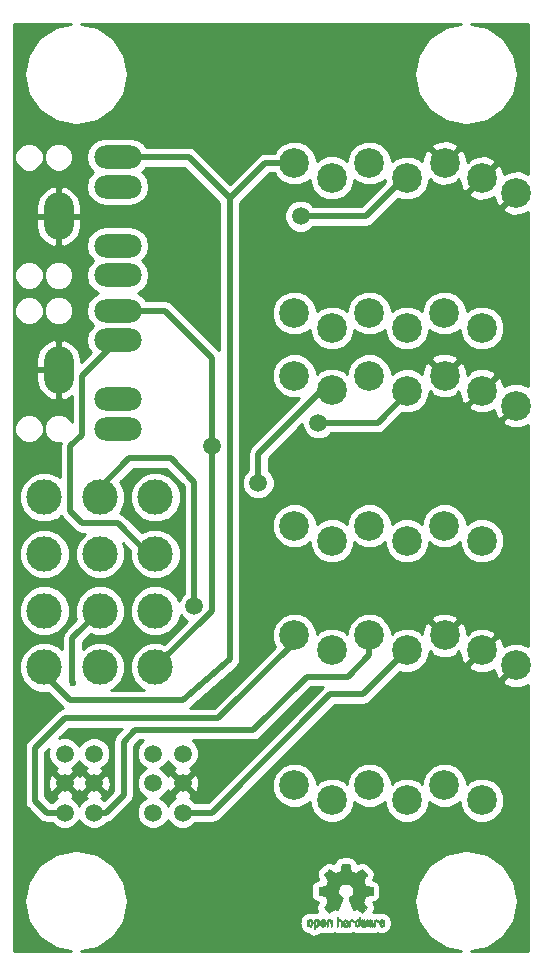
<source format=gtl>
G04 #@! TF.FileFunction,Copper,L1,Top,Signal*
%FSLAX46Y46*%
G04 Gerber Fmt 4.6, Leading zero omitted, Abs format (unit mm)*
G04 Created by KiCad (PCBNEW 4.0.6) date Mon May 15 11:48:22 2017*
%MOMM*%
%LPD*%
G01*
G04 APERTURE LIST*
%ADD10C,0.100000*%
%ADD11C,0.010000*%
%ADD12C,1.500000*%
%ADD13C,2.524000*%
%ADD14C,3.000000*%
%ADD15O,4.000000X2.000000*%
%ADD16O,2.540000X4.000000*%
%ADD17C,0.600000*%
%ADD18C,0.500000*%
%ADD19C,0.254000*%
G04 APERTURE END LIST*
D10*
D11*
G36*
X154749744Y-124089918D02*
X154805201Y-124117568D01*
X154854148Y-124168480D01*
X154867629Y-124187338D01*
X154882314Y-124212015D01*
X154891842Y-124238816D01*
X154897293Y-124274587D01*
X154899747Y-124326169D01*
X154900286Y-124394267D01*
X154897852Y-124487588D01*
X154889394Y-124557657D01*
X154873174Y-124609931D01*
X154847454Y-124649869D01*
X154810497Y-124682929D01*
X154807782Y-124684886D01*
X154771360Y-124704908D01*
X154727502Y-124714815D01*
X154671724Y-124717257D01*
X154581048Y-124717257D01*
X154581010Y-124805283D01*
X154580166Y-124854308D01*
X154575024Y-124883065D01*
X154561587Y-124900311D01*
X154535858Y-124914808D01*
X154529679Y-124917769D01*
X154500764Y-124931648D01*
X154478376Y-124940414D01*
X154461729Y-124941171D01*
X154450036Y-124931023D01*
X154442510Y-124907073D01*
X154438366Y-124866426D01*
X154436815Y-124806186D01*
X154437071Y-124723455D01*
X154438349Y-124615339D01*
X154438748Y-124583000D01*
X154440185Y-124471524D01*
X154441472Y-124398603D01*
X154580971Y-124398603D01*
X154581755Y-124460499D01*
X154585240Y-124500997D01*
X154593124Y-124527708D01*
X154607105Y-124548244D01*
X154616597Y-124558260D01*
X154655404Y-124587567D01*
X154689763Y-124589952D01*
X154725216Y-124565750D01*
X154726114Y-124564857D01*
X154740539Y-124546153D01*
X154749313Y-124520732D01*
X154753739Y-124481584D01*
X154755118Y-124421697D01*
X154755143Y-124408430D01*
X154751812Y-124325901D01*
X154740969Y-124268691D01*
X154721340Y-124233766D01*
X154691650Y-124218094D01*
X154674491Y-124216514D01*
X154633766Y-124223926D01*
X154605832Y-124248330D01*
X154589017Y-124292980D01*
X154581650Y-124361130D01*
X154580971Y-124398603D01*
X154441472Y-124398603D01*
X154441708Y-124385245D01*
X154443677Y-124320333D01*
X154446450Y-124272958D01*
X154450388Y-124239290D01*
X154455849Y-124215498D01*
X154463192Y-124197753D01*
X154472777Y-124182224D01*
X154476887Y-124176381D01*
X154531405Y-124121185D01*
X154600336Y-124089890D01*
X154680072Y-124081165D01*
X154749744Y-124089918D01*
X154749744Y-124089918D01*
G37*
X154749744Y-124089918D02*
X154805201Y-124117568D01*
X154854148Y-124168480D01*
X154867629Y-124187338D01*
X154882314Y-124212015D01*
X154891842Y-124238816D01*
X154897293Y-124274587D01*
X154899747Y-124326169D01*
X154900286Y-124394267D01*
X154897852Y-124487588D01*
X154889394Y-124557657D01*
X154873174Y-124609931D01*
X154847454Y-124649869D01*
X154810497Y-124682929D01*
X154807782Y-124684886D01*
X154771360Y-124704908D01*
X154727502Y-124714815D01*
X154671724Y-124717257D01*
X154581048Y-124717257D01*
X154581010Y-124805283D01*
X154580166Y-124854308D01*
X154575024Y-124883065D01*
X154561587Y-124900311D01*
X154535858Y-124914808D01*
X154529679Y-124917769D01*
X154500764Y-124931648D01*
X154478376Y-124940414D01*
X154461729Y-124941171D01*
X154450036Y-124931023D01*
X154442510Y-124907073D01*
X154438366Y-124866426D01*
X154436815Y-124806186D01*
X154437071Y-124723455D01*
X154438349Y-124615339D01*
X154438748Y-124583000D01*
X154440185Y-124471524D01*
X154441472Y-124398603D01*
X154580971Y-124398603D01*
X154581755Y-124460499D01*
X154585240Y-124500997D01*
X154593124Y-124527708D01*
X154607105Y-124548244D01*
X154616597Y-124558260D01*
X154655404Y-124587567D01*
X154689763Y-124589952D01*
X154725216Y-124565750D01*
X154726114Y-124564857D01*
X154740539Y-124546153D01*
X154749313Y-124520732D01*
X154753739Y-124481584D01*
X154755118Y-124421697D01*
X154755143Y-124408430D01*
X154751812Y-124325901D01*
X154740969Y-124268691D01*
X154721340Y-124233766D01*
X154691650Y-124218094D01*
X154674491Y-124216514D01*
X154633766Y-124223926D01*
X154605832Y-124248330D01*
X154589017Y-124292980D01*
X154581650Y-124361130D01*
X154580971Y-124398603D01*
X154441472Y-124398603D01*
X154441708Y-124385245D01*
X154443677Y-124320333D01*
X154446450Y-124272958D01*
X154450388Y-124239290D01*
X154455849Y-124215498D01*
X154463192Y-124197753D01*
X154472777Y-124182224D01*
X154476887Y-124176381D01*
X154531405Y-124121185D01*
X154600336Y-124089890D01*
X154680072Y-124081165D01*
X154749744Y-124089918D01*
G36*
X155866093Y-124097780D02*
X155912672Y-124124723D01*
X155945057Y-124151466D01*
X155968742Y-124179484D01*
X155985059Y-124213748D01*
X155995339Y-124259227D01*
X156000914Y-124320892D01*
X156003116Y-124403711D01*
X156003371Y-124463246D01*
X156003371Y-124682391D01*
X155941686Y-124710044D01*
X155880000Y-124737697D01*
X155872743Y-124497670D01*
X155869744Y-124408028D01*
X155866598Y-124342962D01*
X155862701Y-124298026D01*
X155857447Y-124268770D01*
X155850231Y-124250748D01*
X155840450Y-124239511D01*
X155837312Y-124237079D01*
X155789761Y-124218083D01*
X155741697Y-124225600D01*
X155713086Y-124245543D01*
X155701447Y-124259675D01*
X155693391Y-124278220D01*
X155688271Y-124306334D01*
X155685441Y-124349173D01*
X155684256Y-124411895D01*
X155684057Y-124477261D01*
X155684018Y-124559268D01*
X155682614Y-124617316D01*
X155677914Y-124656465D01*
X155667987Y-124681780D01*
X155650903Y-124698323D01*
X155624732Y-124711156D01*
X155589775Y-124724491D01*
X155551596Y-124739007D01*
X155556141Y-124481389D01*
X155557971Y-124388519D01*
X155560112Y-124319889D01*
X155563181Y-124270711D01*
X155567794Y-124236198D01*
X155574568Y-124211562D01*
X155584119Y-124192016D01*
X155595634Y-124174770D01*
X155651190Y-124119680D01*
X155718980Y-124087822D01*
X155792713Y-124080191D01*
X155866093Y-124097780D01*
X155866093Y-124097780D01*
G37*
X155866093Y-124097780D02*
X155912672Y-124124723D01*
X155945057Y-124151466D01*
X155968742Y-124179484D01*
X155985059Y-124213748D01*
X155995339Y-124259227D01*
X156000914Y-124320892D01*
X156003116Y-124403711D01*
X156003371Y-124463246D01*
X156003371Y-124682391D01*
X155941686Y-124710044D01*
X155880000Y-124737697D01*
X155872743Y-124497670D01*
X155869744Y-124408028D01*
X155866598Y-124342962D01*
X155862701Y-124298026D01*
X155857447Y-124268770D01*
X155850231Y-124250748D01*
X155840450Y-124239511D01*
X155837312Y-124237079D01*
X155789761Y-124218083D01*
X155741697Y-124225600D01*
X155713086Y-124245543D01*
X155701447Y-124259675D01*
X155693391Y-124278220D01*
X155688271Y-124306334D01*
X155685441Y-124349173D01*
X155684256Y-124411895D01*
X155684057Y-124477261D01*
X155684018Y-124559268D01*
X155682614Y-124617316D01*
X155677914Y-124656465D01*
X155667987Y-124681780D01*
X155650903Y-124698323D01*
X155624732Y-124711156D01*
X155589775Y-124724491D01*
X155551596Y-124739007D01*
X155556141Y-124481389D01*
X155557971Y-124388519D01*
X155560112Y-124319889D01*
X155563181Y-124270711D01*
X155567794Y-124236198D01*
X155574568Y-124211562D01*
X155584119Y-124192016D01*
X155595634Y-124174770D01*
X155651190Y-124119680D01*
X155718980Y-124087822D01*
X155792713Y-124080191D01*
X155866093Y-124097780D01*
G36*
X154191115Y-124091962D02*
X154259145Y-124127733D01*
X154309351Y-124185301D01*
X154327185Y-124222312D01*
X154341063Y-124277882D01*
X154348167Y-124348096D01*
X154348840Y-124424727D01*
X154343427Y-124499552D01*
X154332270Y-124564342D01*
X154315714Y-124610873D01*
X154310626Y-124618887D01*
X154250355Y-124678707D01*
X154178769Y-124714535D01*
X154101092Y-124725020D01*
X154022548Y-124708810D01*
X154000689Y-124699092D01*
X153958122Y-124669143D01*
X153920763Y-124629433D01*
X153917232Y-124624397D01*
X153902881Y-124600124D01*
X153893394Y-124574178D01*
X153887790Y-124540022D01*
X153885086Y-124491119D01*
X153884299Y-124420935D01*
X153884286Y-124405200D01*
X153884322Y-124400192D01*
X154029429Y-124400192D01*
X154030273Y-124466430D01*
X154033596Y-124510386D01*
X154040583Y-124538779D01*
X154052416Y-124558325D01*
X154058457Y-124564857D01*
X154093186Y-124589680D01*
X154126903Y-124588548D01*
X154160995Y-124567016D01*
X154181329Y-124544029D01*
X154193371Y-124510478D01*
X154200134Y-124457569D01*
X154200598Y-124451399D01*
X154201752Y-124355513D01*
X154189688Y-124284299D01*
X154164570Y-124238194D01*
X154126560Y-124217635D01*
X154112992Y-124216514D01*
X154077364Y-124222152D01*
X154052994Y-124241686D01*
X154038093Y-124279042D01*
X154030875Y-124338150D01*
X154029429Y-124400192D01*
X153884322Y-124400192D01*
X153884826Y-124330413D01*
X153887096Y-124278159D01*
X153892068Y-124241949D01*
X153900713Y-124215299D01*
X153914005Y-124191722D01*
X153916943Y-124187338D01*
X153966313Y-124128249D01*
X154020109Y-124093947D01*
X154085602Y-124080331D01*
X154107842Y-124079665D01*
X154191115Y-124091962D01*
X154191115Y-124091962D01*
G37*
X154191115Y-124091962D02*
X154259145Y-124127733D01*
X154309351Y-124185301D01*
X154327185Y-124222312D01*
X154341063Y-124277882D01*
X154348167Y-124348096D01*
X154348840Y-124424727D01*
X154343427Y-124499552D01*
X154332270Y-124564342D01*
X154315714Y-124610873D01*
X154310626Y-124618887D01*
X154250355Y-124678707D01*
X154178769Y-124714535D01*
X154101092Y-124725020D01*
X154022548Y-124708810D01*
X154000689Y-124699092D01*
X153958122Y-124669143D01*
X153920763Y-124629433D01*
X153917232Y-124624397D01*
X153902881Y-124600124D01*
X153893394Y-124574178D01*
X153887790Y-124540022D01*
X153885086Y-124491119D01*
X153884299Y-124420935D01*
X153884286Y-124405200D01*
X153884322Y-124400192D01*
X154029429Y-124400192D01*
X154030273Y-124466430D01*
X154033596Y-124510386D01*
X154040583Y-124538779D01*
X154052416Y-124558325D01*
X154058457Y-124564857D01*
X154093186Y-124589680D01*
X154126903Y-124588548D01*
X154160995Y-124567016D01*
X154181329Y-124544029D01*
X154193371Y-124510478D01*
X154200134Y-124457569D01*
X154200598Y-124451399D01*
X154201752Y-124355513D01*
X154189688Y-124284299D01*
X154164570Y-124238194D01*
X154126560Y-124217635D01*
X154112992Y-124216514D01*
X154077364Y-124222152D01*
X154052994Y-124241686D01*
X154038093Y-124279042D01*
X154030875Y-124338150D01*
X154029429Y-124400192D01*
X153884322Y-124400192D01*
X153884826Y-124330413D01*
X153887096Y-124278159D01*
X153892068Y-124241949D01*
X153900713Y-124215299D01*
X153914005Y-124191722D01*
X153916943Y-124187338D01*
X153966313Y-124128249D01*
X154020109Y-124093947D01*
X154085602Y-124080331D01*
X154107842Y-124079665D01*
X154191115Y-124091962D01*
G36*
X155318303Y-124101239D02*
X155375527Y-124139735D01*
X155419749Y-124195335D01*
X155446167Y-124266086D01*
X155451510Y-124318162D01*
X155450903Y-124339893D01*
X155445822Y-124356531D01*
X155431855Y-124371437D01*
X155404589Y-124387973D01*
X155359612Y-124409498D01*
X155292511Y-124439374D01*
X155292171Y-124439524D01*
X155230407Y-124467813D01*
X155179759Y-124492933D01*
X155145404Y-124512179D01*
X155132518Y-124522848D01*
X155132514Y-124522934D01*
X155143872Y-124546166D01*
X155170431Y-124571774D01*
X155200923Y-124590221D01*
X155216370Y-124593886D01*
X155258515Y-124581212D01*
X155294808Y-124549471D01*
X155312517Y-124514572D01*
X155329552Y-124488845D01*
X155362922Y-124459546D01*
X155402149Y-124434235D01*
X155436756Y-124420471D01*
X155443993Y-124419714D01*
X155452139Y-124432160D01*
X155452630Y-124463972D01*
X155446643Y-124506866D01*
X155435357Y-124552558D01*
X155419950Y-124592761D01*
X155419171Y-124594322D01*
X155372804Y-124659062D01*
X155312711Y-124703097D01*
X155244465Y-124724711D01*
X155173638Y-124722185D01*
X155105804Y-124693804D01*
X155102788Y-124691808D01*
X155049427Y-124643448D01*
X155014340Y-124580352D01*
X154994922Y-124497387D01*
X154992316Y-124474078D01*
X154987701Y-124364055D01*
X154993233Y-124312748D01*
X155132514Y-124312748D01*
X155134324Y-124344753D01*
X155144222Y-124354093D01*
X155168898Y-124347105D01*
X155207795Y-124330587D01*
X155251275Y-124309881D01*
X155252356Y-124309333D01*
X155289209Y-124289949D01*
X155304000Y-124277013D01*
X155300353Y-124263451D01*
X155284995Y-124245632D01*
X155245923Y-124219845D01*
X155203846Y-124217950D01*
X155166103Y-124236717D01*
X155140034Y-124272915D01*
X155132514Y-124312748D01*
X154993233Y-124312748D01*
X154997194Y-124276027D01*
X155021550Y-124206212D01*
X155055456Y-124157302D01*
X155116653Y-124107878D01*
X155184063Y-124083359D01*
X155252880Y-124081797D01*
X155318303Y-124101239D01*
X155318303Y-124101239D01*
G37*
X155318303Y-124101239D02*
X155375527Y-124139735D01*
X155419749Y-124195335D01*
X155446167Y-124266086D01*
X155451510Y-124318162D01*
X155450903Y-124339893D01*
X155445822Y-124356531D01*
X155431855Y-124371437D01*
X155404589Y-124387973D01*
X155359612Y-124409498D01*
X155292511Y-124439374D01*
X155292171Y-124439524D01*
X155230407Y-124467813D01*
X155179759Y-124492933D01*
X155145404Y-124512179D01*
X155132518Y-124522848D01*
X155132514Y-124522934D01*
X155143872Y-124546166D01*
X155170431Y-124571774D01*
X155200923Y-124590221D01*
X155216370Y-124593886D01*
X155258515Y-124581212D01*
X155294808Y-124549471D01*
X155312517Y-124514572D01*
X155329552Y-124488845D01*
X155362922Y-124459546D01*
X155402149Y-124434235D01*
X155436756Y-124420471D01*
X155443993Y-124419714D01*
X155452139Y-124432160D01*
X155452630Y-124463972D01*
X155446643Y-124506866D01*
X155435357Y-124552558D01*
X155419950Y-124592761D01*
X155419171Y-124594322D01*
X155372804Y-124659062D01*
X155312711Y-124703097D01*
X155244465Y-124724711D01*
X155173638Y-124722185D01*
X155105804Y-124693804D01*
X155102788Y-124691808D01*
X155049427Y-124643448D01*
X155014340Y-124580352D01*
X154994922Y-124497387D01*
X154992316Y-124474078D01*
X154987701Y-124364055D01*
X154993233Y-124312748D01*
X155132514Y-124312748D01*
X155134324Y-124344753D01*
X155144222Y-124354093D01*
X155168898Y-124347105D01*
X155207795Y-124330587D01*
X155251275Y-124309881D01*
X155252356Y-124309333D01*
X155289209Y-124289949D01*
X155304000Y-124277013D01*
X155300353Y-124263451D01*
X155284995Y-124245632D01*
X155245923Y-124219845D01*
X155203846Y-124217950D01*
X155166103Y-124236717D01*
X155140034Y-124272915D01*
X155132514Y-124312748D01*
X154993233Y-124312748D01*
X154997194Y-124276027D01*
X155021550Y-124206212D01*
X155055456Y-124157302D01*
X155116653Y-124107878D01*
X155184063Y-124083359D01*
X155252880Y-124081797D01*
X155318303Y-124101239D01*
G36*
X156525886Y-124021289D02*
X156530139Y-124080613D01*
X156535025Y-124115572D01*
X156541795Y-124130820D01*
X156551702Y-124131015D01*
X156554914Y-124129195D01*
X156597644Y-124116015D01*
X156653227Y-124116785D01*
X156709737Y-124130333D01*
X156745082Y-124147861D01*
X156781321Y-124175861D01*
X156807813Y-124207549D01*
X156825999Y-124247813D01*
X156837322Y-124301543D01*
X156843222Y-124373626D01*
X156845143Y-124468951D01*
X156845177Y-124487237D01*
X156845200Y-124692646D01*
X156799491Y-124708580D01*
X156767027Y-124719420D01*
X156749215Y-124724468D01*
X156748691Y-124724514D01*
X156746937Y-124710828D01*
X156745444Y-124673076D01*
X156744326Y-124616224D01*
X156743697Y-124545234D01*
X156743600Y-124502073D01*
X156743398Y-124416973D01*
X156742358Y-124355981D01*
X156739831Y-124314177D01*
X156735164Y-124286642D01*
X156727707Y-124268456D01*
X156716811Y-124254698D01*
X156710007Y-124248073D01*
X156663272Y-124221375D01*
X156612272Y-124219375D01*
X156566001Y-124241955D01*
X156557444Y-124250107D01*
X156544893Y-124265436D01*
X156536188Y-124283618D01*
X156530631Y-124309909D01*
X156527526Y-124349562D01*
X156526176Y-124407832D01*
X156525886Y-124488173D01*
X156525886Y-124692646D01*
X156480177Y-124708580D01*
X156447713Y-124719420D01*
X156429901Y-124724468D01*
X156429377Y-124724514D01*
X156428037Y-124710623D01*
X156426828Y-124671439D01*
X156425801Y-124610700D01*
X156425002Y-124532141D01*
X156424481Y-124439498D01*
X156424286Y-124336509D01*
X156424286Y-123939342D01*
X156471457Y-123919444D01*
X156518629Y-123899547D01*
X156525886Y-124021289D01*
X156525886Y-124021289D01*
G37*
X156525886Y-124021289D02*
X156530139Y-124080613D01*
X156535025Y-124115572D01*
X156541795Y-124130820D01*
X156551702Y-124131015D01*
X156554914Y-124129195D01*
X156597644Y-124116015D01*
X156653227Y-124116785D01*
X156709737Y-124130333D01*
X156745082Y-124147861D01*
X156781321Y-124175861D01*
X156807813Y-124207549D01*
X156825999Y-124247813D01*
X156837322Y-124301543D01*
X156843222Y-124373626D01*
X156845143Y-124468951D01*
X156845177Y-124487237D01*
X156845200Y-124692646D01*
X156799491Y-124708580D01*
X156767027Y-124719420D01*
X156749215Y-124724468D01*
X156748691Y-124724514D01*
X156746937Y-124710828D01*
X156745444Y-124673076D01*
X156744326Y-124616224D01*
X156743697Y-124545234D01*
X156743600Y-124502073D01*
X156743398Y-124416973D01*
X156742358Y-124355981D01*
X156739831Y-124314177D01*
X156735164Y-124286642D01*
X156727707Y-124268456D01*
X156716811Y-124254698D01*
X156710007Y-124248073D01*
X156663272Y-124221375D01*
X156612272Y-124219375D01*
X156566001Y-124241955D01*
X156557444Y-124250107D01*
X156544893Y-124265436D01*
X156536188Y-124283618D01*
X156530631Y-124309909D01*
X156527526Y-124349562D01*
X156526176Y-124407832D01*
X156525886Y-124488173D01*
X156525886Y-124692646D01*
X156480177Y-124708580D01*
X156447713Y-124719420D01*
X156429901Y-124724468D01*
X156429377Y-124724514D01*
X156428037Y-124710623D01*
X156426828Y-124671439D01*
X156425801Y-124610700D01*
X156425002Y-124532141D01*
X156424481Y-124439498D01*
X156424286Y-124336509D01*
X156424286Y-123939342D01*
X156471457Y-123919444D01*
X156518629Y-123899547D01*
X156525886Y-124021289D01*
G36*
X157189744Y-124120968D02*
X157246616Y-124142087D01*
X157247267Y-124142493D01*
X157282440Y-124168380D01*
X157308407Y-124198633D01*
X157326670Y-124238058D01*
X157338732Y-124291462D01*
X157346096Y-124363651D01*
X157350264Y-124459432D01*
X157350629Y-124473078D01*
X157355876Y-124678842D01*
X157311716Y-124701678D01*
X157279763Y-124717110D01*
X157260470Y-124724423D01*
X157259578Y-124724514D01*
X157256239Y-124711022D01*
X157253587Y-124674626D01*
X157251956Y-124621452D01*
X157251600Y-124578393D01*
X157251592Y-124508641D01*
X157248403Y-124464837D01*
X157237288Y-124443944D01*
X157213501Y-124442925D01*
X157172296Y-124458741D01*
X157110086Y-124487815D01*
X157064341Y-124511963D01*
X157040813Y-124532913D01*
X157033896Y-124555747D01*
X157033886Y-124556877D01*
X157045299Y-124596212D01*
X157079092Y-124617462D01*
X157130809Y-124620539D01*
X157168061Y-124620006D01*
X157187703Y-124630735D01*
X157199952Y-124656505D01*
X157207002Y-124689337D01*
X157196842Y-124707966D01*
X157193017Y-124710632D01*
X157157001Y-124721340D01*
X157106566Y-124722856D01*
X157054626Y-124715759D01*
X157017822Y-124702788D01*
X156966938Y-124659585D01*
X156938014Y-124599446D01*
X156932286Y-124552462D01*
X156936657Y-124510082D01*
X156952475Y-124475488D01*
X156983797Y-124444763D01*
X157034678Y-124413990D01*
X157109176Y-124379252D01*
X157113714Y-124377288D01*
X157180821Y-124346287D01*
X157222232Y-124320862D01*
X157239981Y-124298014D01*
X157236107Y-124274745D01*
X157212643Y-124248056D01*
X157205627Y-124241914D01*
X157158630Y-124218100D01*
X157109933Y-124219103D01*
X157067522Y-124242451D01*
X157039384Y-124285675D01*
X157036769Y-124294160D01*
X157011308Y-124335308D01*
X156979001Y-124355128D01*
X156932286Y-124374770D01*
X156932286Y-124323950D01*
X156946496Y-124250082D01*
X156988675Y-124182327D01*
X157010624Y-124159661D01*
X157060517Y-124130569D01*
X157123967Y-124117400D01*
X157189744Y-124120968D01*
X157189744Y-124120968D01*
G37*
X157189744Y-124120968D02*
X157246616Y-124142087D01*
X157247267Y-124142493D01*
X157282440Y-124168380D01*
X157308407Y-124198633D01*
X157326670Y-124238058D01*
X157338732Y-124291462D01*
X157346096Y-124363651D01*
X157350264Y-124459432D01*
X157350629Y-124473078D01*
X157355876Y-124678842D01*
X157311716Y-124701678D01*
X157279763Y-124717110D01*
X157260470Y-124724423D01*
X157259578Y-124724514D01*
X157256239Y-124711022D01*
X157253587Y-124674626D01*
X157251956Y-124621452D01*
X157251600Y-124578393D01*
X157251592Y-124508641D01*
X157248403Y-124464837D01*
X157237288Y-124443944D01*
X157213501Y-124442925D01*
X157172296Y-124458741D01*
X157110086Y-124487815D01*
X157064341Y-124511963D01*
X157040813Y-124532913D01*
X157033896Y-124555747D01*
X157033886Y-124556877D01*
X157045299Y-124596212D01*
X157079092Y-124617462D01*
X157130809Y-124620539D01*
X157168061Y-124620006D01*
X157187703Y-124630735D01*
X157199952Y-124656505D01*
X157207002Y-124689337D01*
X157196842Y-124707966D01*
X157193017Y-124710632D01*
X157157001Y-124721340D01*
X157106566Y-124722856D01*
X157054626Y-124715759D01*
X157017822Y-124702788D01*
X156966938Y-124659585D01*
X156938014Y-124599446D01*
X156932286Y-124552462D01*
X156936657Y-124510082D01*
X156952475Y-124475488D01*
X156983797Y-124444763D01*
X157034678Y-124413990D01*
X157109176Y-124379252D01*
X157113714Y-124377288D01*
X157180821Y-124346287D01*
X157222232Y-124320862D01*
X157239981Y-124298014D01*
X157236107Y-124274745D01*
X157212643Y-124248056D01*
X157205627Y-124241914D01*
X157158630Y-124218100D01*
X157109933Y-124219103D01*
X157067522Y-124242451D01*
X157039384Y-124285675D01*
X157036769Y-124294160D01*
X157011308Y-124335308D01*
X156979001Y-124355128D01*
X156932286Y-124374770D01*
X156932286Y-124323950D01*
X156946496Y-124250082D01*
X156988675Y-124182327D01*
X157010624Y-124159661D01*
X157060517Y-124130569D01*
X157123967Y-124117400D01*
X157189744Y-124120968D01*
G36*
X157679926Y-124119755D02*
X157745858Y-124144084D01*
X157799273Y-124187117D01*
X157820164Y-124217409D01*
X157842939Y-124272994D01*
X157842466Y-124313186D01*
X157818562Y-124340217D01*
X157809717Y-124344813D01*
X157771530Y-124359144D01*
X157752028Y-124355472D01*
X157745422Y-124331407D01*
X157745086Y-124318114D01*
X157732992Y-124269210D01*
X157701471Y-124234999D01*
X157657659Y-124218476D01*
X157608695Y-124222634D01*
X157568894Y-124244227D01*
X157555450Y-124256544D01*
X157545921Y-124271487D01*
X157539485Y-124294075D01*
X157535317Y-124329328D01*
X157532597Y-124382266D01*
X157530502Y-124457907D01*
X157529960Y-124481857D01*
X157527981Y-124563790D01*
X157525731Y-124621455D01*
X157522357Y-124659608D01*
X157517006Y-124683004D01*
X157508824Y-124696398D01*
X157496959Y-124704545D01*
X157489362Y-124708144D01*
X157457102Y-124720452D01*
X157438111Y-124724514D01*
X157431836Y-124710948D01*
X157428006Y-124669934D01*
X157426600Y-124600999D01*
X157427598Y-124503669D01*
X157427908Y-124488657D01*
X157430101Y-124399859D01*
X157432693Y-124335019D01*
X157436382Y-124289067D01*
X157441864Y-124256935D01*
X157449835Y-124233553D01*
X157460993Y-124213852D01*
X157466830Y-124205410D01*
X157500296Y-124168057D01*
X157537727Y-124139003D01*
X157542309Y-124136467D01*
X157609426Y-124116443D01*
X157679926Y-124119755D01*
X157679926Y-124119755D01*
G37*
X157679926Y-124119755D02*
X157745858Y-124144084D01*
X157799273Y-124187117D01*
X157820164Y-124217409D01*
X157842939Y-124272994D01*
X157842466Y-124313186D01*
X157818562Y-124340217D01*
X157809717Y-124344813D01*
X157771530Y-124359144D01*
X157752028Y-124355472D01*
X157745422Y-124331407D01*
X157745086Y-124318114D01*
X157732992Y-124269210D01*
X157701471Y-124234999D01*
X157657659Y-124218476D01*
X157608695Y-124222634D01*
X157568894Y-124244227D01*
X157555450Y-124256544D01*
X157545921Y-124271487D01*
X157539485Y-124294075D01*
X157535317Y-124329328D01*
X157532597Y-124382266D01*
X157530502Y-124457907D01*
X157529960Y-124481857D01*
X157527981Y-124563790D01*
X157525731Y-124621455D01*
X157522357Y-124659608D01*
X157517006Y-124683004D01*
X157508824Y-124696398D01*
X157496959Y-124704545D01*
X157489362Y-124708144D01*
X157457102Y-124720452D01*
X157438111Y-124724514D01*
X157431836Y-124710948D01*
X157428006Y-124669934D01*
X157426600Y-124600999D01*
X157427598Y-124503669D01*
X157427908Y-124488657D01*
X157430101Y-124399859D01*
X157432693Y-124335019D01*
X157436382Y-124289067D01*
X157441864Y-124256935D01*
X157449835Y-124233553D01*
X157460993Y-124213852D01*
X157466830Y-124205410D01*
X157500296Y-124168057D01*
X157537727Y-124139003D01*
X157542309Y-124136467D01*
X157609426Y-124116443D01*
X157679926Y-124119755D01*
G36*
X158340117Y-124235358D02*
X158339933Y-124343837D01*
X158339219Y-124427287D01*
X158337675Y-124489704D01*
X158335001Y-124535085D01*
X158330894Y-124567429D01*
X158325055Y-124590733D01*
X158317182Y-124608995D01*
X158311221Y-124619418D01*
X158261855Y-124675945D01*
X158199264Y-124711377D01*
X158130013Y-124724090D01*
X158060668Y-124712463D01*
X158019375Y-124691568D01*
X157976025Y-124655422D01*
X157946481Y-124611276D01*
X157928655Y-124553462D01*
X157920463Y-124476313D01*
X157919302Y-124419714D01*
X157919458Y-124415647D01*
X158020857Y-124415647D01*
X158021476Y-124480550D01*
X158024314Y-124523514D01*
X158030840Y-124551622D01*
X158042523Y-124571953D01*
X158056483Y-124587288D01*
X158103365Y-124616890D01*
X158153701Y-124619419D01*
X158201276Y-124594705D01*
X158204979Y-124591356D01*
X158220783Y-124573935D01*
X158230693Y-124553209D01*
X158236058Y-124522362D01*
X158238228Y-124474577D01*
X158238571Y-124421748D01*
X158237827Y-124355381D01*
X158234748Y-124311106D01*
X158228061Y-124282009D01*
X158216496Y-124261173D01*
X158207013Y-124250107D01*
X158162960Y-124222198D01*
X158112224Y-124218843D01*
X158063796Y-124240159D01*
X158054450Y-124248073D01*
X158038540Y-124265647D01*
X158028610Y-124286587D01*
X158023278Y-124317782D01*
X158021163Y-124366122D01*
X158020857Y-124415647D01*
X157919458Y-124415647D01*
X157922810Y-124328568D01*
X157934726Y-124260086D01*
X157957135Y-124208600D01*
X157992124Y-124168443D01*
X158019375Y-124147861D01*
X158068907Y-124125625D01*
X158126316Y-124115304D01*
X158179682Y-124118067D01*
X158209543Y-124129212D01*
X158221261Y-124132383D01*
X158229037Y-124120557D01*
X158234465Y-124088866D01*
X158238571Y-124040593D01*
X158243067Y-123986829D01*
X158249313Y-123954482D01*
X158260676Y-123935985D01*
X158280528Y-123923770D01*
X158293000Y-123918362D01*
X158340171Y-123898601D01*
X158340117Y-124235358D01*
X158340117Y-124235358D01*
G37*
X158340117Y-124235358D02*
X158339933Y-124343837D01*
X158339219Y-124427287D01*
X158337675Y-124489704D01*
X158335001Y-124535085D01*
X158330894Y-124567429D01*
X158325055Y-124590733D01*
X158317182Y-124608995D01*
X158311221Y-124619418D01*
X158261855Y-124675945D01*
X158199264Y-124711377D01*
X158130013Y-124724090D01*
X158060668Y-124712463D01*
X158019375Y-124691568D01*
X157976025Y-124655422D01*
X157946481Y-124611276D01*
X157928655Y-124553462D01*
X157920463Y-124476313D01*
X157919302Y-124419714D01*
X157919458Y-124415647D01*
X158020857Y-124415647D01*
X158021476Y-124480550D01*
X158024314Y-124523514D01*
X158030840Y-124551622D01*
X158042523Y-124571953D01*
X158056483Y-124587288D01*
X158103365Y-124616890D01*
X158153701Y-124619419D01*
X158201276Y-124594705D01*
X158204979Y-124591356D01*
X158220783Y-124573935D01*
X158230693Y-124553209D01*
X158236058Y-124522362D01*
X158238228Y-124474577D01*
X158238571Y-124421748D01*
X158237827Y-124355381D01*
X158234748Y-124311106D01*
X158228061Y-124282009D01*
X158216496Y-124261173D01*
X158207013Y-124250107D01*
X158162960Y-124222198D01*
X158112224Y-124218843D01*
X158063796Y-124240159D01*
X158054450Y-124248073D01*
X158038540Y-124265647D01*
X158028610Y-124286587D01*
X158023278Y-124317782D01*
X158021163Y-124366122D01*
X158020857Y-124415647D01*
X157919458Y-124415647D01*
X157922810Y-124328568D01*
X157934726Y-124260086D01*
X157957135Y-124208600D01*
X157992124Y-124168443D01*
X158019375Y-124147861D01*
X158068907Y-124125625D01*
X158126316Y-124115304D01*
X158179682Y-124118067D01*
X158209543Y-124129212D01*
X158221261Y-124132383D01*
X158229037Y-124120557D01*
X158234465Y-124088866D01*
X158238571Y-124040593D01*
X158243067Y-123986829D01*
X158249313Y-123954482D01*
X158260676Y-123935985D01*
X158280528Y-123923770D01*
X158293000Y-123918362D01*
X158340171Y-123898601D01*
X158340117Y-124235358D01*
G36*
X158929833Y-124128663D02*
X158932048Y-124166850D01*
X158933784Y-124224886D01*
X158934899Y-124298180D01*
X158935257Y-124375055D01*
X158935257Y-124635196D01*
X158889326Y-124681127D01*
X158857675Y-124709429D01*
X158829890Y-124720893D01*
X158791915Y-124720168D01*
X158776840Y-124718321D01*
X158729726Y-124712948D01*
X158690756Y-124709869D01*
X158681257Y-124709585D01*
X158649233Y-124711445D01*
X158603432Y-124716114D01*
X158585674Y-124718321D01*
X158542057Y-124721735D01*
X158512745Y-124714320D01*
X158483680Y-124691427D01*
X158473188Y-124681127D01*
X158427257Y-124635196D01*
X158427257Y-124148602D01*
X158464226Y-124131758D01*
X158496059Y-124119282D01*
X158514683Y-124114914D01*
X158519458Y-124128718D01*
X158523921Y-124167286D01*
X158527775Y-124226356D01*
X158530722Y-124301663D01*
X158532143Y-124365286D01*
X158536114Y-124615657D01*
X158570759Y-124620556D01*
X158602268Y-124617131D01*
X158617708Y-124606041D01*
X158622023Y-124585308D01*
X158625708Y-124541145D01*
X158628469Y-124479146D01*
X158630012Y-124404909D01*
X158630235Y-124366706D01*
X158630457Y-124146783D01*
X158676166Y-124130849D01*
X158708518Y-124120015D01*
X158726115Y-124114962D01*
X158726623Y-124114914D01*
X158728388Y-124128648D01*
X158730329Y-124166730D01*
X158732282Y-124224482D01*
X158734084Y-124297227D01*
X158735343Y-124365286D01*
X158739314Y-124615657D01*
X158826400Y-124615657D01*
X158830396Y-124387240D01*
X158834392Y-124158822D01*
X158876847Y-124136868D01*
X158908192Y-124121793D01*
X158926744Y-124114951D01*
X158927279Y-124114914D01*
X158929833Y-124128663D01*
X158929833Y-124128663D01*
G37*
X158929833Y-124128663D02*
X158932048Y-124166850D01*
X158933784Y-124224886D01*
X158934899Y-124298180D01*
X158935257Y-124375055D01*
X158935257Y-124635196D01*
X158889326Y-124681127D01*
X158857675Y-124709429D01*
X158829890Y-124720893D01*
X158791915Y-124720168D01*
X158776840Y-124718321D01*
X158729726Y-124712948D01*
X158690756Y-124709869D01*
X158681257Y-124709585D01*
X158649233Y-124711445D01*
X158603432Y-124716114D01*
X158585674Y-124718321D01*
X158542057Y-124721735D01*
X158512745Y-124714320D01*
X158483680Y-124691427D01*
X158473188Y-124681127D01*
X158427257Y-124635196D01*
X158427257Y-124148602D01*
X158464226Y-124131758D01*
X158496059Y-124119282D01*
X158514683Y-124114914D01*
X158519458Y-124128718D01*
X158523921Y-124167286D01*
X158527775Y-124226356D01*
X158530722Y-124301663D01*
X158532143Y-124365286D01*
X158536114Y-124615657D01*
X158570759Y-124620556D01*
X158602268Y-124617131D01*
X158617708Y-124606041D01*
X158622023Y-124585308D01*
X158625708Y-124541145D01*
X158628469Y-124479146D01*
X158630012Y-124404909D01*
X158630235Y-124366706D01*
X158630457Y-124146783D01*
X158676166Y-124130849D01*
X158708518Y-124120015D01*
X158726115Y-124114962D01*
X158726623Y-124114914D01*
X158728388Y-124128648D01*
X158730329Y-124166730D01*
X158732282Y-124224482D01*
X158734084Y-124297227D01*
X158735343Y-124365286D01*
X158739314Y-124615657D01*
X158826400Y-124615657D01*
X158830396Y-124387240D01*
X158834392Y-124158822D01*
X158876847Y-124136868D01*
X158908192Y-124121793D01*
X158926744Y-124114951D01*
X158927279Y-124114914D01*
X158929833Y-124128663D01*
G36*
X159294876Y-124126335D02*
X159336667Y-124145344D01*
X159369469Y-124168378D01*
X159393503Y-124194133D01*
X159410097Y-124227358D01*
X159420577Y-124272800D01*
X159426271Y-124335207D01*
X159428507Y-124419327D01*
X159428743Y-124474721D01*
X159428743Y-124690826D01*
X159391774Y-124707670D01*
X159362656Y-124719981D01*
X159348231Y-124724514D01*
X159345472Y-124711025D01*
X159343282Y-124674653D01*
X159341942Y-124621542D01*
X159341657Y-124579372D01*
X159340434Y-124518447D01*
X159337136Y-124470115D01*
X159332321Y-124440518D01*
X159328496Y-124434229D01*
X159302783Y-124440652D01*
X159262418Y-124457125D01*
X159215679Y-124479458D01*
X159170845Y-124503457D01*
X159136193Y-124524930D01*
X159120002Y-124539685D01*
X159119938Y-124539845D01*
X159121330Y-124567152D01*
X159133818Y-124593219D01*
X159155743Y-124614392D01*
X159187743Y-124621474D01*
X159215092Y-124620649D01*
X159253826Y-124620042D01*
X159274158Y-124629116D01*
X159286369Y-124653092D01*
X159287909Y-124657613D01*
X159293203Y-124691806D01*
X159279047Y-124712568D01*
X159242148Y-124722462D01*
X159202289Y-124724292D01*
X159130562Y-124710727D01*
X159093432Y-124691355D01*
X159047576Y-124645845D01*
X159023256Y-124589983D01*
X159021073Y-124530957D01*
X159041629Y-124475953D01*
X159072549Y-124441486D01*
X159103420Y-124422189D01*
X159151942Y-124397759D01*
X159208485Y-124372985D01*
X159217910Y-124369199D01*
X159280019Y-124341791D01*
X159315822Y-124317634D01*
X159327337Y-124293619D01*
X159316580Y-124266635D01*
X159298114Y-124245543D01*
X159254469Y-124219572D01*
X159206446Y-124217624D01*
X159162406Y-124237637D01*
X159130709Y-124277551D01*
X159126549Y-124287848D01*
X159102327Y-124325724D01*
X159066965Y-124353842D01*
X159022343Y-124376917D01*
X159022343Y-124311485D01*
X159024969Y-124271506D01*
X159036230Y-124239997D01*
X159061199Y-124206378D01*
X159085169Y-124180484D01*
X159122441Y-124143817D01*
X159151401Y-124124121D01*
X159182505Y-124116220D01*
X159217713Y-124114914D01*
X159294876Y-124126335D01*
X159294876Y-124126335D01*
G37*
X159294876Y-124126335D02*
X159336667Y-124145344D01*
X159369469Y-124168378D01*
X159393503Y-124194133D01*
X159410097Y-124227358D01*
X159420577Y-124272800D01*
X159426271Y-124335207D01*
X159428507Y-124419327D01*
X159428743Y-124474721D01*
X159428743Y-124690826D01*
X159391774Y-124707670D01*
X159362656Y-124719981D01*
X159348231Y-124724514D01*
X159345472Y-124711025D01*
X159343282Y-124674653D01*
X159341942Y-124621542D01*
X159341657Y-124579372D01*
X159340434Y-124518447D01*
X159337136Y-124470115D01*
X159332321Y-124440518D01*
X159328496Y-124434229D01*
X159302783Y-124440652D01*
X159262418Y-124457125D01*
X159215679Y-124479458D01*
X159170845Y-124503457D01*
X159136193Y-124524930D01*
X159120002Y-124539685D01*
X159119938Y-124539845D01*
X159121330Y-124567152D01*
X159133818Y-124593219D01*
X159155743Y-124614392D01*
X159187743Y-124621474D01*
X159215092Y-124620649D01*
X159253826Y-124620042D01*
X159274158Y-124629116D01*
X159286369Y-124653092D01*
X159287909Y-124657613D01*
X159293203Y-124691806D01*
X159279047Y-124712568D01*
X159242148Y-124722462D01*
X159202289Y-124724292D01*
X159130562Y-124710727D01*
X159093432Y-124691355D01*
X159047576Y-124645845D01*
X159023256Y-124589983D01*
X159021073Y-124530957D01*
X159041629Y-124475953D01*
X159072549Y-124441486D01*
X159103420Y-124422189D01*
X159151942Y-124397759D01*
X159208485Y-124372985D01*
X159217910Y-124369199D01*
X159280019Y-124341791D01*
X159315822Y-124317634D01*
X159327337Y-124293619D01*
X159316580Y-124266635D01*
X159298114Y-124245543D01*
X159254469Y-124219572D01*
X159206446Y-124217624D01*
X159162406Y-124237637D01*
X159130709Y-124277551D01*
X159126549Y-124287848D01*
X159102327Y-124325724D01*
X159066965Y-124353842D01*
X159022343Y-124376917D01*
X159022343Y-124311485D01*
X159024969Y-124271506D01*
X159036230Y-124239997D01*
X159061199Y-124206378D01*
X159085169Y-124180484D01*
X159122441Y-124143817D01*
X159151401Y-124124121D01*
X159182505Y-124116220D01*
X159217713Y-124114914D01*
X159294876Y-124126335D01*
G36*
X159802600Y-124128752D02*
X159819948Y-124136334D01*
X159861356Y-124169128D01*
X159896765Y-124216547D01*
X159918664Y-124267151D01*
X159922229Y-124292098D01*
X159910279Y-124326927D01*
X159884067Y-124345357D01*
X159855964Y-124356516D01*
X159843095Y-124358572D01*
X159836829Y-124343649D01*
X159824456Y-124311175D01*
X159819028Y-124296502D01*
X159788590Y-124245744D01*
X159744520Y-124220427D01*
X159688010Y-124221206D01*
X159683825Y-124222203D01*
X159653655Y-124236507D01*
X159631476Y-124264393D01*
X159616327Y-124309287D01*
X159607250Y-124374615D01*
X159603286Y-124463804D01*
X159602914Y-124511261D01*
X159602730Y-124586071D01*
X159601522Y-124637069D01*
X159598309Y-124669471D01*
X159592109Y-124688495D01*
X159581940Y-124699356D01*
X159566819Y-124707272D01*
X159565946Y-124707670D01*
X159536828Y-124719981D01*
X159522403Y-124724514D01*
X159520186Y-124710809D01*
X159518289Y-124672925D01*
X159516847Y-124615715D01*
X159515998Y-124544027D01*
X159515829Y-124491565D01*
X159516692Y-124390047D01*
X159520070Y-124313032D01*
X159527142Y-124256023D01*
X159539088Y-124214526D01*
X159557090Y-124184043D01*
X159582327Y-124160080D01*
X159607247Y-124143355D01*
X159667171Y-124121097D01*
X159736911Y-124116076D01*
X159802600Y-124128752D01*
X159802600Y-124128752D01*
G37*
X159802600Y-124128752D02*
X159819948Y-124136334D01*
X159861356Y-124169128D01*
X159896765Y-124216547D01*
X159918664Y-124267151D01*
X159922229Y-124292098D01*
X159910279Y-124326927D01*
X159884067Y-124345357D01*
X159855964Y-124356516D01*
X159843095Y-124358572D01*
X159836829Y-124343649D01*
X159824456Y-124311175D01*
X159819028Y-124296502D01*
X159788590Y-124245744D01*
X159744520Y-124220427D01*
X159688010Y-124221206D01*
X159683825Y-124222203D01*
X159653655Y-124236507D01*
X159631476Y-124264393D01*
X159616327Y-124309287D01*
X159607250Y-124374615D01*
X159603286Y-124463804D01*
X159602914Y-124511261D01*
X159602730Y-124586071D01*
X159601522Y-124637069D01*
X159598309Y-124669471D01*
X159592109Y-124688495D01*
X159581940Y-124699356D01*
X159566819Y-124707272D01*
X159565946Y-124707670D01*
X159536828Y-124719981D01*
X159522403Y-124724514D01*
X159520186Y-124710809D01*
X159518289Y-124672925D01*
X159516847Y-124615715D01*
X159515998Y-124544027D01*
X159515829Y-124491565D01*
X159516692Y-124390047D01*
X159520070Y-124313032D01*
X159527142Y-124256023D01*
X159539088Y-124214526D01*
X159557090Y-124184043D01*
X159582327Y-124160080D01*
X159607247Y-124143355D01*
X159667171Y-124121097D01*
X159736911Y-124116076D01*
X159802600Y-124128752D01*
G36*
X160303595Y-124136966D02*
X160361021Y-124174497D01*
X160388719Y-124208096D01*
X160410662Y-124269064D01*
X160412405Y-124317308D01*
X160408457Y-124381816D01*
X160259686Y-124446934D01*
X160187349Y-124480202D01*
X160140084Y-124506964D01*
X160115507Y-124530144D01*
X160111237Y-124552667D01*
X160124889Y-124577455D01*
X160139943Y-124593886D01*
X160183746Y-124620235D01*
X160231389Y-124622081D01*
X160275145Y-124601546D01*
X160307289Y-124560752D01*
X160313038Y-124546347D01*
X160340576Y-124501356D01*
X160372258Y-124482182D01*
X160415714Y-124465779D01*
X160415714Y-124527966D01*
X160411872Y-124570283D01*
X160396823Y-124605969D01*
X160365280Y-124646943D01*
X160360592Y-124652267D01*
X160325506Y-124688720D01*
X160295347Y-124708283D01*
X160257615Y-124717283D01*
X160226335Y-124720230D01*
X160170385Y-124720965D01*
X160130555Y-124711660D01*
X160105708Y-124697846D01*
X160066656Y-124667467D01*
X160039625Y-124634613D01*
X160022517Y-124593294D01*
X160013238Y-124537521D01*
X160009693Y-124461305D01*
X160009410Y-124422622D01*
X160010372Y-124376247D01*
X160098007Y-124376247D01*
X160099023Y-124401126D01*
X160101556Y-124405200D01*
X160118274Y-124399665D01*
X160154249Y-124385017D01*
X160202331Y-124364190D01*
X160212386Y-124359714D01*
X160273152Y-124328814D01*
X160306632Y-124301657D01*
X160313990Y-124276220D01*
X160296391Y-124250481D01*
X160281856Y-124239109D01*
X160229410Y-124216364D01*
X160180322Y-124220122D01*
X160139227Y-124247884D01*
X160110758Y-124297152D01*
X160101631Y-124336257D01*
X160098007Y-124376247D01*
X160010372Y-124376247D01*
X160011285Y-124332249D01*
X160018196Y-124265384D01*
X160031884Y-124216695D01*
X160054096Y-124180849D01*
X160086574Y-124152513D01*
X160100733Y-124143355D01*
X160165053Y-124119507D01*
X160235473Y-124118006D01*
X160303595Y-124136966D01*
X160303595Y-124136966D01*
G37*
X160303595Y-124136966D02*
X160361021Y-124174497D01*
X160388719Y-124208096D01*
X160410662Y-124269064D01*
X160412405Y-124317308D01*
X160408457Y-124381816D01*
X160259686Y-124446934D01*
X160187349Y-124480202D01*
X160140084Y-124506964D01*
X160115507Y-124530144D01*
X160111237Y-124552667D01*
X160124889Y-124577455D01*
X160139943Y-124593886D01*
X160183746Y-124620235D01*
X160231389Y-124622081D01*
X160275145Y-124601546D01*
X160307289Y-124560752D01*
X160313038Y-124546347D01*
X160340576Y-124501356D01*
X160372258Y-124482182D01*
X160415714Y-124465779D01*
X160415714Y-124527966D01*
X160411872Y-124570283D01*
X160396823Y-124605969D01*
X160365280Y-124646943D01*
X160360592Y-124652267D01*
X160325506Y-124688720D01*
X160295347Y-124708283D01*
X160257615Y-124717283D01*
X160226335Y-124720230D01*
X160170385Y-124720965D01*
X160130555Y-124711660D01*
X160105708Y-124697846D01*
X160066656Y-124667467D01*
X160039625Y-124634613D01*
X160022517Y-124593294D01*
X160013238Y-124537521D01*
X160009693Y-124461305D01*
X160009410Y-124422622D01*
X160010372Y-124376247D01*
X160098007Y-124376247D01*
X160099023Y-124401126D01*
X160101556Y-124405200D01*
X160118274Y-124399665D01*
X160154249Y-124385017D01*
X160202331Y-124364190D01*
X160212386Y-124359714D01*
X160273152Y-124328814D01*
X160306632Y-124301657D01*
X160313990Y-124276220D01*
X160296391Y-124250481D01*
X160281856Y-124239109D01*
X160229410Y-124216364D01*
X160180322Y-124220122D01*
X160139227Y-124247884D01*
X160110758Y-124297152D01*
X160101631Y-124336257D01*
X160098007Y-124376247D01*
X160010372Y-124376247D01*
X160011285Y-124332249D01*
X160018196Y-124265384D01*
X160031884Y-124216695D01*
X160054096Y-124180849D01*
X160086574Y-124152513D01*
X160100733Y-124143355D01*
X160165053Y-124119507D01*
X160235473Y-124118006D01*
X160303595Y-124136966D01*
G36*
X157253910Y-119412348D02*
X157332454Y-119412778D01*
X157389298Y-119413942D01*
X157428105Y-119416207D01*
X157452538Y-119419940D01*
X157466262Y-119425506D01*
X157472940Y-119433273D01*
X157476236Y-119443605D01*
X157476556Y-119444943D01*
X157481562Y-119469079D01*
X157490829Y-119516701D01*
X157503392Y-119582741D01*
X157518287Y-119662128D01*
X157534551Y-119749796D01*
X157535119Y-119752875D01*
X157551410Y-119838789D01*
X157566652Y-119914696D01*
X157579861Y-119976045D01*
X157590054Y-120018282D01*
X157596248Y-120036855D01*
X157596543Y-120037184D01*
X157614788Y-120046253D01*
X157652405Y-120061367D01*
X157701271Y-120079262D01*
X157701543Y-120079358D01*
X157763093Y-120102493D01*
X157835657Y-120131965D01*
X157904057Y-120161597D01*
X157907294Y-120163062D01*
X158018702Y-120213626D01*
X158265399Y-120045160D01*
X158341077Y-119993803D01*
X158409631Y-119947889D01*
X158467088Y-119910030D01*
X158509476Y-119882837D01*
X158532825Y-119868921D01*
X158535042Y-119867889D01*
X158552010Y-119872484D01*
X158583701Y-119894655D01*
X158631352Y-119935447D01*
X158696198Y-119995905D01*
X158762397Y-120060227D01*
X158826214Y-120123612D01*
X158883329Y-120181451D01*
X158930305Y-120230175D01*
X158963703Y-120266210D01*
X158980085Y-120285984D01*
X158980694Y-120287002D01*
X158982505Y-120300572D01*
X158975683Y-120322733D01*
X158958540Y-120356478D01*
X158929393Y-120404800D01*
X158886555Y-120470692D01*
X158829448Y-120555517D01*
X158778766Y-120630177D01*
X158733461Y-120697140D01*
X158696150Y-120752516D01*
X158669452Y-120792420D01*
X158655985Y-120812962D01*
X158655137Y-120814356D01*
X158656781Y-120834038D01*
X158669245Y-120872293D01*
X158690048Y-120921889D01*
X158697462Y-120937728D01*
X158729814Y-121008290D01*
X158764328Y-121088353D01*
X158792365Y-121157629D01*
X158812568Y-121209045D01*
X158828615Y-121248119D01*
X158837888Y-121268541D01*
X158839041Y-121270114D01*
X158856096Y-121272721D01*
X158896298Y-121279863D01*
X158954302Y-121290523D01*
X159024763Y-121303685D01*
X159102335Y-121318333D01*
X159181672Y-121333449D01*
X159257431Y-121348018D01*
X159324264Y-121361022D01*
X159376828Y-121371445D01*
X159409776Y-121378270D01*
X159417857Y-121380199D01*
X159426205Y-121384962D01*
X159432506Y-121395718D01*
X159437045Y-121416098D01*
X159440104Y-121449734D01*
X159441967Y-121500255D01*
X159442918Y-121571292D01*
X159443240Y-121666476D01*
X159443257Y-121705492D01*
X159443257Y-122022799D01*
X159367057Y-122037839D01*
X159324663Y-122045995D01*
X159261400Y-122057899D01*
X159184962Y-122072116D01*
X159103043Y-122087210D01*
X159080400Y-122091355D01*
X159004806Y-122106053D01*
X158938953Y-122120505D01*
X158888366Y-122133375D01*
X158858574Y-122143322D01*
X158853612Y-122146287D01*
X158841426Y-122167283D01*
X158823953Y-122207967D01*
X158804577Y-122260322D01*
X158800734Y-122271600D01*
X158775339Y-122341523D01*
X158743817Y-122420418D01*
X158712969Y-122491266D01*
X158712817Y-122491595D01*
X158661447Y-122602733D01*
X158830399Y-122851253D01*
X158999352Y-123099772D01*
X158782429Y-123317058D01*
X158716819Y-123381726D01*
X158656979Y-123438733D01*
X158606267Y-123485033D01*
X158568046Y-123517584D01*
X158545675Y-123533343D01*
X158542466Y-123534343D01*
X158523626Y-123526469D01*
X158485180Y-123504578D01*
X158431330Y-123471267D01*
X158366276Y-123429131D01*
X158295940Y-123381943D01*
X158224555Y-123333810D01*
X158160908Y-123291928D01*
X158109041Y-123258871D01*
X158072995Y-123237218D01*
X158056867Y-123229543D01*
X158037189Y-123236037D01*
X157999875Y-123253150D01*
X157952621Y-123277326D01*
X157947612Y-123280013D01*
X157883977Y-123311927D01*
X157840341Y-123327579D01*
X157813202Y-123327745D01*
X157799057Y-123313204D01*
X157798975Y-123313000D01*
X157791905Y-123295779D01*
X157775042Y-123254899D01*
X157749695Y-123193525D01*
X157717171Y-123114819D01*
X157678778Y-123021947D01*
X157635822Y-122918072D01*
X157594222Y-122817502D01*
X157548504Y-122706516D01*
X157506526Y-122603703D01*
X157469548Y-122512215D01*
X157438827Y-122435201D01*
X157415622Y-122375815D01*
X157401190Y-122337209D01*
X157396743Y-122322800D01*
X157407896Y-122306272D01*
X157437069Y-122279930D01*
X157475971Y-122250887D01*
X157586757Y-122159039D01*
X157673351Y-122053759D01*
X157734716Y-121937266D01*
X157769815Y-121811776D01*
X157777608Y-121679507D01*
X157771943Y-121618457D01*
X157741078Y-121491795D01*
X157687920Y-121379941D01*
X157615767Y-121284001D01*
X157527917Y-121205076D01*
X157427665Y-121144270D01*
X157318310Y-121102687D01*
X157203147Y-121081428D01*
X157085475Y-121081599D01*
X156968590Y-121104301D01*
X156855789Y-121150638D01*
X156750369Y-121221713D01*
X156706368Y-121261911D01*
X156621979Y-121365129D01*
X156563222Y-121477925D01*
X156529704Y-121597010D01*
X156521035Y-121719095D01*
X156536823Y-121840893D01*
X156576678Y-121959116D01*
X156640207Y-122070475D01*
X156727021Y-122171684D01*
X156824029Y-122250887D01*
X156864437Y-122281162D01*
X156892982Y-122307219D01*
X156903257Y-122322825D01*
X156897877Y-122339843D01*
X156882575Y-122380500D01*
X156858612Y-122441642D01*
X156827244Y-122520119D01*
X156789732Y-122612780D01*
X156747333Y-122716472D01*
X156705663Y-122817526D01*
X156659690Y-122928607D01*
X156617107Y-123031541D01*
X156579221Y-123123165D01*
X156547340Y-123200316D01*
X156522771Y-123259831D01*
X156506820Y-123298544D01*
X156500910Y-123313000D01*
X156486948Y-123327685D01*
X156459940Y-123327642D01*
X156416413Y-123312099D01*
X156352890Y-123280284D01*
X156352388Y-123280013D01*
X156304560Y-123255323D01*
X156265897Y-123237338D01*
X156244095Y-123229614D01*
X156243133Y-123229543D01*
X156226721Y-123237378D01*
X156190487Y-123259165D01*
X156138474Y-123292328D01*
X156074725Y-123334291D01*
X156004060Y-123381943D01*
X155932116Y-123430191D01*
X155867274Y-123472151D01*
X155813735Y-123505227D01*
X155775697Y-123526821D01*
X155757533Y-123534343D01*
X155740808Y-123524457D01*
X155707180Y-123496826D01*
X155660010Y-123454495D01*
X155602658Y-123400505D01*
X155538484Y-123337899D01*
X155517497Y-123316983D01*
X155300499Y-123099623D01*
X155465668Y-122857220D01*
X155515864Y-122782781D01*
X155559919Y-122715972D01*
X155595362Y-122660665D01*
X155619719Y-122620729D01*
X155630522Y-122600036D01*
X155630838Y-122598563D01*
X155625143Y-122579058D01*
X155609826Y-122539822D01*
X155587537Y-122487430D01*
X155571893Y-122452355D01*
X155542641Y-122385201D01*
X155515094Y-122317358D01*
X155493737Y-122260034D01*
X155487935Y-122242572D01*
X155471452Y-122195938D01*
X155455340Y-122159905D01*
X155446490Y-122146287D01*
X155426960Y-122137952D01*
X155384334Y-122126137D01*
X155324145Y-122112181D01*
X155251922Y-122097422D01*
X155219600Y-122091355D01*
X155137522Y-122076273D01*
X155058795Y-122061669D01*
X154991109Y-122048980D01*
X154942160Y-122039642D01*
X154932943Y-122037839D01*
X154856743Y-122022799D01*
X154856743Y-121705492D01*
X154856914Y-121601154D01*
X154857616Y-121522213D01*
X154859134Y-121465038D01*
X154861749Y-121425999D01*
X154865746Y-121401465D01*
X154871409Y-121387805D01*
X154879020Y-121381389D01*
X154882143Y-121380199D01*
X154900978Y-121375980D01*
X154942588Y-121367562D01*
X155001630Y-121355961D01*
X155072757Y-121342195D01*
X155150625Y-121327280D01*
X155229887Y-121312232D01*
X155305198Y-121298069D01*
X155371213Y-121285806D01*
X155422587Y-121276461D01*
X155453975Y-121271050D01*
X155460959Y-121270114D01*
X155467285Y-121257596D01*
X155481290Y-121224246D01*
X155500355Y-121176377D01*
X155507634Y-121157629D01*
X155536996Y-121085195D01*
X155571571Y-121005170D01*
X155602537Y-120937728D01*
X155625323Y-120886159D01*
X155640482Y-120843785D01*
X155645542Y-120817834D01*
X155644736Y-120814356D01*
X155634041Y-120797936D01*
X155609620Y-120761417D01*
X155574095Y-120708687D01*
X155530087Y-120643635D01*
X155480217Y-120570151D01*
X155470356Y-120555645D01*
X155412492Y-120469704D01*
X155369956Y-120404261D01*
X155341054Y-120356304D01*
X155324090Y-120322820D01*
X155317367Y-120300795D01*
X155319190Y-120287217D01*
X155319236Y-120287131D01*
X155333586Y-120269297D01*
X155365323Y-120234817D01*
X155411010Y-120187268D01*
X155467204Y-120130222D01*
X155530468Y-120067255D01*
X155537602Y-120060227D01*
X155617330Y-119983020D01*
X155678857Y-119926330D01*
X155723421Y-119889110D01*
X155752257Y-119870315D01*
X155764958Y-119867889D01*
X155783494Y-119878471D01*
X155821961Y-119902916D01*
X155876386Y-119938612D01*
X155942798Y-119982947D01*
X156017225Y-120033311D01*
X156034601Y-120045160D01*
X156281297Y-120213626D01*
X156392706Y-120163062D01*
X156460457Y-120133595D01*
X156533183Y-120103959D01*
X156595703Y-120080330D01*
X156598457Y-120079358D01*
X156647360Y-120061457D01*
X156685057Y-120046320D01*
X156703425Y-120037210D01*
X156703456Y-120037184D01*
X156709285Y-120020717D01*
X156719192Y-119980219D01*
X156732195Y-119920242D01*
X156747309Y-119845340D01*
X156763552Y-119760064D01*
X156764881Y-119752875D01*
X156781175Y-119665014D01*
X156796133Y-119585260D01*
X156808791Y-119518681D01*
X156818186Y-119470347D01*
X156823354Y-119445325D01*
X156823444Y-119444943D01*
X156826589Y-119434299D01*
X156832704Y-119426262D01*
X156845453Y-119420467D01*
X156868500Y-119416547D01*
X156905509Y-119414135D01*
X156960144Y-119412865D01*
X157036067Y-119412371D01*
X157136944Y-119412286D01*
X157150000Y-119412286D01*
X157253910Y-119412348D01*
X157253910Y-119412348D01*
G37*
X157253910Y-119412348D02*
X157332454Y-119412778D01*
X157389298Y-119413942D01*
X157428105Y-119416207D01*
X157452538Y-119419940D01*
X157466262Y-119425506D01*
X157472940Y-119433273D01*
X157476236Y-119443605D01*
X157476556Y-119444943D01*
X157481562Y-119469079D01*
X157490829Y-119516701D01*
X157503392Y-119582741D01*
X157518287Y-119662128D01*
X157534551Y-119749796D01*
X157535119Y-119752875D01*
X157551410Y-119838789D01*
X157566652Y-119914696D01*
X157579861Y-119976045D01*
X157590054Y-120018282D01*
X157596248Y-120036855D01*
X157596543Y-120037184D01*
X157614788Y-120046253D01*
X157652405Y-120061367D01*
X157701271Y-120079262D01*
X157701543Y-120079358D01*
X157763093Y-120102493D01*
X157835657Y-120131965D01*
X157904057Y-120161597D01*
X157907294Y-120163062D01*
X158018702Y-120213626D01*
X158265399Y-120045160D01*
X158341077Y-119993803D01*
X158409631Y-119947889D01*
X158467088Y-119910030D01*
X158509476Y-119882837D01*
X158532825Y-119868921D01*
X158535042Y-119867889D01*
X158552010Y-119872484D01*
X158583701Y-119894655D01*
X158631352Y-119935447D01*
X158696198Y-119995905D01*
X158762397Y-120060227D01*
X158826214Y-120123612D01*
X158883329Y-120181451D01*
X158930305Y-120230175D01*
X158963703Y-120266210D01*
X158980085Y-120285984D01*
X158980694Y-120287002D01*
X158982505Y-120300572D01*
X158975683Y-120322733D01*
X158958540Y-120356478D01*
X158929393Y-120404800D01*
X158886555Y-120470692D01*
X158829448Y-120555517D01*
X158778766Y-120630177D01*
X158733461Y-120697140D01*
X158696150Y-120752516D01*
X158669452Y-120792420D01*
X158655985Y-120812962D01*
X158655137Y-120814356D01*
X158656781Y-120834038D01*
X158669245Y-120872293D01*
X158690048Y-120921889D01*
X158697462Y-120937728D01*
X158729814Y-121008290D01*
X158764328Y-121088353D01*
X158792365Y-121157629D01*
X158812568Y-121209045D01*
X158828615Y-121248119D01*
X158837888Y-121268541D01*
X158839041Y-121270114D01*
X158856096Y-121272721D01*
X158896298Y-121279863D01*
X158954302Y-121290523D01*
X159024763Y-121303685D01*
X159102335Y-121318333D01*
X159181672Y-121333449D01*
X159257431Y-121348018D01*
X159324264Y-121361022D01*
X159376828Y-121371445D01*
X159409776Y-121378270D01*
X159417857Y-121380199D01*
X159426205Y-121384962D01*
X159432506Y-121395718D01*
X159437045Y-121416098D01*
X159440104Y-121449734D01*
X159441967Y-121500255D01*
X159442918Y-121571292D01*
X159443240Y-121666476D01*
X159443257Y-121705492D01*
X159443257Y-122022799D01*
X159367057Y-122037839D01*
X159324663Y-122045995D01*
X159261400Y-122057899D01*
X159184962Y-122072116D01*
X159103043Y-122087210D01*
X159080400Y-122091355D01*
X159004806Y-122106053D01*
X158938953Y-122120505D01*
X158888366Y-122133375D01*
X158858574Y-122143322D01*
X158853612Y-122146287D01*
X158841426Y-122167283D01*
X158823953Y-122207967D01*
X158804577Y-122260322D01*
X158800734Y-122271600D01*
X158775339Y-122341523D01*
X158743817Y-122420418D01*
X158712969Y-122491266D01*
X158712817Y-122491595D01*
X158661447Y-122602733D01*
X158830399Y-122851253D01*
X158999352Y-123099772D01*
X158782429Y-123317058D01*
X158716819Y-123381726D01*
X158656979Y-123438733D01*
X158606267Y-123485033D01*
X158568046Y-123517584D01*
X158545675Y-123533343D01*
X158542466Y-123534343D01*
X158523626Y-123526469D01*
X158485180Y-123504578D01*
X158431330Y-123471267D01*
X158366276Y-123429131D01*
X158295940Y-123381943D01*
X158224555Y-123333810D01*
X158160908Y-123291928D01*
X158109041Y-123258871D01*
X158072995Y-123237218D01*
X158056867Y-123229543D01*
X158037189Y-123236037D01*
X157999875Y-123253150D01*
X157952621Y-123277326D01*
X157947612Y-123280013D01*
X157883977Y-123311927D01*
X157840341Y-123327579D01*
X157813202Y-123327745D01*
X157799057Y-123313204D01*
X157798975Y-123313000D01*
X157791905Y-123295779D01*
X157775042Y-123254899D01*
X157749695Y-123193525D01*
X157717171Y-123114819D01*
X157678778Y-123021947D01*
X157635822Y-122918072D01*
X157594222Y-122817502D01*
X157548504Y-122706516D01*
X157506526Y-122603703D01*
X157469548Y-122512215D01*
X157438827Y-122435201D01*
X157415622Y-122375815D01*
X157401190Y-122337209D01*
X157396743Y-122322800D01*
X157407896Y-122306272D01*
X157437069Y-122279930D01*
X157475971Y-122250887D01*
X157586757Y-122159039D01*
X157673351Y-122053759D01*
X157734716Y-121937266D01*
X157769815Y-121811776D01*
X157777608Y-121679507D01*
X157771943Y-121618457D01*
X157741078Y-121491795D01*
X157687920Y-121379941D01*
X157615767Y-121284001D01*
X157527917Y-121205076D01*
X157427665Y-121144270D01*
X157318310Y-121102687D01*
X157203147Y-121081428D01*
X157085475Y-121081599D01*
X156968590Y-121104301D01*
X156855789Y-121150638D01*
X156750369Y-121221713D01*
X156706368Y-121261911D01*
X156621979Y-121365129D01*
X156563222Y-121477925D01*
X156529704Y-121597010D01*
X156521035Y-121719095D01*
X156536823Y-121840893D01*
X156576678Y-121959116D01*
X156640207Y-122070475D01*
X156727021Y-122171684D01*
X156824029Y-122250887D01*
X156864437Y-122281162D01*
X156892982Y-122307219D01*
X156903257Y-122322825D01*
X156897877Y-122339843D01*
X156882575Y-122380500D01*
X156858612Y-122441642D01*
X156827244Y-122520119D01*
X156789732Y-122612780D01*
X156747333Y-122716472D01*
X156705663Y-122817526D01*
X156659690Y-122928607D01*
X156617107Y-123031541D01*
X156579221Y-123123165D01*
X156547340Y-123200316D01*
X156522771Y-123259831D01*
X156506820Y-123298544D01*
X156500910Y-123313000D01*
X156486948Y-123327685D01*
X156459940Y-123327642D01*
X156416413Y-123312099D01*
X156352890Y-123280284D01*
X156352388Y-123280013D01*
X156304560Y-123255323D01*
X156265897Y-123237338D01*
X156244095Y-123229614D01*
X156243133Y-123229543D01*
X156226721Y-123237378D01*
X156190487Y-123259165D01*
X156138474Y-123292328D01*
X156074725Y-123334291D01*
X156004060Y-123381943D01*
X155932116Y-123430191D01*
X155867274Y-123472151D01*
X155813735Y-123505227D01*
X155775697Y-123526821D01*
X155757533Y-123534343D01*
X155740808Y-123524457D01*
X155707180Y-123496826D01*
X155660010Y-123454495D01*
X155602658Y-123400505D01*
X155538484Y-123337899D01*
X155517497Y-123316983D01*
X155300499Y-123099623D01*
X155465668Y-122857220D01*
X155515864Y-122782781D01*
X155559919Y-122715972D01*
X155595362Y-122660665D01*
X155619719Y-122620729D01*
X155630522Y-122600036D01*
X155630838Y-122598563D01*
X155625143Y-122579058D01*
X155609826Y-122539822D01*
X155587537Y-122487430D01*
X155571893Y-122452355D01*
X155542641Y-122385201D01*
X155515094Y-122317358D01*
X155493737Y-122260034D01*
X155487935Y-122242572D01*
X155471452Y-122195938D01*
X155455340Y-122159905D01*
X155446490Y-122146287D01*
X155426960Y-122137952D01*
X155384334Y-122126137D01*
X155324145Y-122112181D01*
X155251922Y-122097422D01*
X155219600Y-122091355D01*
X155137522Y-122076273D01*
X155058795Y-122061669D01*
X154991109Y-122048980D01*
X154942160Y-122039642D01*
X154932943Y-122037839D01*
X154856743Y-122022799D01*
X154856743Y-121705492D01*
X154856914Y-121601154D01*
X154857616Y-121522213D01*
X154859134Y-121465038D01*
X154861749Y-121425999D01*
X154865746Y-121401465D01*
X154871409Y-121387805D01*
X154879020Y-121381389D01*
X154882143Y-121380199D01*
X154900978Y-121375980D01*
X154942588Y-121367562D01*
X155001630Y-121355961D01*
X155072757Y-121342195D01*
X155150625Y-121327280D01*
X155229887Y-121312232D01*
X155305198Y-121298069D01*
X155371213Y-121285806D01*
X155422587Y-121276461D01*
X155453975Y-121271050D01*
X155460959Y-121270114D01*
X155467285Y-121257596D01*
X155481290Y-121224246D01*
X155500355Y-121176377D01*
X155507634Y-121157629D01*
X155536996Y-121085195D01*
X155571571Y-121005170D01*
X155602537Y-120937728D01*
X155625323Y-120886159D01*
X155640482Y-120843785D01*
X155645542Y-120817834D01*
X155644736Y-120814356D01*
X155634041Y-120797936D01*
X155609620Y-120761417D01*
X155574095Y-120708687D01*
X155530087Y-120643635D01*
X155480217Y-120570151D01*
X155470356Y-120555645D01*
X155412492Y-120469704D01*
X155369956Y-120404261D01*
X155341054Y-120356304D01*
X155324090Y-120322820D01*
X155317367Y-120300795D01*
X155319190Y-120287217D01*
X155319236Y-120287131D01*
X155333586Y-120269297D01*
X155365323Y-120234817D01*
X155411010Y-120187268D01*
X155467204Y-120130222D01*
X155530468Y-120067255D01*
X155537602Y-120060227D01*
X155617330Y-119983020D01*
X155678857Y-119926330D01*
X155723421Y-119889110D01*
X155752257Y-119870315D01*
X155764958Y-119867889D01*
X155783494Y-119878471D01*
X155821961Y-119902916D01*
X155876386Y-119938612D01*
X155942798Y-119982947D01*
X156017225Y-120033311D01*
X156034601Y-120045160D01*
X156281297Y-120213626D01*
X156392706Y-120163062D01*
X156460457Y-120133595D01*
X156533183Y-120103959D01*
X156595703Y-120080330D01*
X156598457Y-120079358D01*
X156647360Y-120061457D01*
X156685057Y-120046320D01*
X156703425Y-120037210D01*
X156703456Y-120037184D01*
X156709285Y-120020717D01*
X156719192Y-119980219D01*
X156732195Y-119920242D01*
X156747309Y-119845340D01*
X156763552Y-119760064D01*
X156764881Y-119752875D01*
X156781175Y-119665014D01*
X156796133Y-119585260D01*
X156808791Y-119518681D01*
X156818186Y-119470347D01*
X156823354Y-119445325D01*
X156823444Y-119444943D01*
X156826589Y-119434299D01*
X156832704Y-119426262D01*
X156845453Y-119420467D01*
X156868500Y-119416547D01*
X156905509Y-119414135D01*
X156960144Y-119412865D01*
X157036067Y-119412371D01*
X157136944Y-119412286D01*
X157150000Y-119412286D01*
X157253910Y-119412348D01*
D12*
X133350000Y-110070000D03*
X133350000Y-112570000D03*
X133350000Y-115070000D03*
X135850000Y-110070000D03*
X135850000Y-112570000D03*
X135850000Y-115070000D03*
X140850000Y-110070000D03*
X140850000Y-112570000D03*
X140850000Y-115070000D03*
X143350000Y-110070000D03*
X143350000Y-112570000D03*
X143350000Y-115070000D03*
D13*
X165525000Y-60070000D03*
X165520000Y-72770000D03*
X159170000Y-60070000D03*
X159170000Y-72770000D03*
X152820000Y-60070000D03*
X152820000Y-72770000D03*
X168680000Y-61340000D03*
X168690000Y-74040000D03*
X162350000Y-61340000D03*
X162340000Y-74040000D03*
X155990000Y-61330000D03*
X156000000Y-74040000D03*
X171570000Y-62610000D03*
X165525000Y-78070000D03*
X165520000Y-90770000D03*
X159170000Y-78070000D03*
X159170000Y-90770000D03*
X152820000Y-78070000D03*
X152820000Y-90770000D03*
X168680000Y-79340000D03*
X168690000Y-92040000D03*
X162350000Y-79340000D03*
X162340000Y-92040000D03*
X155990000Y-79330000D03*
X156000000Y-92040000D03*
X171570000Y-80610000D03*
X165525000Y-100070000D03*
X165520000Y-112770000D03*
X159170000Y-100070000D03*
X159170000Y-112770000D03*
X152820000Y-100070000D03*
X152820000Y-112770000D03*
X168680000Y-101340000D03*
X168690000Y-114040000D03*
X162350000Y-101340000D03*
X162340000Y-114040000D03*
X155990000Y-101330000D03*
X156000000Y-114040000D03*
X171570000Y-102610000D03*
D14*
X141050000Y-102770000D03*
X136350000Y-102770000D03*
X131650000Y-102770000D03*
X141050000Y-97970000D03*
X136350000Y-97970000D03*
X131650000Y-97970000D03*
X141050000Y-93170000D03*
X136350000Y-93170000D03*
X131650000Y-93170000D03*
X141050000Y-88370000D03*
X136350000Y-88370000D03*
X131650000Y-88370000D03*
D15*
X137850000Y-69570000D03*
X137850000Y-67070000D03*
X137850000Y-62070000D03*
X137850000Y-59570000D03*
D16*
X132850000Y-64570000D03*
D15*
X137850000Y-82570000D03*
X137850000Y-80070000D03*
X137850000Y-75070000D03*
X137850000Y-72570000D03*
D16*
X132850000Y-77570000D03*
D12*
X153350000Y-64570000D03*
X145850000Y-84070000D03*
X154850000Y-82070000D03*
X149750000Y-87170000D03*
D17*
X134050000Y-104060000D03*
D12*
X144350000Y-97570000D03*
D18*
X147350000Y-63070000D02*
X143850000Y-59570000D01*
X143850000Y-59570000D02*
X137850000Y-59570000D01*
X147350000Y-63070000D02*
X150350000Y-60070000D01*
X150350000Y-60070000D02*
X152820000Y-60070000D01*
X153010160Y-59963647D02*
X152820000Y-60070000D01*
X131650000Y-102770000D02*
X131650000Y-103370000D01*
X131650000Y-103370000D02*
X133850000Y-105570000D01*
X133850000Y-105570000D02*
X143350000Y-105570000D01*
X143350000Y-105570000D02*
X147350000Y-102070000D01*
X147350000Y-102070000D02*
X147350000Y-63070000D01*
X153350000Y-64570000D02*
X158850000Y-64570000D01*
X158850000Y-64570000D02*
X162080000Y-61340000D01*
X162080000Y-61340000D02*
X162350000Y-61340000D01*
X137850000Y-72570000D02*
X141850000Y-72570000D01*
X145850000Y-97970000D02*
X141050000Y-102770000D01*
X145850000Y-76570000D02*
X145850000Y-84070000D01*
X145850000Y-84070000D02*
X145850000Y-97970000D01*
X141850000Y-72570000D02*
X145850000Y-76570000D01*
X141050000Y-102770000D02*
X141650000Y-102770000D01*
X159850000Y-82070000D02*
X162350000Y-79570000D01*
X154850000Y-82070000D02*
X159850000Y-82070000D01*
X162350000Y-79570000D02*
X162350000Y-79340000D01*
X162350000Y-79570000D02*
X162350000Y-79340000D01*
X155990000Y-79330000D02*
X155990000Y-78430000D01*
X155990000Y-78430000D02*
X149750000Y-84670000D01*
X149750000Y-84670000D02*
X149750000Y-87170000D01*
X141050000Y-93170000D02*
X140450000Y-93170000D01*
X140450000Y-93170000D02*
X137850000Y-90570000D01*
X137850000Y-90570000D02*
X134850000Y-90570000D01*
X134850000Y-90570000D02*
X133850000Y-89570000D01*
X133850000Y-89570000D02*
X133850000Y-84070000D01*
X133850000Y-84070000D02*
X134850000Y-83070000D01*
X134850000Y-83070000D02*
X134850000Y-78070000D01*
X134850000Y-78070000D02*
X137850000Y-75070000D01*
X135850000Y-115070000D02*
X136850000Y-115070000D01*
X159170000Y-101750000D02*
X159170000Y-100070000D01*
X157350000Y-103570000D02*
X159170000Y-101750000D01*
X153850000Y-103570000D02*
X157350000Y-103570000D01*
X149350000Y-108070000D02*
X153850000Y-103570000D01*
X139350000Y-108070000D02*
X149350000Y-108070000D01*
X138350000Y-109070000D02*
X139350000Y-108070000D01*
X138350000Y-113570000D02*
X138350000Y-109070000D01*
X136850000Y-115070000D02*
X138350000Y-113570000D01*
X133350000Y-115070000D02*
X131850000Y-115070000D01*
X146342222Y-107092222D02*
X153342222Y-100092222D01*
X133350000Y-107070000D02*
X146342222Y-107092222D01*
X130850000Y-109570000D02*
X133350000Y-107070000D01*
X130850000Y-114070000D02*
X130850000Y-109570000D01*
X131850000Y-115070000D02*
X130850000Y-114070000D01*
X143350000Y-115070000D02*
X145850000Y-115070000D01*
X158620000Y-105070000D02*
X162350000Y-101340000D01*
X155850000Y-105070000D02*
X158620000Y-105070000D01*
X145850000Y-115070000D02*
X155850000Y-105070000D01*
X134020000Y-100300000D02*
X134020000Y-104030000D01*
X134020000Y-104030000D02*
X134050000Y-104060000D01*
X136350000Y-97970000D02*
X134020000Y-100300000D01*
X136350000Y-88370000D02*
X136350000Y-87570000D01*
X136350000Y-87570000D02*
X138850000Y-85070000D01*
X138850000Y-85070000D02*
X142350000Y-85070000D01*
X142350000Y-85070000D02*
X144350000Y-87070000D01*
X144350000Y-87070000D02*
X144350000Y-97570000D01*
D19*
G36*
X132618409Y-48593161D02*
X131221929Y-49526259D01*
X130288831Y-50922739D01*
X129961170Y-52570000D01*
X130288831Y-54217261D01*
X131221929Y-55613741D01*
X132618409Y-56546839D01*
X134265670Y-56874500D01*
X134434330Y-56874500D01*
X136081591Y-56546839D01*
X137478071Y-55613741D01*
X138411169Y-54217261D01*
X138738830Y-52570000D01*
X138411169Y-50922739D01*
X137478071Y-49526259D01*
X136081591Y-48593161D01*
X134768648Y-48332000D01*
X166931352Y-48332000D01*
X165618409Y-48593161D01*
X164221929Y-49526259D01*
X163288831Y-50922739D01*
X162961170Y-52570000D01*
X163288831Y-54217261D01*
X164221929Y-55613741D01*
X165618409Y-56546839D01*
X167265670Y-56874500D01*
X167434330Y-56874500D01*
X169081591Y-56546839D01*
X170478071Y-55613741D01*
X171411169Y-54217261D01*
X171738830Y-52570000D01*
X171411169Y-50922739D01*
X170478071Y-49526259D01*
X169081591Y-48593161D01*
X167768648Y-48332000D01*
X172588000Y-48332000D01*
X172588000Y-60968712D01*
X171897056Y-60703689D01*
X171142647Y-60723639D01*
X170567661Y-60961806D01*
X170566361Y-60912647D01*
X170316043Y-60308326D01*
X170021994Y-60177611D01*
X168859605Y-61340000D01*
X168873748Y-61354143D01*
X168694143Y-61533748D01*
X168680000Y-61519605D01*
X167517611Y-62681994D01*
X167648326Y-62976043D01*
X168352944Y-63246311D01*
X169107353Y-63226361D01*
X169682339Y-62988194D01*
X169683639Y-63037353D01*
X169933957Y-63641674D01*
X170228006Y-63772389D01*
X171390395Y-62610000D01*
X171376253Y-62595858D01*
X171555858Y-62416253D01*
X171570000Y-62430395D01*
X171584143Y-62416253D01*
X171763748Y-62595858D01*
X171749605Y-62610000D01*
X171763748Y-62624143D01*
X171584143Y-62803748D01*
X171570000Y-62789605D01*
X170407611Y-63951994D01*
X170538326Y-64246043D01*
X171242944Y-64516311D01*
X171997353Y-64496361D01*
X172588000Y-64251707D01*
X172588000Y-78968712D01*
X171897056Y-78703689D01*
X171142647Y-78723639D01*
X170567661Y-78961806D01*
X170566361Y-78912647D01*
X170316043Y-78308326D01*
X170021994Y-78177611D01*
X168859605Y-79340000D01*
X168873748Y-79354143D01*
X168694143Y-79533748D01*
X168680000Y-79519605D01*
X167517611Y-80681994D01*
X167648326Y-80976043D01*
X168352944Y-81246311D01*
X169107353Y-81226361D01*
X169682339Y-80988194D01*
X169683639Y-81037353D01*
X169933957Y-81641674D01*
X170228006Y-81772389D01*
X171390395Y-80610000D01*
X171376253Y-80595858D01*
X171555858Y-80416253D01*
X171570000Y-80430395D01*
X171584143Y-80416253D01*
X171763748Y-80595858D01*
X171749605Y-80610000D01*
X171763748Y-80624143D01*
X171584143Y-80803748D01*
X171570000Y-80789605D01*
X170407611Y-81951994D01*
X170538326Y-82246043D01*
X171242944Y-82516311D01*
X171997353Y-82496361D01*
X172588000Y-82251707D01*
X172588000Y-100968712D01*
X171897056Y-100703689D01*
X171142647Y-100723639D01*
X170567661Y-100961806D01*
X170566361Y-100912647D01*
X170316043Y-100308326D01*
X170021994Y-100177611D01*
X168859605Y-101340000D01*
X168873748Y-101354143D01*
X168694143Y-101533748D01*
X168680000Y-101519605D01*
X167517611Y-102681994D01*
X167648326Y-102976043D01*
X168352944Y-103246311D01*
X169107353Y-103226361D01*
X169682339Y-102988194D01*
X169683639Y-103037353D01*
X169933957Y-103641674D01*
X170228006Y-103772389D01*
X171390395Y-102610000D01*
X171376253Y-102595858D01*
X171555858Y-102416253D01*
X171570000Y-102430395D01*
X171584143Y-102416253D01*
X171763748Y-102595858D01*
X171749605Y-102610000D01*
X171763748Y-102624143D01*
X171584143Y-102803748D01*
X171570000Y-102789605D01*
X170407611Y-103951994D01*
X170538326Y-104246043D01*
X171242944Y-104516311D01*
X171997353Y-104496361D01*
X172588000Y-104251707D01*
X172588000Y-126808000D01*
X167768648Y-126808000D01*
X169081591Y-126546839D01*
X170478071Y-125613741D01*
X171411169Y-124217261D01*
X171738830Y-122570000D01*
X171411169Y-120922739D01*
X170478071Y-119526259D01*
X169081591Y-118593161D01*
X167434330Y-118265500D01*
X167265670Y-118265500D01*
X165618409Y-118593161D01*
X164221929Y-119526259D01*
X163288831Y-120922739D01*
X162961170Y-122570000D01*
X163288831Y-124217261D01*
X164221929Y-125613741D01*
X165618409Y-126546839D01*
X166931352Y-126808000D01*
X134768648Y-126808000D01*
X136081591Y-126546839D01*
X137478071Y-125613741D01*
X138285238Y-124405729D01*
X153244286Y-124405729D01*
X153244299Y-124421464D01*
X153244962Y-124424784D01*
X153244339Y-124428111D01*
X153245126Y-124498295D01*
X153248074Y-124512292D01*
X153246062Y-124526453D01*
X153248766Y-124575356D01*
X153257404Y-124608963D01*
X153256234Y-124643642D01*
X153261838Y-124677798D01*
X153283045Y-124734314D01*
X153292315Y-124793959D01*
X153301802Y-124819905D01*
X153321674Y-124852544D01*
X153322287Y-124856208D01*
X153334230Y-124875319D01*
X153351966Y-124925843D01*
X153366317Y-124950116D01*
X153383075Y-124968830D01*
X153393207Y-124991818D01*
X153396739Y-124996854D01*
X153427357Y-125026128D01*
X153431662Y-125033198D01*
X153433931Y-125034856D01*
X153454626Y-125067972D01*
X153491985Y-125107682D01*
X153536316Y-125139300D01*
X153536690Y-125139892D01*
X153545734Y-125146276D01*
X153589852Y-125192571D01*
X153632419Y-125222520D01*
X153659239Y-125234393D01*
X153663175Y-125238386D01*
X153692797Y-125250906D01*
X153695289Y-125252683D01*
X153697043Y-125253088D01*
X153740696Y-125283903D01*
X153762555Y-125293621D01*
X153824718Y-125307651D01*
X153860759Y-125323607D01*
X153865056Y-125323710D01*
X153893190Y-125335601D01*
X153971625Y-125351789D01*
X153999213Y-125373974D01*
X154030548Y-125414376D01*
X154042242Y-125424524D01*
X154110484Y-125463455D01*
X154153969Y-125498424D01*
X154185459Y-125507635D01*
X154243925Y-125542969D01*
X154252025Y-125544201D01*
X154259144Y-125548262D01*
X154373946Y-125562773D01*
X154393642Y-125568534D01*
X154404380Y-125567368D01*
X154412788Y-125568647D01*
X154465898Y-125580292D01*
X154476688Y-125578364D01*
X154490802Y-125580510D01*
X154507449Y-125579753D01*
X154608877Y-125554739D01*
X154711718Y-125536360D01*
X154734106Y-125527594D01*
X154743600Y-125521515D01*
X154749900Y-125519961D01*
X154758664Y-125513511D01*
X154777709Y-125508624D01*
X154806251Y-125494923D01*
X154806253Y-125494923D01*
X154812432Y-125491962D01*
X154829618Y-125479080D01*
X154850027Y-125472390D01*
X154875756Y-125457893D01*
X154876523Y-125457235D01*
X154877482Y-125456917D01*
X154926709Y-125414386D01*
X154940850Y-125408204D01*
X154975104Y-125372594D01*
X154998635Y-125352390D01*
X155012246Y-125342188D01*
X155014036Y-125339168D01*
X155022387Y-125331997D01*
X155039130Y-125335389D01*
X155150827Y-125361778D01*
X155221654Y-125364304D01*
X155329308Y-125346854D01*
X155371365Y-125342193D01*
X155414732Y-125351618D01*
X155532803Y-125378731D01*
X155536573Y-125378096D01*
X155540307Y-125378907D01*
X155659521Y-125357373D01*
X155719536Y-125347257D01*
X155776026Y-125356729D01*
X155898384Y-125377433D01*
X155898859Y-125377324D01*
X155899341Y-125377405D01*
X156020687Y-125349431D01*
X156141801Y-125321701D01*
X156180938Y-125304157D01*
X156237106Y-125334950D01*
X156239897Y-125335255D01*
X156242366Y-125336581D01*
X156300888Y-125342463D01*
X156355487Y-125360127D01*
X156398485Y-125356688D01*
X156402675Y-125357833D01*
X156423031Y-125355256D01*
X156485345Y-125362062D01*
X156485869Y-125362016D01*
X156488313Y-125361303D01*
X156490830Y-125361556D01*
X156546234Y-125344871D01*
X156580859Y-125342101D01*
X156580925Y-125342134D01*
X156629554Y-125345489D01*
X156674801Y-125360127D01*
X156717799Y-125356688D01*
X156721989Y-125357833D01*
X156742345Y-125355256D01*
X156804659Y-125362062D01*
X156805183Y-125362016D01*
X156817405Y-125358450D01*
X156830048Y-125359322D01*
X156875469Y-125344077D01*
X156923721Y-125340218D01*
X156932662Y-125337684D01*
X156967982Y-125349867D01*
X157019923Y-125356964D01*
X157073178Y-125353735D01*
X157082149Y-125355241D01*
X157090746Y-125357901D01*
X157095413Y-125357467D01*
X157125795Y-125362567D01*
X157176230Y-125361051D01*
X157199613Y-125355665D01*
X157203554Y-125355482D01*
X157241028Y-125364128D01*
X157282361Y-125357204D01*
X157324532Y-125361209D01*
X157325425Y-125361118D01*
X157350077Y-125353546D01*
X157393595Y-125352921D01*
X157437118Y-125359757D01*
X157439044Y-125360197D01*
X157439464Y-125360126D01*
X157464053Y-125363988D01*
X157517253Y-125351144D01*
X157571973Y-125350358D01*
X157590965Y-125346296D01*
X157627258Y-125330649D01*
X157629751Y-125330617D01*
X157640504Y-125326003D01*
X157685238Y-125318410D01*
X157717498Y-125306102D01*
X157738877Y-125292674D01*
X157763363Y-125286524D01*
X157770743Y-125283028D01*
X157771706Y-125283515D01*
X157817183Y-125296204D01*
X157828821Y-125302542D01*
X157846721Y-125304446D01*
X157864633Y-125309444D01*
X157954837Y-125343652D01*
X158024182Y-125355279D01*
X158134857Y-125351933D01*
X158245572Y-125353571D01*
X158314823Y-125340858D01*
X158340930Y-125330494D01*
X158347947Y-125331043D01*
X158355790Y-125334775D01*
X158385101Y-125342190D01*
X158488841Y-125347529D01*
X158591998Y-125359783D01*
X158635615Y-125356370D01*
X158649855Y-125352361D01*
X158664607Y-125353435D01*
X158675382Y-125352096D01*
X158680926Y-125351531D01*
X158701614Y-125353890D01*
X158714084Y-125355418D01*
X158747232Y-125352946D01*
X158779699Y-125360051D01*
X158817674Y-125360776D01*
X158823351Y-125359759D01*
X158829007Y-125360892D01*
X158943283Y-125338325D01*
X158963108Y-125336847D01*
X158969639Y-125333553D01*
X158988365Y-125330198D01*
X159011633Y-125339580D01*
X159083360Y-125353145D01*
X159145625Y-125352557D01*
X159158723Y-125357001D01*
X159179141Y-125355659D01*
X159231642Y-125363619D01*
X159271501Y-125361789D01*
X159282090Y-125359173D01*
X159291841Y-125362025D01*
X159346878Y-125356051D01*
X159367331Y-125359964D01*
X159406324Y-125351911D01*
X159430982Y-125351778D01*
X159466013Y-125362025D01*
X159521050Y-125356051D01*
X159541503Y-125359964D01*
X159568940Y-125354298D01*
X159624604Y-125356301D01*
X159668110Y-125340088D01*
X159714270Y-125335077D01*
X159728695Y-125330544D01*
X159755799Y-125315708D01*
X159786058Y-125309459D01*
X159815176Y-125297148D01*
X159822646Y-125292077D01*
X159831433Y-125290007D01*
X159832306Y-125289609D01*
X159840749Y-125283529D01*
X159846171Y-125282264D01*
X159848760Y-125280408D01*
X159899949Y-125296866D01*
X159920765Y-125307303D01*
X159933256Y-125315414D01*
X159948120Y-125318168D01*
X159984960Y-125334879D01*
X160024789Y-125344184D01*
X160049699Y-125345010D01*
X160057301Y-125347454D01*
X160076362Y-125345894D01*
X160102418Y-125346758D01*
X160178792Y-125360910D01*
X160234742Y-125360175D01*
X160260338Y-125354733D01*
X160286366Y-125357408D01*
X160317646Y-125354461D01*
X160360944Y-125341527D01*
X160406105Y-125339819D01*
X160443837Y-125330819D01*
X160531400Y-125290608D01*
X160556914Y-125282986D01*
X160560867Y-125279770D01*
X160581675Y-125275216D01*
X160599536Y-125262781D01*
X160643634Y-125245215D01*
X160673793Y-125225652D01*
X160726386Y-125174472D01*
X160786618Y-125132540D01*
X160821704Y-125096087D01*
X160829476Y-125083959D01*
X160840920Y-125075215D01*
X160845608Y-125069891D01*
X160856327Y-125051412D01*
X160872413Y-125037349D01*
X160903955Y-124996375D01*
X160940427Y-124922711D01*
X160973218Y-124874306D01*
X160978588Y-124867660D01*
X160979258Y-124865390D01*
X160986532Y-124854653D01*
X161001581Y-124818967D01*
X161008531Y-124785155D01*
X161014754Y-124772586D01*
X161016519Y-124746296D01*
X161021400Y-124722550D01*
X161049250Y-124628151D01*
X161053092Y-124585834D01*
X161049998Y-124556702D01*
X161055714Y-124527966D01*
X161055714Y-124465779D01*
X161046993Y-124421934D01*
X161047262Y-124420912D01*
X161051210Y-124356404D01*
X161046971Y-124325244D01*
X161051988Y-124294200D01*
X161050245Y-124245957D01*
X161027509Y-124149920D01*
X161012847Y-124052332D01*
X160990904Y-123991363D01*
X160934406Y-123897499D01*
X160890385Y-123815575D01*
X160889515Y-123813534D01*
X160889036Y-123813065D01*
X160882551Y-123800996D01*
X160854853Y-123767397D01*
X160780098Y-123706322D01*
X160711151Y-123638765D01*
X160653725Y-123601234D01*
X160562742Y-123564628D01*
X160475200Y-123520401D01*
X160407078Y-123501441D01*
X160313872Y-123494428D01*
X160221835Y-123478151D01*
X160151415Y-123479652D01*
X160047571Y-123502618D01*
X159962755Y-123516194D01*
X159923864Y-123500345D01*
X159858175Y-123487669D01*
X159774240Y-123488149D01*
X159690953Y-123477728D01*
X159621213Y-123482749D01*
X159533814Y-123506770D01*
X159476237Y-123516020D01*
X159488517Y-123497609D01*
X159534326Y-123451059D01*
X159557126Y-123394743D01*
X159590839Y-123344196D01*
X159603527Y-123280129D01*
X159628035Y-123219593D01*
X159627548Y-123158836D01*
X159639351Y-123099237D01*
X159626557Y-123035194D01*
X159626033Y-122969885D01*
X159602333Y-122913940D01*
X159590430Y-122854360D01*
X159554101Y-122800088D01*
X159528625Y-122739952D01*
X159479650Y-122667914D01*
X159487966Y-122666314D01*
X159489417Y-122665724D01*
X159490986Y-122665726D01*
X159567186Y-122650686D01*
X159625892Y-122626471D01*
X159688174Y-122614082D01*
X159740195Y-122579323D01*
X159798034Y-122555465D01*
X159843004Y-122510627D01*
X159895805Y-122475347D01*
X159930565Y-122423325D01*
X159974871Y-122379150D01*
X159999259Y-122320518D01*
X160034540Y-122267716D01*
X160046746Y-122206351D01*
X160070774Y-122148585D01*
X160070868Y-122085084D01*
X160083257Y-122022799D01*
X160083257Y-121705492D01*
X160083229Y-121705353D01*
X160083257Y-121705213D01*
X160083240Y-121666197D01*
X160083052Y-121665253D01*
X160083236Y-121664311D01*
X160082914Y-121569127D01*
X160082267Y-121565932D01*
X160082861Y-121562724D01*
X160081910Y-121491688D01*
X160080319Y-121484213D01*
X160081532Y-121476670D01*
X160079669Y-121426150D01*
X160075631Y-121409149D01*
X160077474Y-121391769D01*
X160074415Y-121358133D01*
X160065350Y-121327425D01*
X160066490Y-121308170D01*
X160062166Y-121295691D01*
X160061739Y-121276967D01*
X160057200Y-121256587D01*
X160044339Y-121227435D01*
X160043542Y-121216161D01*
X160016559Y-121162143D01*
X160003716Y-121118635D01*
X159998632Y-121112345D01*
X159984728Y-121072220D01*
X159978427Y-121061464D01*
X159963902Y-121045111D01*
X159956405Y-121028118D01*
X159943412Y-121015704D01*
X159931953Y-120992764D01*
X159868439Y-120937636D01*
X159812594Y-120874763D01*
X159799249Y-120868287D01*
X159793368Y-120861941D01*
X159773192Y-120852672D01*
X159769536Y-120848957D01*
X159763162Y-120846257D01*
X159743368Y-120829077D01*
X159735020Y-120824315D01*
X159650551Y-120796122D01*
X159587937Y-120765735D01*
X159583381Y-120765465D01*
X159566455Y-120757689D01*
X159558374Y-120755760D01*
X159548599Y-120755389D01*
X159539592Y-120751574D01*
X159506645Y-120744749D01*
X159503871Y-120744727D01*
X159501310Y-120743668D01*
X159474660Y-120738383D01*
X159477417Y-120735359D01*
X159506564Y-120687037D01*
X159514565Y-120664872D01*
X159529132Y-120646348D01*
X159546275Y-120612603D01*
X159561174Y-120559532D01*
X159587356Y-120511029D01*
X159594178Y-120488869D01*
X159595459Y-120476384D01*
X159600990Y-120465119D01*
X159604902Y-120403771D01*
X159613770Y-120372182D01*
X159612521Y-120361737D01*
X159617286Y-120345763D01*
X159613065Y-120304854D01*
X159619675Y-120240459D01*
X159616082Y-120228437D01*
X159616881Y-120215910D01*
X159615070Y-120202341D01*
X159613622Y-120198101D01*
X159613846Y-120193628D01*
X159596606Y-120145318D01*
X159591659Y-120097366D01*
X159564312Y-120046768D01*
X159563855Y-120043909D01*
X159558168Y-120034655D01*
X159548169Y-120001200D01*
X159545110Y-119997442D01*
X159534382Y-119966020D01*
X159531422Y-119962657D01*
X159529917Y-119958439D01*
X159529308Y-119957421D01*
X159496311Y-119920952D01*
X159472925Y-119877684D01*
X159456543Y-119857911D01*
X159442546Y-119846532D01*
X159433100Y-119831163D01*
X159399702Y-119795128D01*
X159394509Y-119791365D01*
X159391042Y-119785966D01*
X159344066Y-119737243D01*
X159340864Y-119735018D01*
X159338718Y-119731762D01*
X159281604Y-119673923D01*
X159278988Y-119672151D01*
X159277223Y-119669529D01*
X159213406Y-119606144D01*
X159210422Y-119604165D01*
X159208391Y-119601218D01*
X159142192Y-119536896D01*
X159136555Y-119533246D01*
X159132631Y-119527796D01*
X159067785Y-119467338D01*
X159056070Y-119460090D01*
X159047554Y-119449262D01*
X158999903Y-119408470D01*
X158972398Y-119393025D01*
X158950576Y-119370248D01*
X158918885Y-119348077D01*
X158818009Y-119303739D01*
X158803726Y-119296648D01*
X158754336Y-119266633D01*
X158738261Y-119264148D01*
X158719299Y-119254734D01*
X158702331Y-119250140D01*
X158694908Y-119249634D01*
X158690277Y-119247598D01*
X158660036Y-119246951D01*
X158641714Y-119246005D01*
X158604474Y-119243464D01*
X158507552Y-119228480D01*
X158480736Y-119235023D01*
X158453195Y-119233144D01*
X158445134Y-119235857D01*
X158440492Y-119235617D01*
X158357395Y-119265116D01*
X158264954Y-119287671D01*
X158262737Y-119288703D01*
X158241186Y-119304483D01*
X158216519Y-119312783D01*
X158211986Y-119316737D01*
X158205166Y-119319158D01*
X158181817Y-119333074D01*
X158173865Y-119340245D01*
X158163899Y-119344157D01*
X158121511Y-119371350D01*
X158118645Y-119374112D01*
X158115348Y-119375452D01*
X158109778Y-119346831D01*
X158108258Y-119343117D01*
X158108225Y-119339104D01*
X158103219Y-119314968D01*
X158099380Y-119305909D01*
X158099002Y-119296077D01*
X158098682Y-119294739D01*
X158088656Y-119272940D01*
X158085963Y-119249097D01*
X158082667Y-119238765D01*
X158081301Y-119236295D01*
X158080961Y-119233499D01*
X158059805Y-119196012D01*
X158055715Y-119176218D01*
X158025647Y-119131931D01*
X158005778Y-119085049D01*
X157999305Y-119078681D01*
X157994333Y-119067871D01*
X157981682Y-119056156D01*
X157961819Y-119020239D01*
X157959614Y-119018481D01*
X157958228Y-119016026D01*
X157951551Y-119008259D01*
X157930480Y-118991760D01*
X157915448Y-118969620D01*
X157834042Y-118916094D01*
X157827767Y-118909920D01*
X157824028Y-118908407D01*
X157818944Y-118904427D01*
X157783949Y-118872430D01*
X157773017Y-118868465D01*
X157754937Y-118854308D01*
X157729157Y-118847129D01*
X157706796Y-118832426D01*
X157693072Y-118826860D01*
X157619557Y-118812802D01*
X157549199Y-118787282D01*
X157524766Y-118783549D01*
X157494611Y-118784899D01*
X157465396Y-118777294D01*
X157426589Y-118775029D01*
X157414409Y-118776721D01*
X157402401Y-118774076D01*
X157345557Y-118772912D01*
X157340744Y-118773767D01*
X157335958Y-118772788D01*
X157257414Y-118772358D01*
X157255853Y-118772660D01*
X157254292Y-118772348D01*
X157150382Y-118772286D01*
X157150191Y-118772324D01*
X157150000Y-118772286D01*
X157136944Y-118772286D01*
X157136675Y-118772339D01*
X157136405Y-118772286D01*
X157035528Y-118772371D01*
X157033715Y-118772733D01*
X157031903Y-118772385D01*
X156955980Y-118772879D01*
X156950641Y-118773977D01*
X156945271Y-118773038D01*
X156890636Y-118774308D01*
X156877366Y-118777270D01*
X156863887Y-118775490D01*
X156826877Y-118777902D01*
X156794594Y-118786540D01*
X156761185Y-118785608D01*
X156738138Y-118789528D01*
X156661000Y-118818989D01*
X156580619Y-118837833D01*
X156567870Y-118843627D01*
X156541335Y-118862690D01*
X156510442Y-118873318D01*
X156440688Y-118934996D01*
X156365065Y-118989325D01*
X156349079Y-119015102D01*
X156328941Y-119031874D01*
X156327046Y-119035481D01*
X156323370Y-119038732D01*
X156317255Y-119046769D01*
X156306589Y-119068623D01*
X156304084Y-119070958D01*
X156300102Y-119079694D01*
X156293832Y-119085872D01*
X156269498Y-119143423D01*
X156233454Y-119201543D01*
X156230567Y-119219163D01*
X156212821Y-119252948D01*
X156209676Y-119263592D01*
X156209273Y-119268010D01*
X156207725Y-119271182D01*
X156206934Y-119284064D01*
X156200500Y-119298176D01*
X156200410Y-119298558D01*
X156200094Y-119307569D01*
X156196583Y-119315873D01*
X156191415Y-119340895D01*
X156191387Y-119344704D01*
X156189944Y-119348231D01*
X156184658Y-119375425D01*
X156172961Y-119367753D01*
X156168612Y-119365995D01*
X156165221Y-119362756D01*
X156126754Y-119338312D01*
X156112413Y-119332754D01*
X156100797Y-119322666D01*
X156082261Y-119312084D01*
X155987042Y-119280277D01*
X155894592Y-119241155D01*
X155869351Y-119240963D01*
X155845411Y-119232966D01*
X155745274Y-119240018D01*
X155644884Y-119239254D01*
X155632182Y-119241680D01*
X155613362Y-119249308D01*
X155596312Y-119250509D01*
X155542924Y-119277160D01*
X155532368Y-119278292D01*
X155505353Y-119293032D01*
X155402790Y-119334150D01*
X155373954Y-119352945D01*
X155346663Y-119379620D01*
X155313161Y-119397900D01*
X155268597Y-119435120D01*
X155258676Y-119447424D01*
X155245188Y-119455659D01*
X155183661Y-119512349D01*
X155178900Y-119518879D01*
X155172109Y-119523261D01*
X155092381Y-119600468D01*
X155090791Y-119602767D01*
X155088453Y-119604304D01*
X155081319Y-119611332D01*
X155080378Y-119612718D01*
X155078986Y-119613643D01*
X155015722Y-119676610D01*
X155013927Y-119679282D01*
X155011264Y-119681091D01*
X154955070Y-119738137D01*
X154952842Y-119741526D01*
X154949516Y-119743846D01*
X154903829Y-119791395D01*
X154900069Y-119797273D01*
X154894432Y-119801387D01*
X154862695Y-119835867D01*
X154851479Y-119854258D01*
X154834961Y-119868083D01*
X154820611Y-119885916D01*
X154798000Y-119929220D01*
X154765756Y-119965797D01*
X154762088Y-119976512D01*
X154754894Y-119985273D01*
X154754848Y-119985360D01*
X154738311Y-120039817D01*
X154732673Y-120049062D01*
X154731499Y-120056578D01*
X154705029Y-120107272D01*
X154700725Y-120155773D01*
X154684882Y-120202054D01*
X154683059Y-120215632D01*
X154683379Y-120220715D01*
X154682290Y-120224301D01*
X154682913Y-120230640D01*
X154680341Y-120239171D01*
X154687227Y-120307862D01*
X154682954Y-120356010D01*
X154686473Y-120367221D01*
X154685949Y-120371566D01*
X154694892Y-120403556D01*
X154698752Y-120464854D01*
X154704048Y-120475664D01*
X154705249Y-120487640D01*
X154711972Y-120509665D01*
X154738230Y-120558586D01*
X154753179Y-120612061D01*
X154770143Y-120645545D01*
X154784832Y-120664267D01*
X154792904Y-120686655D01*
X154821806Y-120734612D01*
X154825240Y-120738382D01*
X154819196Y-120739570D01*
X154817509Y-120740264D01*
X154815682Y-120740270D01*
X154774072Y-120748688D01*
X154767839Y-120751294D01*
X154761086Y-120751456D01*
X154742251Y-120755675D01*
X154713857Y-120768243D01*
X154685178Y-120771450D01*
X154670895Y-120779328D01*
X154654258Y-120782145D01*
X154651135Y-120783335D01*
X154631888Y-120795413D01*
X154626671Y-120796449D01*
X154580535Y-120827255D01*
X154513905Y-120856748D01*
X154495470Y-120876091D01*
X154466520Y-120892059D01*
X154458909Y-120898475D01*
X154450122Y-120909475D01*
X154439617Y-120916067D01*
X154432475Y-120926120D01*
X154418997Y-120935120D01*
X154371490Y-121006172D01*
X154341620Y-121037513D01*
X154337917Y-121047098D01*
X154321539Y-121064659D01*
X154317478Y-121075519D01*
X154303050Y-121093580D01*
X154295878Y-121118395D01*
X154294994Y-121119640D01*
X154294666Y-121121073D01*
X154280200Y-121142709D01*
X154274537Y-121156369D01*
X154260048Y-121229097D01*
X154234074Y-121298555D01*
X154230077Y-121323089D01*
X154231143Y-121353675D01*
X154223180Y-121383225D01*
X154220565Y-121422264D01*
X154222258Y-121435264D01*
X154219359Y-121448052D01*
X154217841Y-121505227D01*
X154218813Y-121510894D01*
X154217641Y-121516522D01*
X154216939Y-121595463D01*
X154217380Y-121597788D01*
X154216915Y-121600105D01*
X154216744Y-121704443D01*
X154216847Y-121704967D01*
X154216743Y-121705492D01*
X154216743Y-122022799D01*
X154229132Y-122085082D01*
X154229226Y-122148585D01*
X154253254Y-122206351D01*
X154265460Y-122267716D01*
X154300741Y-122320518D01*
X154325129Y-122379150D01*
X154369435Y-122423325D01*
X154404195Y-122475347D01*
X154456996Y-122510627D01*
X154501966Y-122555465D01*
X154559805Y-122579323D01*
X154611826Y-122614082D01*
X154674108Y-122626471D01*
X154732814Y-122650686D01*
X154809014Y-122665726D01*
X154809568Y-122665725D01*
X154810077Y-122665934D01*
X154819294Y-122667738D01*
X154820332Y-122667735D01*
X154771606Y-122739245D01*
X154745935Y-122799665D01*
X154709421Y-122854213D01*
X154697585Y-122913461D01*
X154673955Y-122969075D01*
X154673360Y-123034721D01*
X154660500Y-123099090D01*
X154672238Y-123158360D01*
X154671690Y-123218781D01*
X154696259Y-123279652D01*
X154709012Y-123344048D01*
X154742541Y-123394317D01*
X154763657Y-123446635D01*
X154759849Y-123446157D01*
X154685107Y-123451500D01*
X154610456Y-123444962D01*
X154530720Y-123453687D01*
X154434245Y-123484096D01*
X154386679Y-123495225D01*
X154385870Y-123494985D01*
X154284610Y-123458828D01*
X154201337Y-123446531D01*
X154144653Y-123449353D01*
X154088685Y-123439952D01*
X154066445Y-123440618D01*
X154011607Y-123453243D01*
X153955331Y-123453729D01*
X153889838Y-123467345D01*
X153783592Y-123512432D01*
X153676022Y-123554313D01*
X153622226Y-123588616D01*
X153551470Y-123656404D01*
X153475180Y-123717898D01*
X153425810Y-123776987D01*
X153409458Y-123806943D01*
X153385290Y-123831044D01*
X153382353Y-123835428D01*
X153372768Y-123858479D01*
X153356500Y-123877417D01*
X153343207Y-123900994D01*
X153323229Y-123961890D01*
X153291942Y-124017820D01*
X153283297Y-124044470D01*
X153276628Y-124101044D01*
X153258017Y-124154887D01*
X153253045Y-124191097D01*
X153254847Y-124221145D01*
X153247699Y-124250383D01*
X153245429Y-124302637D01*
X153247222Y-124314267D01*
X153244843Y-124325790D01*
X153244339Y-124395570D01*
X153244341Y-124395581D01*
X153244339Y-124395592D01*
X153244303Y-124400599D01*
X153244794Y-124403164D01*
X153244286Y-124405729D01*
X138285238Y-124405729D01*
X138411169Y-124217261D01*
X138738830Y-122570000D01*
X138411169Y-120922739D01*
X137478071Y-119526259D01*
X136081591Y-118593161D01*
X134434330Y-118265500D01*
X134265670Y-118265500D01*
X132618409Y-118593161D01*
X131221929Y-119526259D01*
X130288831Y-120922739D01*
X129961170Y-122570000D01*
X130288831Y-124217261D01*
X131221929Y-125613741D01*
X132618409Y-126546839D01*
X133931352Y-126808000D01*
X129112000Y-126808000D01*
X129112000Y-98392815D01*
X129514630Y-98392815D01*
X129838980Y-99177800D01*
X130439041Y-99778909D01*
X131223459Y-100104628D01*
X132072815Y-100105370D01*
X132857800Y-99781020D01*
X133458909Y-99180959D01*
X133784628Y-98396541D01*
X133785370Y-97547185D01*
X133461020Y-96762200D01*
X132860959Y-96161091D01*
X132076541Y-95835372D01*
X131227185Y-95834630D01*
X130442200Y-96158980D01*
X129841091Y-96759041D01*
X129515372Y-97543459D01*
X129514630Y-98392815D01*
X129112000Y-98392815D01*
X129112000Y-93592815D01*
X129514630Y-93592815D01*
X129838980Y-94377800D01*
X130439041Y-94978909D01*
X131223459Y-95304628D01*
X132072815Y-95305370D01*
X132857800Y-94981020D01*
X133458909Y-94380959D01*
X133784628Y-93596541D01*
X133785370Y-92747185D01*
X133461020Y-91962200D01*
X132860959Y-91361091D01*
X132076541Y-91035372D01*
X131227185Y-91034630D01*
X130442200Y-91358980D01*
X129841091Y-91959041D01*
X129515372Y-92743459D01*
X129514630Y-93592815D01*
X129112000Y-93592815D01*
X129112000Y-88792815D01*
X129514630Y-88792815D01*
X129838980Y-89577800D01*
X130439041Y-90178909D01*
X131223459Y-90504628D01*
X132072815Y-90505370D01*
X132857800Y-90181020D01*
X133071681Y-89967512D01*
X133188718Y-90142672D01*
X133224210Y-90195790D01*
X134224208Y-91195787D01*
X134224210Y-91195790D01*
X134416054Y-91323975D01*
X134511326Y-91387634D01*
X134850000Y-91455001D01*
X134850005Y-91455000D01*
X135046012Y-91455000D01*
X134541091Y-91959041D01*
X134215372Y-92743459D01*
X134214630Y-93592815D01*
X134538980Y-94377800D01*
X135139041Y-94978909D01*
X135923459Y-95304628D01*
X136772815Y-95305370D01*
X137557800Y-94981020D01*
X138158909Y-94380959D01*
X138484628Y-93596541D01*
X138485370Y-92747185D01*
X138281005Y-92252584D01*
X138915247Y-92886826D01*
X138914630Y-93592815D01*
X139238980Y-94377800D01*
X139839041Y-94978909D01*
X140623459Y-95304628D01*
X141472815Y-95305370D01*
X142257800Y-94981020D01*
X142858909Y-94380959D01*
X143184628Y-93596541D01*
X143185370Y-92747185D01*
X142861020Y-91962200D01*
X142260959Y-91361091D01*
X141476541Y-91035372D01*
X140627185Y-91034630D01*
X139876420Y-91344841D01*
X138475790Y-89944210D01*
X138422606Y-89908674D01*
X138188675Y-89752367D01*
X138132484Y-89741190D01*
X138020677Y-89718950D01*
X138158909Y-89580959D01*
X138484628Y-88796541D01*
X138484631Y-88792815D01*
X138914630Y-88792815D01*
X139238980Y-89577800D01*
X139839041Y-90178909D01*
X140623459Y-90504628D01*
X141472815Y-90505370D01*
X142257800Y-90181020D01*
X142858909Y-89580959D01*
X143184628Y-88796541D01*
X143185370Y-87947185D01*
X142861020Y-87162200D01*
X142260959Y-86561091D01*
X141476541Y-86235372D01*
X140627185Y-86234630D01*
X139842200Y-86558980D01*
X139241091Y-87159041D01*
X138915372Y-87943459D01*
X138914630Y-88792815D01*
X138484631Y-88792815D01*
X138485370Y-87947185D01*
X138161020Y-87162200D01*
X138085266Y-87086314D01*
X139216579Y-85955000D01*
X141983420Y-85955000D01*
X143465000Y-87436579D01*
X143465000Y-96496477D01*
X143176539Y-96784436D01*
X143022996Y-97154210D01*
X142861020Y-96762200D01*
X142260959Y-96161091D01*
X141476541Y-95835372D01*
X140627185Y-95834630D01*
X139842200Y-96158980D01*
X139241091Y-96759041D01*
X138915372Y-97543459D01*
X138914630Y-98392815D01*
X139238980Y-99177800D01*
X139839041Y-99778909D01*
X140623459Y-100104628D01*
X141472815Y-100105370D01*
X142257800Y-99781020D01*
X142858909Y-99180959D01*
X143184628Y-98396541D01*
X143184657Y-98363020D01*
X143564436Y-98743461D01*
X143748521Y-98819900D01*
X141799107Y-100769313D01*
X141476541Y-100635372D01*
X140627185Y-100634630D01*
X139842200Y-100958980D01*
X139241091Y-101559041D01*
X138915372Y-102343459D01*
X138914630Y-103192815D01*
X139238980Y-103977800D01*
X139839041Y-104578909D01*
X140094536Y-104685000D01*
X137306150Y-104685000D01*
X137557800Y-104581020D01*
X138158909Y-103980959D01*
X138484628Y-103196541D01*
X138485370Y-102347185D01*
X138161020Y-101562200D01*
X137560959Y-100961091D01*
X136776541Y-100635372D01*
X135927185Y-100634630D01*
X135142200Y-100958980D01*
X134905000Y-101195766D01*
X134905000Y-100666580D01*
X135600893Y-99970687D01*
X135923459Y-100104628D01*
X136772815Y-100105370D01*
X137557800Y-99781020D01*
X138158909Y-99180959D01*
X138484628Y-98396541D01*
X138485370Y-97547185D01*
X138161020Y-96762200D01*
X137560959Y-96161091D01*
X136776541Y-95835372D01*
X135927185Y-95834630D01*
X135142200Y-96158980D01*
X134541091Y-96759041D01*
X134215372Y-97543459D01*
X134214630Y-98392815D01*
X134349411Y-98719009D01*
X133394210Y-99674210D01*
X133202367Y-99961325D01*
X133202367Y-99961326D01*
X133134999Y-100300000D01*
X133135000Y-100300005D01*
X133135000Y-101235611D01*
X132860959Y-100961091D01*
X132076541Y-100635372D01*
X131227185Y-100634630D01*
X130442200Y-100958980D01*
X129841091Y-101559041D01*
X129515372Y-102343459D01*
X129514630Y-103192815D01*
X129838980Y-103977800D01*
X130439041Y-104578909D01*
X131223459Y-104904628D01*
X131933669Y-104905248D01*
X133224208Y-106195787D01*
X133224210Y-106195790D01*
X133240622Y-106206756D01*
X133181207Y-106218575D01*
X133012724Y-106251789D01*
X133012081Y-106252217D01*
X133011326Y-106252367D01*
X132868587Y-106347742D01*
X132725281Y-106443141D01*
X132724851Y-106443783D01*
X132724211Y-106444210D01*
X130224210Y-108944210D01*
X130032367Y-109231325D01*
X130032367Y-109231326D01*
X129964999Y-109570000D01*
X129965000Y-109570005D01*
X129965000Y-114069995D01*
X129964999Y-114070000D01*
X129990021Y-114195790D01*
X130032367Y-114408675D01*
X130204753Y-114666670D01*
X130224210Y-114695790D01*
X131224208Y-115695787D01*
X131224210Y-115695790D01*
X131416054Y-115823975D01*
X131511326Y-115887634D01*
X131850000Y-115955001D01*
X131850005Y-115955000D01*
X132276477Y-115955000D01*
X132564436Y-116243461D01*
X133073298Y-116454759D01*
X133624285Y-116455240D01*
X134133515Y-116244831D01*
X134523461Y-115855564D01*
X134599927Y-115671414D01*
X134675169Y-115853515D01*
X135064436Y-116243461D01*
X135573298Y-116454759D01*
X136124285Y-116455240D01*
X136633515Y-116244831D01*
X136942228Y-115936655D01*
X137132484Y-115898810D01*
X137188675Y-115887633D01*
X137475790Y-115695790D01*
X138975787Y-114195792D01*
X138975790Y-114195790D01*
X139167633Y-113908675D01*
X139235000Y-113570000D01*
X139235000Y-109436580D01*
X139716579Y-108955000D01*
X140006550Y-108955000D01*
X139676539Y-109284436D01*
X139465241Y-109793298D01*
X139464760Y-110344285D01*
X139675169Y-110853515D01*
X140064436Y-111243461D01*
X140248586Y-111319927D01*
X140066485Y-111395169D01*
X139676539Y-111784436D01*
X139465241Y-112293298D01*
X139464760Y-112844285D01*
X139675169Y-113353515D01*
X140064436Y-113743461D01*
X140248586Y-113819927D01*
X140066485Y-113895169D01*
X139676539Y-114284436D01*
X139465241Y-114793298D01*
X139464760Y-115344285D01*
X139675169Y-115853515D01*
X140064436Y-116243461D01*
X140573298Y-116454759D01*
X141124285Y-116455240D01*
X141633515Y-116244831D01*
X142023461Y-115855564D01*
X142099927Y-115671414D01*
X142175169Y-115853515D01*
X142564436Y-116243461D01*
X143073298Y-116454759D01*
X143624285Y-116455240D01*
X144133515Y-116244831D01*
X144423852Y-115955000D01*
X145849995Y-115955000D01*
X145850000Y-115955001D01*
X146132484Y-115898810D01*
X146188675Y-115887633D01*
X146475790Y-115695790D01*
X149025898Y-113145681D01*
X150922672Y-113145681D01*
X151210864Y-113843160D01*
X151744033Y-114377260D01*
X152441008Y-114666670D01*
X153195681Y-114667328D01*
X153893160Y-114379136D01*
X154102886Y-114169775D01*
X154102672Y-114415681D01*
X154390864Y-115113160D01*
X154924033Y-115647260D01*
X155621008Y-115936670D01*
X156375681Y-115937328D01*
X157073160Y-115649136D01*
X157607260Y-115115967D01*
X157896670Y-114418992D01*
X157896879Y-114179761D01*
X158094033Y-114377260D01*
X158791008Y-114666670D01*
X159545681Y-114667328D01*
X160243160Y-114379136D01*
X160442878Y-114179766D01*
X160442672Y-114415681D01*
X160730864Y-115113160D01*
X161264033Y-115647260D01*
X161961008Y-115936670D01*
X162715681Y-115937328D01*
X163413160Y-115649136D01*
X163947260Y-115115967D01*
X164236670Y-114418992D01*
X164236887Y-114169753D01*
X164444033Y-114377260D01*
X165141008Y-114666670D01*
X165895681Y-114667328D01*
X166593160Y-114379136D01*
X166792878Y-114179766D01*
X166792672Y-114415681D01*
X167080864Y-115113160D01*
X167614033Y-115647260D01*
X168311008Y-115936670D01*
X169065681Y-115937328D01*
X169763160Y-115649136D01*
X170297260Y-115115967D01*
X170586670Y-114418992D01*
X170587328Y-113664319D01*
X170299136Y-112966840D01*
X169765967Y-112432740D01*
X169068992Y-112143330D01*
X168314319Y-112142672D01*
X167616840Y-112430864D01*
X167417122Y-112630234D01*
X167417328Y-112394319D01*
X167129136Y-111696840D01*
X166595967Y-111162740D01*
X165898992Y-110873330D01*
X165144319Y-110872672D01*
X164446840Y-111160864D01*
X163912740Y-111694033D01*
X163623330Y-112391008D01*
X163623113Y-112640247D01*
X163415967Y-112432740D01*
X162718992Y-112143330D01*
X161964319Y-112142672D01*
X161266840Y-112430864D01*
X161067122Y-112630234D01*
X161067328Y-112394319D01*
X160779136Y-111696840D01*
X160245967Y-111162740D01*
X159548992Y-110873330D01*
X158794319Y-110872672D01*
X158096840Y-111160864D01*
X157562740Y-111694033D01*
X157273330Y-112391008D01*
X157273121Y-112630239D01*
X157075967Y-112432740D01*
X156378992Y-112143330D01*
X155624319Y-112142672D01*
X154926840Y-112430864D01*
X154717114Y-112640225D01*
X154717328Y-112394319D01*
X154429136Y-111696840D01*
X153895967Y-111162740D01*
X153198992Y-110873330D01*
X152444319Y-110872672D01*
X151746840Y-111160864D01*
X151212740Y-111694033D01*
X150923330Y-112391008D01*
X150922672Y-113145681D01*
X149025898Y-113145681D01*
X156216579Y-105955000D01*
X158619995Y-105955000D01*
X158620000Y-105955001D01*
X158902484Y-105898810D01*
X158958675Y-105887633D01*
X159245790Y-105695790D01*
X159245791Y-105695789D01*
X161782984Y-103158595D01*
X161971008Y-103236670D01*
X162725681Y-103237328D01*
X163423160Y-102949136D01*
X163957260Y-102415967D01*
X164246670Y-101718992D01*
X164246840Y-101523642D01*
X164248903Y-101525705D01*
X164362612Y-101411996D01*
X164493326Y-101706043D01*
X165197944Y-101976311D01*
X165952353Y-101956361D01*
X166556674Y-101706043D01*
X166687388Y-101411996D01*
X166786872Y-101511480D01*
X166793639Y-101767353D01*
X167043957Y-102371674D01*
X167338006Y-102502389D01*
X168500395Y-101340000D01*
X168486253Y-101325858D01*
X168665858Y-101146253D01*
X168680000Y-101160395D01*
X169842389Y-99998006D01*
X169711674Y-99703957D01*
X169007056Y-99433689D01*
X168252647Y-99453639D01*
X167648326Y-99703957D01*
X167517612Y-99998004D01*
X167418128Y-99898520D01*
X167411361Y-99642647D01*
X167161043Y-99038326D01*
X166866994Y-98907611D01*
X165704605Y-100070000D01*
X165718748Y-100084143D01*
X165539143Y-100263748D01*
X165525000Y-100249605D01*
X165510858Y-100263748D01*
X165331253Y-100084143D01*
X165345395Y-100070000D01*
X164183006Y-98907611D01*
X163888957Y-99038326D01*
X163618689Y-99742944D01*
X163623656Y-99930774D01*
X163425967Y-99732740D01*
X162728992Y-99443330D01*
X161974319Y-99442672D01*
X161276840Y-99730864D01*
X161067114Y-99940225D01*
X161067328Y-99694319D01*
X160779136Y-98996840D01*
X160510771Y-98728006D01*
X164362611Y-98728006D01*
X165525000Y-99890395D01*
X166687389Y-98728006D01*
X166556674Y-98433957D01*
X165852056Y-98163689D01*
X165097647Y-98183639D01*
X164493326Y-98433957D01*
X164362611Y-98728006D01*
X160510771Y-98728006D01*
X160245967Y-98462740D01*
X159548992Y-98173330D01*
X158794319Y-98172672D01*
X158096840Y-98460864D01*
X157562740Y-98994033D01*
X157273330Y-99691008D01*
X157273121Y-99930256D01*
X157065967Y-99722740D01*
X156368992Y-99433330D01*
X155614319Y-99432672D01*
X154916840Y-99720864D01*
X154717131Y-99920225D01*
X154717328Y-99694319D01*
X154429136Y-98996840D01*
X153895967Y-98462740D01*
X153198992Y-98173330D01*
X152444319Y-98172672D01*
X151746840Y-98460864D01*
X151212740Y-98994033D01*
X150923330Y-99691008D01*
X150922672Y-100445681D01*
X151160820Y-101022045D01*
X145976270Y-106206594D01*
X143970339Y-106203164D01*
X147932777Y-102736030D01*
X147950972Y-102712373D01*
X147975790Y-102695790D01*
X148055661Y-102576255D01*
X148143294Y-102462312D01*
X148151051Y-102433492D01*
X148167633Y-102408675D01*
X148195676Y-102267693D01*
X148233041Y-102128869D01*
X148229178Y-102099270D01*
X148235000Y-102070000D01*
X148235000Y-91145681D01*
X150922672Y-91145681D01*
X151210864Y-91843160D01*
X151744033Y-92377260D01*
X152441008Y-92666670D01*
X153195681Y-92667328D01*
X153893160Y-92379136D01*
X154102886Y-92169775D01*
X154102672Y-92415681D01*
X154390864Y-93113160D01*
X154924033Y-93647260D01*
X155621008Y-93936670D01*
X156375681Y-93937328D01*
X157073160Y-93649136D01*
X157607260Y-93115967D01*
X157896670Y-92418992D01*
X157896879Y-92179761D01*
X158094033Y-92377260D01*
X158791008Y-92666670D01*
X159545681Y-92667328D01*
X160243160Y-92379136D01*
X160442878Y-92179766D01*
X160442672Y-92415681D01*
X160730864Y-93113160D01*
X161264033Y-93647260D01*
X161961008Y-93936670D01*
X162715681Y-93937328D01*
X163413160Y-93649136D01*
X163947260Y-93115967D01*
X164236670Y-92418992D01*
X164236887Y-92169753D01*
X164444033Y-92377260D01*
X165141008Y-92666670D01*
X165895681Y-92667328D01*
X166593160Y-92379136D01*
X166792878Y-92179766D01*
X166792672Y-92415681D01*
X167080864Y-93113160D01*
X167614033Y-93647260D01*
X168311008Y-93936670D01*
X169065681Y-93937328D01*
X169763160Y-93649136D01*
X170297260Y-93115967D01*
X170586670Y-92418992D01*
X170587328Y-91664319D01*
X170299136Y-90966840D01*
X169765967Y-90432740D01*
X169068992Y-90143330D01*
X168314319Y-90142672D01*
X167616840Y-90430864D01*
X167417122Y-90630234D01*
X167417328Y-90394319D01*
X167129136Y-89696840D01*
X166595967Y-89162740D01*
X165898992Y-88873330D01*
X165144319Y-88872672D01*
X164446840Y-89160864D01*
X163912740Y-89694033D01*
X163623330Y-90391008D01*
X163623113Y-90640247D01*
X163415967Y-90432740D01*
X162718992Y-90143330D01*
X161964319Y-90142672D01*
X161266840Y-90430864D01*
X161067122Y-90630234D01*
X161067328Y-90394319D01*
X160779136Y-89696840D01*
X160245967Y-89162740D01*
X159548992Y-88873330D01*
X158794319Y-88872672D01*
X158096840Y-89160864D01*
X157562740Y-89694033D01*
X157273330Y-90391008D01*
X157273121Y-90630239D01*
X157075967Y-90432740D01*
X156378992Y-90143330D01*
X155624319Y-90142672D01*
X154926840Y-90430864D01*
X154717114Y-90640225D01*
X154717328Y-90394319D01*
X154429136Y-89696840D01*
X153895967Y-89162740D01*
X153198992Y-88873330D01*
X152444319Y-88872672D01*
X151746840Y-89160864D01*
X151212740Y-89694033D01*
X150923330Y-90391008D01*
X150922672Y-91145681D01*
X148235000Y-91145681D01*
X148235000Y-87444285D01*
X148364760Y-87444285D01*
X148575169Y-87953515D01*
X148964436Y-88343461D01*
X149473298Y-88554759D01*
X150024285Y-88555240D01*
X150533515Y-88344831D01*
X150923461Y-87955564D01*
X151134759Y-87446702D01*
X151135240Y-86895715D01*
X150924831Y-86386485D01*
X150635000Y-86096148D01*
X150635000Y-85036580D01*
X153464880Y-82206699D01*
X153464760Y-82344285D01*
X153675169Y-82853515D01*
X154064436Y-83243461D01*
X154573298Y-83454759D01*
X155124285Y-83455240D01*
X155633515Y-83244831D01*
X155923852Y-82955000D01*
X159849995Y-82955000D01*
X159850000Y-82955001D01*
X160150789Y-82895169D01*
X160188675Y-82887633D01*
X160475790Y-82695790D01*
X161945501Y-81226079D01*
X161971008Y-81236670D01*
X162725681Y-81237328D01*
X163423160Y-80949136D01*
X163957260Y-80415967D01*
X164246670Y-79718992D01*
X164246840Y-79523642D01*
X164248903Y-79525705D01*
X164362612Y-79411996D01*
X164493326Y-79706043D01*
X165197944Y-79976311D01*
X165952353Y-79956361D01*
X166556674Y-79706043D01*
X166687388Y-79411996D01*
X166786872Y-79511480D01*
X166793639Y-79767353D01*
X167043957Y-80371674D01*
X167338006Y-80502389D01*
X168500395Y-79340000D01*
X168486253Y-79325858D01*
X168665858Y-79146253D01*
X168680000Y-79160395D01*
X169842389Y-77998006D01*
X169711674Y-77703957D01*
X169007056Y-77433689D01*
X168252647Y-77453639D01*
X167648326Y-77703957D01*
X167517612Y-77998004D01*
X167418128Y-77898520D01*
X167411361Y-77642647D01*
X167161043Y-77038326D01*
X166866994Y-76907611D01*
X165704605Y-78070000D01*
X165718748Y-78084143D01*
X165539143Y-78263748D01*
X165525000Y-78249605D01*
X165510858Y-78263748D01*
X165331253Y-78084143D01*
X165345395Y-78070000D01*
X164183006Y-76907611D01*
X163888957Y-77038326D01*
X163618689Y-77742944D01*
X163623656Y-77930774D01*
X163425967Y-77732740D01*
X162728992Y-77443330D01*
X161974319Y-77442672D01*
X161276840Y-77730864D01*
X161067114Y-77940225D01*
X161067328Y-77694319D01*
X160779136Y-76996840D01*
X160510771Y-76728006D01*
X164362611Y-76728006D01*
X165525000Y-77890395D01*
X166687389Y-76728006D01*
X166556674Y-76433957D01*
X165852056Y-76163689D01*
X165097647Y-76183639D01*
X164493326Y-76433957D01*
X164362611Y-76728006D01*
X160510771Y-76728006D01*
X160245967Y-76462740D01*
X159548992Y-76173330D01*
X158794319Y-76172672D01*
X158096840Y-76460864D01*
X157562740Y-76994033D01*
X157273330Y-77691008D01*
X157273121Y-77930256D01*
X157065967Y-77722740D01*
X156368992Y-77433330D01*
X155614319Y-77432672D01*
X154916840Y-77720864D01*
X154717131Y-77920225D01*
X154717328Y-77694319D01*
X154429136Y-76996840D01*
X153895967Y-76462740D01*
X153198992Y-76173330D01*
X152444319Y-76172672D01*
X151746840Y-76460864D01*
X151212740Y-76994033D01*
X150923330Y-77691008D01*
X150922672Y-78445681D01*
X151210864Y-79143160D01*
X151744033Y-79677260D01*
X152441008Y-79966670D01*
X153195681Y-79967328D01*
X153204903Y-79963517D01*
X149124210Y-84044210D01*
X148932367Y-84331325D01*
X148932367Y-84331326D01*
X148864999Y-84670000D01*
X148865000Y-84670005D01*
X148865000Y-86096477D01*
X148576539Y-86384436D01*
X148365241Y-86893298D01*
X148364760Y-87444285D01*
X148235000Y-87444285D01*
X148235000Y-73145681D01*
X150922672Y-73145681D01*
X151210864Y-73843160D01*
X151744033Y-74377260D01*
X152441008Y-74666670D01*
X153195681Y-74667328D01*
X153893160Y-74379136D01*
X154102886Y-74169775D01*
X154102672Y-74415681D01*
X154390864Y-75113160D01*
X154924033Y-75647260D01*
X155621008Y-75936670D01*
X156375681Y-75937328D01*
X157073160Y-75649136D01*
X157607260Y-75115967D01*
X157896670Y-74418992D01*
X157896879Y-74179761D01*
X158094033Y-74377260D01*
X158791008Y-74666670D01*
X159545681Y-74667328D01*
X160243160Y-74379136D01*
X160442878Y-74179766D01*
X160442672Y-74415681D01*
X160730864Y-75113160D01*
X161264033Y-75647260D01*
X161961008Y-75936670D01*
X162715681Y-75937328D01*
X163413160Y-75649136D01*
X163947260Y-75115967D01*
X164236670Y-74418992D01*
X164236887Y-74169753D01*
X164444033Y-74377260D01*
X165141008Y-74666670D01*
X165895681Y-74667328D01*
X166593160Y-74379136D01*
X166792878Y-74179766D01*
X166792672Y-74415681D01*
X167080864Y-75113160D01*
X167614033Y-75647260D01*
X168311008Y-75936670D01*
X169065681Y-75937328D01*
X169763160Y-75649136D01*
X170297260Y-75115967D01*
X170586670Y-74418992D01*
X170587328Y-73664319D01*
X170299136Y-72966840D01*
X169765967Y-72432740D01*
X169068992Y-72143330D01*
X168314319Y-72142672D01*
X167616840Y-72430864D01*
X167417122Y-72630234D01*
X167417328Y-72394319D01*
X167129136Y-71696840D01*
X166595967Y-71162740D01*
X165898992Y-70873330D01*
X165144319Y-70872672D01*
X164446840Y-71160864D01*
X163912740Y-71694033D01*
X163623330Y-72391008D01*
X163623113Y-72640247D01*
X163415967Y-72432740D01*
X162718992Y-72143330D01*
X161964319Y-72142672D01*
X161266840Y-72430864D01*
X161067122Y-72630234D01*
X161067328Y-72394319D01*
X160779136Y-71696840D01*
X160245967Y-71162740D01*
X159548992Y-70873330D01*
X158794319Y-70872672D01*
X158096840Y-71160864D01*
X157562740Y-71694033D01*
X157273330Y-72391008D01*
X157273121Y-72630239D01*
X157075967Y-72432740D01*
X156378992Y-72143330D01*
X155624319Y-72142672D01*
X154926840Y-72430864D01*
X154717114Y-72640225D01*
X154717328Y-72394319D01*
X154429136Y-71696840D01*
X153895967Y-71162740D01*
X153198992Y-70873330D01*
X152444319Y-70872672D01*
X151746840Y-71160864D01*
X151212740Y-71694033D01*
X150923330Y-72391008D01*
X150922672Y-73145681D01*
X148235000Y-73145681D01*
X148235000Y-63436580D01*
X150716579Y-60955000D01*
X151133118Y-60955000D01*
X151210864Y-61143160D01*
X151744033Y-61677260D01*
X152441008Y-61966670D01*
X153195681Y-61967328D01*
X153893160Y-61679136D01*
X154092869Y-61479775D01*
X154092672Y-61705681D01*
X154380864Y-62403160D01*
X154914033Y-62937260D01*
X155611008Y-63226670D01*
X156365681Y-63227328D01*
X157063160Y-62939136D01*
X157597260Y-62405967D01*
X157886670Y-61708992D01*
X157886879Y-61469744D01*
X158094033Y-61677260D01*
X158791008Y-61966670D01*
X159545681Y-61967328D01*
X160243160Y-61679136D01*
X160452886Y-61469775D01*
X160452672Y-61715681D01*
X160452692Y-61715729D01*
X158483420Y-63685000D01*
X154423523Y-63685000D01*
X154135564Y-63396539D01*
X153626702Y-63185241D01*
X153075715Y-63184760D01*
X152566485Y-63395169D01*
X152176539Y-63784436D01*
X151965241Y-64293298D01*
X151964760Y-64844285D01*
X152175169Y-65353515D01*
X152564436Y-65743461D01*
X153073298Y-65954759D01*
X153624285Y-65955240D01*
X154133515Y-65744831D01*
X154423852Y-65455000D01*
X158849995Y-65455000D01*
X158850000Y-65455001D01*
X159132484Y-65398810D01*
X159188675Y-65387633D01*
X159475790Y-65195790D01*
X161592203Y-63079376D01*
X161971008Y-63236670D01*
X162725681Y-63237328D01*
X163423160Y-62949136D01*
X163957260Y-62415967D01*
X164246670Y-61718992D01*
X164246840Y-61523642D01*
X164248903Y-61525705D01*
X164362612Y-61411996D01*
X164493326Y-61706043D01*
X165197944Y-61976311D01*
X165952353Y-61956361D01*
X166556674Y-61706043D01*
X166687388Y-61411996D01*
X166786872Y-61511480D01*
X166793639Y-61767353D01*
X167043957Y-62371674D01*
X167338006Y-62502389D01*
X168500395Y-61340000D01*
X168486253Y-61325858D01*
X168665858Y-61146253D01*
X168680000Y-61160395D01*
X169842389Y-59998006D01*
X169711674Y-59703957D01*
X169007056Y-59433689D01*
X168252647Y-59453639D01*
X167648326Y-59703957D01*
X167517612Y-59998004D01*
X167418128Y-59898520D01*
X167411361Y-59642647D01*
X167161043Y-59038326D01*
X166866994Y-58907611D01*
X165704605Y-60070000D01*
X165718748Y-60084143D01*
X165539143Y-60263748D01*
X165525000Y-60249605D01*
X165510858Y-60263748D01*
X165331253Y-60084143D01*
X165345395Y-60070000D01*
X164183006Y-58907611D01*
X163888957Y-59038326D01*
X163618689Y-59742944D01*
X163623656Y-59930774D01*
X163425967Y-59732740D01*
X162728992Y-59443330D01*
X161974319Y-59442672D01*
X161276840Y-59730864D01*
X161067114Y-59940225D01*
X161067328Y-59694319D01*
X160779136Y-58996840D01*
X160510771Y-58728006D01*
X164362611Y-58728006D01*
X165525000Y-59890395D01*
X166687389Y-58728006D01*
X166556674Y-58433957D01*
X165852056Y-58163689D01*
X165097647Y-58183639D01*
X164493326Y-58433957D01*
X164362611Y-58728006D01*
X160510771Y-58728006D01*
X160245967Y-58462740D01*
X159548992Y-58173330D01*
X158794319Y-58172672D01*
X158096840Y-58460864D01*
X157562740Y-58994033D01*
X157273330Y-59691008D01*
X157273121Y-59930256D01*
X157065967Y-59722740D01*
X156368992Y-59433330D01*
X155614319Y-59432672D01*
X154916840Y-59720864D01*
X154717131Y-59920225D01*
X154717328Y-59694319D01*
X154429136Y-58996840D01*
X153895967Y-58462740D01*
X153198992Y-58173330D01*
X152444319Y-58172672D01*
X151746840Y-58460864D01*
X151212740Y-58994033D01*
X151133443Y-59185000D01*
X150350005Y-59185000D01*
X150350000Y-59184999D01*
X150067516Y-59241190D01*
X150011325Y-59252367D01*
X149724210Y-59444210D01*
X149724208Y-59444213D01*
X147350000Y-61818421D01*
X144475790Y-58944210D01*
X144364000Y-58869515D01*
X144188675Y-58752367D01*
X144132484Y-58741190D01*
X143850000Y-58684999D01*
X143849995Y-58685000D01*
X140238899Y-58685000D01*
X140057743Y-58413880D01*
X139527310Y-58059457D01*
X138901623Y-57935000D01*
X136798377Y-57935000D01*
X136172690Y-58059457D01*
X135642257Y-58413880D01*
X135287834Y-58944313D01*
X135163377Y-59570000D01*
X135287834Y-60195687D01*
X135642257Y-60726120D01*
X135782759Y-60820000D01*
X135642257Y-60913880D01*
X135287834Y-61444313D01*
X135163377Y-62070000D01*
X135287834Y-62695687D01*
X135642257Y-63226120D01*
X136172690Y-63580543D01*
X136798377Y-63705000D01*
X138901623Y-63705000D01*
X139527310Y-63580543D01*
X140057743Y-63226120D01*
X140412166Y-62695687D01*
X140536623Y-62070000D01*
X140412166Y-61444313D01*
X140057743Y-60913880D01*
X139917241Y-60820000D01*
X140057743Y-60726120D01*
X140238899Y-60455000D01*
X143483420Y-60455000D01*
X146465000Y-63436579D01*
X146465000Y-75933421D01*
X142475790Y-71944210D01*
X142364000Y-71869515D01*
X142188675Y-71752367D01*
X142132484Y-71741190D01*
X141850000Y-71684999D01*
X141849995Y-71685000D01*
X140238899Y-71685000D01*
X140057743Y-71413880D01*
X139543089Y-71070000D01*
X140057743Y-70726120D01*
X140412166Y-70195687D01*
X140536623Y-69570000D01*
X140412166Y-68944313D01*
X140057743Y-68413880D01*
X139917241Y-68320000D01*
X140057743Y-68226120D01*
X140412166Y-67695687D01*
X140536623Y-67070000D01*
X140412166Y-66444313D01*
X140057743Y-65913880D01*
X139527310Y-65559457D01*
X138901623Y-65435000D01*
X136798377Y-65435000D01*
X136172690Y-65559457D01*
X135642257Y-65913880D01*
X135287834Y-66444313D01*
X135163377Y-67070000D01*
X135287834Y-67695687D01*
X135642257Y-68226120D01*
X135782759Y-68320000D01*
X135642257Y-68413880D01*
X135287834Y-68944313D01*
X135163377Y-69570000D01*
X135287834Y-70195687D01*
X135642257Y-70726120D01*
X136156911Y-71070000D01*
X135642257Y-71413880D01*
X135287834Y-71944313D01*
X135163377Y-72570000D01*
X135287834Y-73195687D01*
X135642257Y-73726120D01*
X135782759Y-73820000D01*
X135642257Y-73913880D01*
X135287834Y-74444313D01*
X135163377Y-75070000D01*
X135287834Y-75695687D01*
X135562166Y-76106255D01*
X134755000Y-76913420D01*
X134755000Y-76713000D01*
X134561390Y-75993655D01*
X134107236Y-75403159D01*
X133461679Y-75031409D01*
X133272781Y-74982507D01*
X132977000Y-75098374D01*
X132977000Y-77443000D01*
X132997000Y-77443000D01*
X132997000Y-77697000D01*
X132977000Y-77697000D01*
X132977000Y-80041626D01*
X133272781Y-80157493D01*
X133461679Y-80108591D01*
X133965000Y-79818749D01*
X133965000Y-82034482D01*
X133897592Y-81871343D01*
X133550485Y-81523629D01*
X133096734Y-81335215D01*
X132605421Y-81334786D01*
X132151343Y-81522408D01*
X131803629Y-81869515D01*
X131615215Y-82323266D01*
X131614786Y-82814579D01*
X131802408Y-83268657D01*
X132149515Y-83616371D01*
X132603266Y-83804785D01*
X133017683Y-83805147D01*
X132964999Y-84070000D01*
X132965000Y-84070005D01*
X132965000Y-86665314D01*
X132860959Y-86561091D01*
X132076541Y-86235372D01*
X131227185Y-86234630D01*
X130442200Y-86558980D01*
X129841091Y-87159041D01*
X129515372Y-87943459D01*
X129514630Y-88792815D01*
X129112000Y-88792815D01*
X129112000Y-82814579D01*
X129114786Y-82814579D01*
X129302408Y-83268657D01*
X129649515Y-83616371D01*
X130103266Y-83804785D01*
X130594579Y-83805214D01*
X131048657Y-83617592D01*
X131396371Y-83270485D01*
X131584785Y-82816734D01*
X131585214Y-82325421D01*
X131397592Y-81871343D01*
X131050485Y-81523629D01*
X130596734Y-81335215D01*
X130105421Y-81334786D01*
X129651343Y-81522408D01*
X129303629Y-81869515D01*
X129115215Y-82323266D01*
X129114786Y-82814579D01*
X129112000Y-82814579D01*
X129112000Y-77697000D01*
X130945000Y-77697000D01*
X130945000Y-78427000D01*
X131138610Y-79146345D01*
X131592764Y-79736841D01*
X132238321Y-80108591D01*
X132427219Y-80157493D01*
X132723000Y-80041626D01*
X132723000Y-77697000D01*
X130945000Y-77697000D01*
X129112000Y-77697000D01*
X129112000Y-76713000D01*
X130945000Y-76713000D01*
X130945000Y-77443000D01*
X132723000Y-77443000D01*
X132723000Y-75098374D01*
X132427219Y-74982507D01*
X132238321Y-75031409D01*
X131592764Y-75403159D01*
X131138610Y-75993655D01*
X130945000Y-76713000D01*
X129112000Y-76713000D01*
X129112000Y-72814579D01*
X129114786Y-72814579D01*
X129302408Y-73268657D01*
X129649515Y-73616371D01*
X130103266Y-73804785D01*
X130594579Y-73805214D01*
X131048657Y-73617592D01*
X131396371Y-73270485D01*
X131584785Y-72816734D01*
X131584786Y-72814579D01*
X131614786Y-72814579D01*
X131802408Y-73268657D01*
X132149515Y-73616371D01*
X132603266Y-73804785D01*
X133094579Y-73805214D01*
X133548657Y-73617592D01*
X133896371Y-73270485D01*
X134084785Y-72816734D01*
X134085214Y-72325421D01*
X133897592Y-71871343D01*
X133550485Y-71523629D01*
X133096734Y-71335215D01*
X132605421Y-71334786D01*
X132151343Y-71522408D01*
X131803629Y-71869515D01*
X131615215Y-72323266D01*
X131614786Y-72814579D01*
X131584786Y-72814579D01*
X131585214Y-72325421D01*
X131397592Y-71871343D01*
X131050485Y-71523629D01*
X130596734Y-71335215D01*
X130105421Y-71334786D01*
X129651343Y-71522408D01*
X129303629Y-71869515D01*
X129115215Y-72323266D01*
X129114786Y-72814579D01*
X129112000Y-72814579D01*
X129112000Y-69814579D01*
X129114786Y-69814579D01*
X129302408Y-70268657D01*
X129649515Y-70616371D01*
X130103266Y-70804785D01*
X130594579Y-70805214D01*
X131048657Y-70617592D01*
X131396371Y-70270485D01*
X131584785Y-69816734D01*
X131584786Y-69814579D01*
X131614786Y-69814579D01*
X131802408Y-70268657D01*
X132149515Y-70616371D01*
X132603266Y-70804785D01*
X133094579Y-70805214D01*
X133548657Y-70617592D01*
X133896371Y-70270485D01*
X134084785Y-69816734D01*
X134085214Y-69325421D01*
X133897592Y-68871343D01*
X133550485Y-68523629D01*
X133096734Y-68335215D01*
X132605421Y-68334786D01*
X132151343Y-68522408D01*
X131803629Y-68869515D01*
X131615215Y-69323266D01*
X131614786Y-69814579D01*
X131584786Y-69814579D01*
X131585214Y-69325421D01*
X131397592Y-68871343D01*
X131050485Y-68523629D01*
X130596734Y-68335215D01*
X130105421Y-68334786D01*
X129651343Y-68522408D01*
X129303629Y-68869515D01*
X129115215Y-69323266D01*
X129114786Y-69814579D01*
X129112000Y-69814579D01*
X129112000Y-64697000D01*
X130945000Y-64697000D01*
X130945000Y-65427000D01*
X131138610Y-66146345D01*
X131592764Y-66736841D01*
X132238321Y-67108591D01*
X132427219Y-67157493D01*
X132723000Y-67041626D01*
X132723000Y-64697000D01*
X132977000Y-64697000D01*
X132977000Y-67041626D01*
X133272781Y-67157493D01*
X133461679Y-67108591D01*
X134107236Y-66736841D01*
X134561390Y-66146345D01*
X134755000Y-65427000D01*
X134755000Y-64697000D01*
X132977000Y-64697000D01*
X132723000Y-64697000D01*
X130945000Y-64697000D01*
X129112000Y-64697000D01*
X129112000Y-63713000D01*
X130945000Y-63713000D01*
X130945000Y-64443000D01*
X132723000Y-64443000D01*
X132723000Y-62098374D01*
X132977000Y-62098374D01*
X132977000Y-64443000D01*
X134755000Y-64443000D01*
X134755000Y-63713000D01*
X134561390Y-62993655D01*
X134107236Y-62403159D01*
X133461679Y-62031409D01*
X133272781Y-61982507D01*
X132977000Y-62098374D01*
X132723000Y-62098374D01*
X132427219Y-61982507D01*
X132238321Y-62031409D01*
X131592764Y-62403159D01*
X131138610Y-62993655D01*
X130945000Y-63713000D01*
X129112000Y-63713000D01*
X129112000Y-59814579D01*
X129114786Y-59814579D01*
X129302408Y-60268657D01*
X129649515Y-60616371D01*
X130103266Y-60804785D01*
X130594579Y-60805214D01*
X131048657Y-60617592D01*
X131396371Y-60270485D01*
X131584785Y-59816734D01*
X131584786Y-59814579D01*
X131614786Y-59814579D01*
X131802408Y-60268657D01*
X132149515Y-60616371D01*
X132603266Y-60804785D01*
X133094579Y-60805214D01*
X133548657Y-60617592D01*
X133896371Y-60270485D01*
X134084785Y-59816734D01*
X134085214Y-59325421D01*
X133897592Y-58871343D01*
X133550485Y-58523629D01*
X133096734Y-58335215D01*
X132605421Y-58334786D01*
X132151343Y-58522408D01*
X131803629Y-58869515D01*
X131615215Y-59323266D01*
X131614786Y-59814579D01*
X131584786Y-59814579D01*
X131585214Y-59325421D01*
X131397592Y-58871343D01*
X131050485Y-58523629D01*
X130596734Y-58335215D01*
X130105421Y-58334786D01*
X129651343Y-58522408D01*
X129303629Y-58869515D01*
X129115215Y-59323266D01*
X129114786Y-59814579D01*
X129112000Y-59814579D01*
X129112000Y-48332000D01*
X133931352Y-48332000D01*
X132618409Y-48593161D01*
X132618409Y-48593161D01*
G37*
X132618409Y-48593161D02*
X131221929Y-49526259D01*
X130288831Y-50922739D01*
X129961170Y-52570000D01*
X130288831Y-54217261D01*
X131221929Y-55613741D01*
X132618409Y-56546839D01*
X134265670Y-56874500D01*
X134434330Y-56874500D01*
X136081591Y-56546839D01*
X137478071Y-55613741D01*
X138411169Y-54217261D01*
X138738830Y-52570000D01*
X138411169Y-50922739D01*
X137478071Y-49526259D01*
X136081591Y-48593161D01*
X134768648Y-48332000D01*
X166931352Y-48332000D01*
X165618409Y-48593161D01*
X164221929Y-49526259D01*
X163288831Y-50922739D01*
X162961170Y-52570000D01*
X163288831Y-54217261D01*
X164221929Y-55613741D01*
X165618409Y-56546839D01*
X167265670Y-56874500D01*
X167434330Y-56874500D01*
X169081591Y-56546839D01*
X170478071Y-55613741D01*
X171411169Y-54217261D01*
X171738830Y-52570000D01*
X171411169Y-50922739D01*
X170478071Y-49526259D01*
X169081591Y-48593161D01*
X167768648Y-48332000D01*
X172588000Y-48332000D01*
X172588000Y-60968712D01*
X171897056Y-60703689D01*
X171142647Y-60723639D01*
X170567661Y-60961806D01*
X170566361Y-60912647D01*
X170316043Y-60308326D01*
X170021994Y-60177611D01*
X168859605Y-61340000D01*
X168873748Y-61354143D01*
X168694143Y-61533748D01*
X168680000Y-61519605D01*
X167517611Y-62681994D01*
X167648326Y-62976043D01*
X168352944Y-63246311D01*
X169107353Y-63226361D01*
X169682339Y-62988194D01*
X169683639Y-63037353D01*
X169933957Y-63641674D01*
X170228006Y-63772389D01*
X171390395Y-62610000D01*
X171376253Y-62595858D01*
X171555858Y-62416253D01*
X171570000Y-62430395D01*
X171584143Y-62416253D01*
X171763748Y-62595858D01*
X171749605Y-62610000D01*
X171763748Y-62624143D01*
X171584143Y-62803748D01*
X171570000Y-62789605D01*
X170407611Y-63951994D01*
X170538326Y-64246043D01*
X171242944Y-64516311D01*
X171997353Y-64496361D01*
X172588000Y-64251707D01*
X172588000Y-78968712D01*
X171897056Y-78703689D01*
X171142647Y-78723639D01*
X170567661Y-78961806D01*
X170566361Y-78912647D01*
X170316043Y-78308326D01*
X170021994Y-78177611D01*
X168859605Y-79340000D01*
X168873748Y-79354143D01*
X168694143Y-79533748D01*
X168680000Y-79519605D01*
X167517611Y-80681994D01*
X167648326Y-80976043D01*
X168352944Y-81246311D01*
X169107353Y-81226361D01*
X169682339Y-80988194D01*
X169683639Y-81037353D01*
X169933957Y-81641674D01*
X170228006Y-81772389D01*
X171390395Y-80610000D01*
X171376253Y-80595858D01*
X171555858Y-80416253D01*
X171570000Y-80430395D01*
X171584143Y-80416253D01*
X171763748Y-80595858D01*
X171749605Y-80610000D01*
X171763748Y-80624143D01*
X171584143Y-80803748D01*
X171570000Y-80789605D01*
X170407611Y-81951994D01*
X170538326Y-82246043D01*
X171242944Y-82516311D01*
X171997353Y-82496361D01*
X172588000Y-82251707D01*
X172588000Y-100968712D01*
X171897056Y-100703689D01*
X171142647Y-100723639D01*
X170567661Y-100961806D01*
X170566361Y-100912647D01*
X170316043Y-100308326D01*
X170021994Y-100177611D01*
X168859605Y-101340000D01*
X168873748Y-101354143D01*
X168694143Y-101533748D01*
X168680000Y-101519605D01*
X167517611Y-102681994D01*
X167648326Y-102976043D01*
X168352944Y-103246311D01*
X169107353Y-103226361D01*
X169682339Y-102988194D01*
X169683639Y-103037353D01*
X169933957Y-103641674D01*
X170228006Y-103772389D01*
X171390395Y-102610000D01*
X171376253Y-102595858D01*
X171555858Y-102416253D01*
X171570000Y-102430395D01*
X171584143Y-102416253D01*
X171763748Y-102595858D01*
X171749605Y-102610000D01*
X171763748Y-102624143D01*
X171584143Y-102803748D01*
X171570000Y-102789605D01*
X170407611Y-103951994D01*
X170538326Y-104246043D01*
X171242944Y-104516311D01*
X171997353Y-104496361D01*
X172588000Y-104251707D01*
X172588000Y-126808000D01*
X167768648Y-126808000D01*
X169081591Y-126546839D01*
X170478071Y-125613741D01*
X171411169Y-124217261D01*
X171738830Y-122570000D01*
X171411169Y-120922739D01*
X170478071Y-119526259D01*
X169081591Y-118593161D01*
X167434330Y-118265500D01*
X167265670Y-118265500D01*
X165618409Y-118593161D01*
X164221929Y-119526259D01*
X163288831Y-120922739D01*
X162961170Y-122570000D01*
X163288831Y-124217261D01*
X164221929Y-125613741D01*
X165618409Y-126546839D01*
X166931352Y-126808000D01*
X134768648Y-126808000D01*
X136081591Y-126546839D01*
X137478071Y-125613741D01*
X138285238Y-124405729D01*
X153244286Y-124405729D01*
X153244299Y-124421464D01*
X153244962Y-124424784D01*
X153244339Y-124428111D01*
X153245126Y-124498295D01*
X153248074Y-124512292D01*
X153246062Y-124526453D01*
X153248766Y-124575356D01*
X153257404Y-124608963D01*
X153256234Y-124643642D01*
X153261838Y-124677798D01*
X153283045Y-124734314D01*
X153292315Y-124793959D01*
X153301802Y-124819905D01*
X153321674Y-124852544D01*
X153322287Y-124856208D01*
X153334230Y-124875319D01*
X153351966Y-124925843D01*
X153366317Y-124950116D01*
X153383075Y-124968830D01*
X153393207Y-124991818D01*
X153396739Y-124996854D01*
X153427357Y-125026128D01*
X153431662Y-125033198D01*
X153433931Y-125034856D01*
X153454626Y-125067972D01*
X153491985Y-125107682D01*
X153536316Y-125139300D01*
X153536690Y-125139892D01*
X153545734Y-125146276D01*
X153589852Y-125192571D01*
X153632419Y-125222520D01*
X153659239Y-125234393D01*
X153663175Y-125238386D01*
X153692797Y-125250906D01*
X153695289Y-125252683D01*
X153697043Y-125253088D01*
X153740696Y-125283903D01*
X153762555Y-125293621D01*
X153824718Y-125307651D01*
X153860759Y-125323607D01*
X153865056Y-125323710D01*
X153893190Y-125335601D01*
X153971625Y-125351789D01*
X153999213Y-125373974D01*
X154030548Y-125414376D01*
X154042242Y-125424524D01*
X154110484Y-125463455D01*
X154153969Y-125498424D01*
X154185459Y-125507635D01*
X154243925Y-125542969D01*
X154252025Y-125544201D01*
X154259144Y-125548262D01*
X154373946Y-125562773D01*
X154393642Y-125568534D01*
X154404380Y-125567368D01*
X154412788Y-125568647D01*
X154465898Y-125580292D01*
X154476688Y-125578364D01*
X154490802Y-125580510D01*
X154507449Y-125579753D01*
X154608877Y-125554739D01*
X154711718Y-125536360D01*
X154734106Y-125527594D01*
X154743600Y-125521515D01*
X154749900Y-125519961D01*
X154758664Y-125513511D01*
X154777709Y-125508624D01*
X154806251Y-125494923D01*
X154806253Y-125494923D01*
X154812432Y-125491962D01*
X154829618Y-125479080D01*
X154850027Y-125472390D01*
X154875756Y-125457893D01*
X154876523Y-125457235D01*
X154877482Y-125456917D01*
X154926709Y-125414386D01*
X154940850Y-125408204D01*
X154975104Y-125372594D01*
X154998635Y-125352390D01*
X155012246Y-125342188D01*
X155014036Y-125339168D01*
X155022387Y-125331997D01*
X155039130Y-125335389D01*
X155150827Y-125361778D01*
X155221654Y-125364304D01*
X155329308Y-125346854D01*
X155371365Y-125342193D01*
X155414732Y-125351618D01*
X155532803Y-125378731D01*
X155536573Y-125378096D01*
X155540307Y-125378907D01*
X155659521Y-125357373D01*
X155719536Y-125347257D01*
X155776026Y-125356729D01*
X155898384Y-125377433D01*
X155898859Y-125377324D01*
X155899341Y-125377405D01*
X156020687Y-125349431D01*
X156141801Y-125321701D01*
X156180938Y-125304157D01*
X156237106Y-125334950D01*
X156239897Y-125335255D01*
X156242366Y-125336581D01*
X156300888Y-125342463D01*
X156355487Y-125360127D01*
X156398485Y-125356688D01*
X156402675Y-125357833D01*
X156423031Y-125355256D01*
X156485345Y-125362062D01*
X156485869Y-125362016D01*
X156488313Y-125361303D01*
X156490830Y-125361556D01*
X156546234Y-125344871D01*
X156580859Y-125342101D01*
X156580925Y-125342134D01*
X156629554Y-125345489D01*
X156674801Y-125360127D01*
X156717799Y-125356688D01*
X156721989Y-125357833D01*
X156742345Y-125355256D01*
X156804659Y-125362062D01*
X156805183Y-125362016D01*
X156817405Y-125358450D01*
X156830048Y-125359322D01*
X156875469Y-125344077D01*
X156923721Y-125340218D01*
X156932662Y-125337684D01*
X156967982Y-125349867D01*
X157019923Y-125356964D01*
X157073178Y-125353735D01*
X157082149Y-125355241D01*
X157090746Y-125357901D01*
X157095413Y-125357467D01*
X157125795Y-125362567D01*
X157176230Y-125361051D01*
X157199613Y-125355665D01*
X157203554Y-125355482D01*
X157241028Y-125364128D01*
X157282361Y-125357204D01*
X157324532Y-125361209D01*
X157325425Y-125361118D01*
X157350077Y-125353546D01*
X157393595Y-125352921D01*
X157437118Y-125359757D01*
X157439044Y-125360197D01*
X157439464Y-125360126D01*
X157464053Y-125363988D01*
X157517253Y-125351144D01*
X157571973Y-125350358D01*
X157590965Y-125346296D01*
X157627258Y-125330649D01*
X157629751Y-125330617D01*
X157640504Y-125326003D01*
X157685238Y-125318410D01*
X157717498Y-125306102D01*
X157738877Y-125292674D01*
X157763363Y-125286524D01*
X157770743Y-125283028D01*
X157771706Y-125283515D01*
X157817183Y-125296204D01*
X157828821Y-125302542D01*
X157846721Y-125304446D01*
X157864633Y-125309444D01*
X157954837Y-125343652D01*
X158024182Y-125355279D01*
X158134857Y-125351933D01*
X158245572Y-125353571D01*
X158314823Y-125340858D01*
X158340930Y-125330494D01*
X158347947Y-125331043D01*
X158355790Y-125334775D01*
X158385101Y-125342190D01*
X158488841Y-125347529D01*
X158591998Y-125359783D01*
X158635615Y-125356370D01*
X158649855Y-125352361D01*
X158664607Y-125353435D01*
X158675382Y-125352096D01*
X158680926Y-125351531D01*
X158701614Y-125353890D01*
X158714084Y-125355418D01*
X158747232Y-125352946D01*
X158779699Y-125360051D01*
X158817674Y-125360776D01*
X158823351Y-125359759D01*
X158829007Y-125360892D01*
X158943283Y-125338325D01*
X158963108Y-125336847D01*
X158969639Y-125333553D01*
X158988365Y-125330198D01*
X159011633Y-125339580D01*
X159083360Y-125353145D01*
X159145625Y-125352557D01*
X159158723Y-125357001D01*
X159179141Y-125355659D01*
X159231642Y-125363619D01*
X159271501Y-125361789D01*
X159282090Y-125359173D01*
X159291841Y-125362025D01*
X159346878Y-125356051D01*
X159367331Y-125359964D01*
X159406324Y-125351911D01*
X159430982Y-125351778D01*
X159466013Y-125362025D01*
X159521050Y-125356051D01*
X159541503Y-125359964D01*
X159568940Y-125354298D01*
X159624604Y-125356301D01*
X159668110Y-125340088D01*
X159714270Y-125335077D01*
X159728695Y-125330544D01*
X159755799Y-125315708D01*
X159786058Y-125309459D01*
X159815176Y-125297148D01*
X159822646Y-125292077D01*
X159831433Y-125290007D01*
X159832306Y-125289609D01*
X159840749Y-125283529D01*
X159846171Y-125282264D01*
X159848760Y-125280408D01*
X159899949Y-125296866D01*
X159920765Y-125307303D01*
X159933256Y-125315414D01*
X159948120Y-125318168D01*
X159984960Y-125334879D01*
X160024789Y-125344184D01*
X160049699Y-125345010D01*
X160057301Y-125347454D01*
X160076362Y-125345894D01*
X160102418Y-125346758D01*
X160178792Y-125360910D01*
X160234742Y-125360175D01*
X160260338Y-125354733D01*
X160286366Y-125357408D01*
X160317646Y-125354461D01*
X160360944Y-125341527D01*
X160406105Y-125339819D01*
X160443837Y-125330819D01*
X160531400Y-125290608D01*
X160556914Y-125282986D01*
X160560867Y-125279770D01*
X160581675Y-125275216D01*
X160599536Y-125262781D01*
X160643634Y-125245215D01*
X160673793Y-125225652D01*
X160726386Y-125174472D01*
X160786618Y-125132540D01*
X160821704Y-125096087D01*
X160829476Y-125083959D01*
X160840920Y-125075215D01*
X160845608Y-125069891D01*
X160856327Y-125051412D01*
X160872413Y-125037349D01*
X160903955Y-124996375D01*
X160940427Y-124922711D01*
X160973218Y-124874306D01*
X160978588Y-124867660D01*
X160979258Y-124865390D01*
X160986532Y-124854653D01*
X161001581Y-124818967D01*
X161008531Y-124785155D01*
X161014754Y-124772586D01*
X161016519Y-124746296D01*
X161021400Y-124722550D01*
X161049250Y-124628151D01*
X161053092Y-124585834D01*
X161049998Y-124556702D01*
X161055714Y-124527966D01*
X161055714Y-124465779D01*
X161046993Y-124421934D01*
X161047262Y-124420912D01*
X161051210Y-124356404D01*
X161046971Y-124325244D01*
X161051988Y-124294200D01*
X161050245Y-124245957D01*
X161027509Y-124149920D01*
X161012847Y-124052332D01*
X160990904Y-123991363D01*
X160934406Y-123897499D01*
X160890385Y-123815575D01*
X160889515Y-123813534D01*
X160889036Y-123813065D01*
X160882551Y-123800996D01*
X160854853Y-123767397D01*
X160780098Y-123706322D01*
X160711151Y-123638765D01*
X160653725Y-123601234D01*
X160562742Y-123564628D01*
X160475200Y-123520401D01*
X160407078Y-123501441D01*
X160313872Y-123494428D01*
X160221835Y-123478151D01*
X160151415Y-123479652D01*
X160047571Y-123502618D01*
X159962755Y-123516194D01*
X159923864Y-123500345D01*
X159858175Y-123487669D01*
X159774240Y-123488149D01*
X159690953Y-123477728D01*
X159621213Y-123482749D01*
X159533814Y-123506770D01*
X159476237Y-123516020D01*
X159488517Y-123497609D01*
X159534326Y-123451059D01*
X159557126Y-123394743D01*
X159590839Y-123344196D01*
X159603527Y-123280129D01*
X159628035Y-123219593D01*
X159627548Y-123158836D01*
X159639351Y-123099237D01*
X159626557Y-123035194D01*
X159626033Y-122969885D01*
X159602333Y-122913940D01*
X159590430Y-122854360D01*
X159554101Y-122800088D01*
X159528625Y-122739952D01*
X159479650Y-122667914D01*
X159487966Y-122666314D01*
X159489417Y-122665724D01*
X159490986Y-122665726D01*
X159567186Y-122650686D01*
X159625892Y-122626471D01*
X159688174Y-122614082D01*
X159740195Y-122579323D01*
X159798034Y-122555465D01*
X159843004Y-122510627D01*
X159895805Y-122475347D01*
X159930565Y-122423325D01*
X159974871Y-122379150D01*
X159999259Y-122320518D01*
X160034540Y-122267716D01*
X160046746Y-122206351D01*
X160070774Y-122148585D01*
X160070868Y-122085084D01*
X160083257Y-122022799D01*
X160083257Y-121705492D01*
X160083229Y-121705353D01*
X160083257Y-121705213D01*
X160083240Y-121666197D01*
X160083052Y-121665253D01*
X160083236Y-121664311D01*
X160082914Y-121569127D01*
X160082267Y-121565932D01*
X160082861Y-121562724D01*
X160081910Y-121491688D01*
X160080319Y-121484213D01*
X160081532Y-121476670D01*
X160079669Y-121426150D01*
X160075631Y-121409149D01*
X160077474Y-121391769D01*
X160074415Y-121358133D01*
X160065350Y-121327425D01*
X160066490Y-121308170D01*
X160062166Y-121295691D01*
X160061739Y-121276967D01*
X160057200Y-121256587D01*
X160044339Y-121227435D01*
X160043542Y-121216161D01*
X160016559Y-121162143D01*
X160003716Y-121118635D01*
X159998632Y-121112345D01*
X159984728Y-121072220D01*
X159978427Y-121061464D01*
X159963902Y-121045111D01*
X159956405Y-121028118D01*
X159943412Y-121015704D01*
X159931953Y-120992764D01*
X159868439Y-120937636D01*
X159812594Y-120874763D01*
X159799249Y-120868287D01*
X159793368Y-120861941D01*
X159773192Y-120852672D01*
X159769536Y-120848957D01*
X159763162Y-120846257D01*
X159743368Y-120829077D01*
X159735020Y-120824315D01*
X159650551Y-120796122D01*
X159587937Y-120765735D01*
X159583381Y-120765465D01*
X159566455Y-120757689D01*
X159558374Y-120755760D01*
X159548599Y-120755389D01*
X159539592Y-120751574D01*
X159506645Y-120744749D01*
X159503871Y-120744727D01*
X159501310Y-120743668D01*
X159474660Y-120738383D01*
X159477417Y-120735359D01*
X159506564Y-120687037D01*
X159514565Y-120664872D01*
X159529132Y-120646348D01*
X159546275Y-120612603D01*
X159561174Y-120559532D01*
X159587356Y-120511029D01*
X159594178Y-120488869D01*
X159595459Y-120476384D01*
X159600990Y-120465119D01*
X159604902Y-120403771D01*
X159613770Y-120372182D01*
X159612521Y-120361737D01*
X159617286Y-120345763D01*
X159613065Y-120304854D01*
X159619675Y-120240459D01*
X159616082Y-120228437D01*
X159616881Y-120215910D01*
X159615070Y-120202341D01*
X159613622Y-120198101D01*
X159613846Y-120193628D01*
X159596606Y-120145318D01*
X159591659Y-120097366D01*
X159564312Y-120046768D01*
X159563855Y-120043909D01*
X159558168Y-120034655D01*
X159548169Y-120001200D01*
X159545110Y-119997442D01*
X159534382Y-119966020D01*
X159531422Y-119962657D01*
X159529917Y-119958439D01*
X159529308Y-119957421D01*
X159496311Y-119920952D01*
X159472925Y-119877684D01*
X159456543Y-119857911D01*
X159442546Y-119846532D01*
X159433100Y-119831163D01*
X159399702Y-119795128D01*
X159394509Y-119791365D01*
X159391042Y-119785966D01*
X159344066Y-119737243D01*
X159340864Y-119735018D01*
X159338718Y-119731762D01*
X159281604Y-119673923D01*
X159278988Y-119672151D01*
X159277223Y-119669529D01*
X159213406Y-119606144D01*
X159210422Y-119604165D01*
X159208391Y-119601218D01*
X159142192Y-119536896D01*
X159136555Y-119533246D01*
X159132631Y-119527796D01*
X159067785Y-119467338D01*
X159056070Y-119460090D01*
X159047554Y-119449262D01*
X158999903Y-119408470D01*
X158972398Y-119393025D01*
X158950576Y-119370248D01*
X158918885Y-119348077D01*
X158818009Y-119303739D01*
X158803726Y-119296648D01*
X158754336Y-119266633D01*
X158738261Y-119264148D01*
X158719299Y-119254734D01*
X158702331Y-119250140D01*
X158694908Y-119249634D01*
X158690277Y-119247598D01*
X158660036Y-119246951D01*
X158641714Y-119246005D01*
X158604474Y-119243464D01*
X158507552Y-119228480D01*
X158480736Y-119235023D01*
X158453195Y-119233144D01*
X158445134Y-119235857D01*
X158440492Y-119235617D01*
X158357395Y-119265116D01*
X158264954Y-119287671D01*
X158262737Y-119288703D01*
X158241186Y-119304483D01*
X158216519Y-119312783D01*
X158211986Y-119316737D01*
X158205166Y-119319158D01*
X158181817Y-119333074D01*
X158173865Y-119340245D01*
X158163899Y-119344157D01*
X158121511Y-119371350D01*
X158118645Y-119374112D01*
X158115348Y-119375452D01*
X158109778Y-119346831D01*
X158108258Y-119343117D01*
X158108225Y-119339104D01*
X158103219Y-119314968D01*
X158099380Y-119305909D01*
X158099002Y-119296077D01*
X158098682Y-119294739D01*
X158088656Y-119272940D01*
X158085963Y-119249097D01*
X158082667Y-119238765D01*
X158081301Y-119236295D01*
X158080961Y-119233499D01*
X158059805Y-119196012D01*
X158055715Y-119176218D01*
X158025647Y-119131931D01*
X158005778Y-119085049D01*
X157999305Y-119078681D01*
X157994333Y-119067871D01*
X157981682Y-119056156D01*
X157961819Y-119020239D01*
X157959614Y-119018481D01*
X157958228Y-119016026D01*
X157951551Y-119008259D01*
X157930480Y-118991760D01*
X157915448Y-118969620D01*
X157834042Y-118916094D01*
X157827767Y-118909920D01*
X157824028Y-118908407D01*
X157818944Y-118904427D01*
X157783949Y-118872430D01*
X157773017Y-118868465D01*
X157754937Y-118854308D01*
X157729157Y-118847129D01*
X157706796Y-118832426D01*
X157693072Y-118826860D01*
X157619557Y-118812802D01*
X157549199Y-118787282D01*
X157524766Y-118783549D01*
X157494611Y-118784899D01*
X157465396Y-118777294D01*
X157426589Y-118775029D01*
X157414409Y-118776721D01*
X157402401Y-118774076D01*
X157345557Y-118772912D01*
X157340744Y-118773767D01*
X157335958Y-118772788D01*
X157257414Y-118772358D01*
X157255853Y-118772660D01*
X157254292Y-118772348D01*
X157150382Y-118772286D01*
X157150191Y-118772324D01*
X157150000Y-118772286D01*
X157136944Y-118772286D01*
X157136675Y-118772339D01*
X157136405Y-118772286D01*
X157035528Y-118772371D01*
X157033715Y-118772733D01*
X157031903Y-118772385D01*
X156955980Y-118772879D01*
X156950641Y-118773977D01*
X156945271Y-118773038D01*
X156890636Y-118774308D01*
X156877366Y-118777270D01*
X156863887Y-118775490D01*
X156826877Y-118777902D01*
X156794594Y-118786540D01*
X156761185Y-118785608D01*
X156738138Y-118789528D01*
X156661000Y-118818989D01*
X156580619Y-118837833D01*
X156567870Y-118843627D01*
X156541335Y-118862690D01*
X156510442Y-118873318D01*
X156440688Y-118934996D01*
X156365065Y-118989325D01*
X156349079Y-119015102D01*
X156328941Y-119031874D01*
X156327046Y-119035481D01*
X156323370Y-119038732D01*
X156317255Y-119046769D01*
X156306589Y-119068623D01*
X156304084Y-119070958D01*
X156300102Y-119079694D01*
X156293832Y-119085872D01*
X156269498Y-119143423D01*
X156233454Y-119201543D01*
X156230567Y-119219163D01*
X156212821Y-119252948D01*
X156209676Y-119263592D01*
X156209273Y-119268010D01*
X156207725Y-119271182D01*
X156206934Y-119284064D01*
X156200500Y-119298176D01*
X156200410Y-119298558D01*
X156200094Y-119307569D01*
X156196583Y-119315873D01*
X156191415Y-119340895D01*
X156191387Y-119344704D01*
X156189944Y-119348231D01*
X156184658Y-119375425D01*
X156172961Y-119367753D01*
X156168612Y-119365995D01*
X156165221Y-119362756D01*
X156126754Y-119338312D01*
X156112413Y-119332754D01*
X156100797Y-119322666D01*
X156082261Y-119312084D01*
X155987042Y-119280277D01*
X155894592Y-119241155D01*
X155869351Y-119240963D01*
X155845411Y-119232966D01*
X155745274Y-119240018D01*
X155644884Y-119239254D01*
X155632182Y-119241680D01*
X155613362Y-119249308D01*
X155596312Y-119250509D01*
X155542924Y-119277160D01*
X155532368Y-119278292D01*
X155505353Y-119293032D01*
X155402790Y-119334150D01*
X155373954Y-119352945D01*
X155346663Y-119379620D01*
X155313161Y-119397900D01*
X155268597Y-119435120D01*
X155258676Y-119447424D01*
X155245188Y-119455659D01*
X155183661Y-119512349D01*
X155178900Y-119518879D01*
X155172109Y-119523261D01*
X155092381Y-119600468D01*
X155090791Y-119602767D01*
X155088453Y-119604304D01*
X155081319Y-119611332D01*
X155080378Y-119612718D01*
X155078986Y-119613643D01*
X155015722Y-119676610D01*
X155013927Y-119679282D01*
X155011264Y-119681091D01*
X154955070Y-119738137D01*
X154952842Y-119741526D01*
X154949516Y-119743846D01*
X154903829Y-119791395D01*
X154900069Y-119797273D01*
X154894432Y-119801387D01*
X154862695Y-119835867D01*
X154851479Y-119854258D01*
X154834961Y-119868083D01*
X154820611Y-119885916D01*
X154798000Y-119929220D01*
X154765756Y-119965797D01*
X154762088Y-119976512D01*
X154754894Y-119985273D01*
X154754848Y-119985360D01*
X154738311Y-120039817D01*
X154732673Y-120049062D01*
X154731499Y-120056578D01*
X154705029Y-120107272D01*
X154700725Y-120155773D01*
X154684882Y-120202054D01*
X154683059Y-120215632D01*
X154683379Y-120220715D01*
X154682290Y-120224301D01*
X154682913Y-120230640D01*
X154680341Y-120239171D01*
X154687227Y-120307862D01*
X154682954Y-120356010D01*
X154686473Y-120367221D01*
X154685949Y-120371566D01*
X154694892Y-120403556D01*
X154698752Y-120464854D01*
X154704048Y-120475664D01*
X154705249Y-120487640D01*
X154711972Y-120509665D01*
X154738230Y-120558586D01*
X154753179Y-120612061D01*
X154770143Y-120645545D01*
X154784832Y-120664267D01*
X154792904Y-120686655D01*
X154821806Y-120734612D01*
X154825240Y-120738382D01*
X154819196Y-120739570D01*
X154817509Y-120740264D01*
X154815682Y-120740270D01*
X154774072Y-120748688D01*
X154767839Y-120751294D01*
X154761086Y-120751456D01*
X154742251Y-120755675D01*
X154713857Y-120768243D01*
X154685178Y-120771450D01*
X154670895Y-120779328D01*
X154654258Y-120782145D01*
X154651135Y-120783335D01*
X154631888Y-120795413D01*
X154626671Y-120796449D01*
X154580535Y-120827255D01*
X154513905Y-120856748D01*
X154495470Y-120876091D01*
X154466520Y-120892059D01*
X154458909Y-120898475D01*
X154450122Y-120909475D01*
X154439617Y-120916067D01*
X154432475Y-120926120D01*
X154418997Y-120935120D01*
X154371490Y-121006172D01*
X154341620Y-121037513D01*
X154337917Y-121047098D01*
X154321539Y-121064659D01*
X154317478Y-121075519D01*
X154303050Y-121093580D01*
X154295878Y-121118395D01*
X154294994Y-121119640D01*
X154294666Y-121121073D01*
X154280200Y-121142709D01*
X154274537Y-121156369D01*
X154260048Y-121229097D01*
X154234074Y-121298555D01*
X154230077Y-121323089D01*
X154231143Y-121353675D01*
X154223180Y-121383225D01*
X154220565Y-121422264D01*
X154222258Y-121435264D01*
X154219359Y-121448052D01*
X154217841Y-121505227D01*
X154218813Y-121510894D01*
X154217641Y-121516522D01*
X154216939Y-121595463D01*
X154217380Y-121597788D01*
X154216915Y-121600105D01*
X154216744Y-121704443D01*
X154216847Y-121704967D01*
X154216743Y-121705492D01*
X154216743Y-122022799D01*
X154229132Y-122085082D01*
X154229226Y-122148585D01*
X154253254Y-122206351D01*
X154265460Y-122267716D01*
X154300741Y-122320518D01*
X154325129Y-122379150D01*
X154369435Y-122423325D01*
X154404195Y-122475347D01*
X154456996Y-122510627D01*
X154501966Y-122555465D01*
X154559805Y-122579323D01*
X154611826Y-122614082D01*
X154674108Y-122626471D01*
X154732814Y-122650686D01*
X154809014Y-122665726D01*
X154809568Y-122665725D01*
X154810077Y-122665934D01*
X154819294Y-122667738D01*
X154820332Y-122667735D01*
X154771606Y-122739245D01*
X154745935Y-122799665D01*
X154709421Y-122854213D01*
X154697585Y-122913461D01*
X154673955Y-122969075D01*
X154673360Y-123034721D01*
X154660500Y-123099090D01*
X154672238Y-123158360D01*
X154671690Y-123218781D01*
X154696259Y-123279652D01*
X154709012Y-123344048D01*
X154742541Y-123394317D01*
X154763657Y-123446635D01*
X154759849Y-123446157D01*
X154685107Y-123451500D01*
X154610456Y-123444962D01*
X154530720Y-123453687D01*
X154434245Y-123484096D01*
X154386679Y-123495225D01*
X154385870Y-123494985D01*
X154284610Y-123458828D01*
X154201337Y-123446531D01*
X154144653Y-123449353D01*
X154088685Y-123439952D01*
X154066445Y-123440618D01*
X154011607Y-123453243D01*
X153955331Y-123453729D01*
X153889838Y-123467345D01*
X153783592Y-123512432D01*
X153676022Y-123554313D01*
X153622226Y-123588616D01*
X153551470Y-123656404D01*
X153475180Y-123717898D01*
X153425810Y-123776987D01*
X153409458Y-123806943D01*
X153385290Y-123831044D01*
X153382353Y-123835428D01*
X153372768Y-123858479D01*
X153356500Y-123877417D01*
X153343207Y-123900994D01*
X153323229Y-123961890D01*
X153291942Y-124017820D01*
X153283297Y-124044470D01*
X153276628Y-124101044D01*
X153258017Y-124154887D01*
X153253045Y-124191097D01*
X153254847Y-124221145D01*
X153247699Y-124250383D01*
X153245429Y-124302637D01*
X153247222Y-124314267D01*
X153244843Y-124325790D01*
X153244339Y-124395570D01*
X153244341Y-124395581D01*
X153244339Y-124395592D01*
X153244303Y-124400599D01*
X153244794Y-124403164D01*
X153244286Y-124405729D01*
X138285238Y-124405729D01*
X138411169Y-124217261D01*
X138738830Y-122570000D01*
X138411169Y-120922739D01*
X137478071Y-119526259D01*
X136081591Y-118593161D01*
X134434330Y-118265500D01*
X134265670Y-118265500D01*
X132618409Y-118593161D01*
X131221929Y-119526259D01*
X130288831Y-120922739D01*
X129961170Y-122570000D01*
X130288831Y-124217261D01*
X131221929Y-125613741D01*
X132618409Y-126546839D01*
X133931352Y-126808000D01*
X129112000Y-126808000D01*
X129112000Y-98392815D01*
X129514630Y-98392815D01*
X129838980Y-99177800D01*
X130439041Y-99778909D01*
X131223459Y-100104628D01*
X132072815Y-100105370D01*
X132857800Y-99781020D01*
X133458909Y-99180959D01*
X133784628Y-98396541D01*
X133785370Y-97547185D01*
X133461020Y-96762200D01*
X132860959Y-96161091D01*
X132076541Y-95835372D01*
X131227185Y-95834630D01*
X130442200Y-96158980D01*
X129841091Y-96759041D01*
X129515372Y-97543459D01*
X129514630Y-98392815D01*
X129112000Y-98392815D01*
X129112000Y-93592815D01*
X129514630Y-93592815D01*
X129838980Y-94377800D01*
X130439041Y-94978909D01*
X131223459Y-95304628D01*
X132072815Y-95305370D01*
X132857800Y-94981020D01*
X133458909Y-94380959D01*
X133784628Y-93596541D01*
X133785370Y-92747185D01*
X133461020Y-91962200D01*
X132860959Y-91361091D01*
X132076541Y-91035372D01*
X131227185Y-91034630D01*
X130442200Y-91358980D01*
X129841091Y-91959041D01*
X129515372Y-92743459D01*
X129514630Y-93592815D01*
X129112000Y-93592815D01*
X129112000Y-88792815D01*
X129514630Y-88792815D01*
X129838980Y-89577800D01*
X130439041Y-90178909D01*
X131223459Y-90504628D01*
X132072815Y-90505370D01*
X132857800Y-90181020D01*
X133071681Y-89967512D01*
X133188718Y-90142672D01*
X133224210Y-90195790D01*
X134224208Y-91195787D01*
X134224210Y-91195790D01*
X134416054Y-91323975D01*
X134511326Y-91387634D01*
X134850000Y-91455001D01*
X134850005Y-91455000D01*
X135046012Y-91455000D01*
X134541091Y-91959041D01*
X134215372Y-92743459D01*
X134214630Y-93592815D01*
X134538980Y-94377800D01*
X135139041Y-94978909D01*
X135923459Y-95304628D01*
X136772815Y-95305370D01*
X137557800Y-94981020D01*
X138158909Y-94380959D01*
X138484628Y-93596541D01*
X138485370Y-92747185D01*
X138281005Y-92252584D01*
X138915247Y-92886826D01*
X138914630Y-93592815D01*
X139238980Y-94377800D01*
X139839041Y-94978909D01*
X140623459Y-95304628D01*
X141472815Y-95305370D01*
X142257800Y-94981020D01*
X142858909Y-94380959D01*
X143184628Y-93596541D01*
X143185370Y-92747185D01*
X142861020Y-91962200D01*
X142260959Y-91361091D01*
X141476541Y-91035372D01*
X140627185Y-91034630D01*
X139876420Y-91344841D01*
X138475790Y-89944210D01*
X138422606Y-89908674D01*
X138188675Y-89752367D01*
X138132484Y-89741190D01*
X138020677Y-89718950D01*
X138158909Y-89580959D01*
X138484628Y-88796541D01*
X138484631Y-88792815D01*
X138914630Y-88792815D01*
X139238980Y-89577800D01*
X139839041Y-90178909D01*
X140623459Y-90504628D01*
X141472815Y-90505370D01*
X142257800Y-90181020D01*
X142858909Y-89580959D01*
X143184628Y-88796541D01*
X143185370Y-87947185D01*
X142861020Y-87162200D01*
X142260959Y-86561091D01*
X141476541Y-86235372D01*
X140627185Y-86234630D01*
X139842200Y-86558980D01*
X139241091Y-87159041D01*
X138915372Y-87943459D01*
X138914630Y-88792815D01*
X138484631Y-88792815D01*
X138485370Y-87947185D01*
X138161020Y-87162200D01*
X138085266Y-87086314D01*
X139216579Y-85955000D01*
X141983420Y-85955000D01*
X143465000Y-87436579D01*
X143465000Y-96496477D01*
X143176539Y-96784436D01*
X143022996Y-97154210D01*
X142861020Y-96762200D01*
X142260959Y-96161091D01*
X141476541Y-95835372D01*
X140627185Y-95834630D01*
X139842200Y-96158980D01*
X139241091Y-96759041D01*
X138915372Y-97543459D01*
X138914630Y-98392815D01*
X139238980Y-99177800D01*
X139839041Y-99778909D01*
X140623459Y-100104628D01*
X141472815Y-100105370D01*
X142257800Y-99781020D01*
X142858909Y-99180959D01*
X143184628Y-98396541D01*
X143184657Y-98363020D01*
X143564436Y-98743461D01*
X143748521Y-98819900D01*
X141799107Y-100769313D01*
X141476541Y-100635372D01*
X140627185Y-100634630D01*
X139842200Y-100958980D01*
X139241091Y-101559041D01*
X138915372Y-102343459D01*
X138914630Y-103192815D01*
X139238980Y-103977800D01*
X139839041Y-104578909D01*
X140094536Y-104685000D01*
X137306150Y-104685000D01*
X137557800Y-104581020D01*
X138158909Y-103980959D01*
X138484628Y-103196541D01*
X138485370Y-102347185D01*
X138161020Y-101562200D01*
X137560959Y-100961091D01*
X136776541Y-100635372D01*
X135927185Y-100634630D01*
X135142200Y-100958980D01*
X134905000Y-101195766D01*
X134905000Y-100666580D01*
X135600893Y-99970687D01*
X135923459Y-100104628D01*
X136772815Y-100105370D01*
X137557800Y-99781020D01*
X138158909Y-99180959D01*
X138484628Y-98396541D01*
X138485370Y-97547185D01*
X138161020Y-96762200D01*
X137560959Y-96161091D01*
X136776541Y-95835372D01*
X135927185Y-95834630D01*
X135142200Y-96158980D01*
X134541091Y-96759041D01*
X134215372Y-97543459D01*
X134214630Y-98392815D01*
X134349411Y-98719009D01*
X133394210Y-99674210D01*
X133202367Y-99961325D01*
X133202367Y-99961326D01*
X133134999Y-100300000D01*
X133135000Y-100300005D01*
X133135000Y-101235611D01*
X132860959Y-100961091D01*
X132076541Y-100635372D01*
X131227185Y-100634630D01*
X130442200Y-100958980D01*
X129841091Y-101559041D01*
X129515372Y-102343459D01*
X129514630Y-103192815D01*
X129838980Y-103977800D01*
X130439041Y-104578909D01*
X131223459Y-104904628D01*
X131933669Y-104905248D01*
X133224208Y-106195787D01*
X133224210Y-106195790D01*
X133240622Y-106206756D01*
X133181207Y-106218575D01*
X133012724Y-106251789D01*
X133012081Y-106252217D01*
X133011326Y-106252367D01*
X132868587Y-106347742D01*
X132725281Y-106443141D01*
X132724851Y-106443783D01*
X132724211Y-106444210D01*
X130224210Y-108944210D01*
X130032367Y-109231325D01*
X130032367Y-109231326D01*
X129964999Y-109570000D01*
X129965000Y-109570005D01*
X129965000Y-114069995D01*
X129964999Y-114070000D01*
X129990021Y-114195790D01*
X130032367Y-114408675D01*
X130204753Y-114666670D01*
X130224210Y-114695790D01*
X131224208Y-115695787D01*
X131224210Y-115695790D01*
X131416054Y-115823975D01*
X131511326Y-115887634D01*
X131850000Y-115955001D01*
X131850005Y-115955000D01*
X132276477Y-115955000D01*
X132564436Y-116243461D01*
X133073298Y-116454759D01*
X133624285Y-116455240D01*
X134133515Y-116244831D01*
X134523461Y-115855564D01*
X134599927Y-115671414D01*
X134675169Y-115853515D01*
X135064436Y-116243461D01*
X135573298Y-116454759D01*
X136124285Y-116455240D01*
X136633515Y-116244831D01*
X136942228Y-115936655D01*
X137132484Y-115898810D01*
X137188675Y-115887633D01*
X137475790Y-115695790D01*
X138975787Y-114195792D01*
X138975790Y-114195790D01*
X139167633Y-113908675D01*
X139235000Y-113570000D01*
X139235000Y-109436580D01*
X139716579Y-108955000D01*
X140006550Y-108955000D01*
X139676539Y-109284436D01*
X139465241Y-109793298D01*
X139464760Y-110344285D01*
X139675169Y-110853515D01*
X140064436Y-111243461D01*
X140248586Y-111319927D01*
X140066485Y-111395169D01*
X139676539Y-111784436D01*
X139465241Y-112293298D01*
X139464760Y-112844285D01*
X139675169Y-113353515D01*
X140064436Y-113743461D01*
X140248586Y-113819927D01*
X140066485Y-113895169D01*
X139676539Y-114284436D01*
X139465241Y-114793298D01*
X139464760Y-115344285D01*
X139675169Y-115853515D01*
X140064436Y-116243461D01*
X140573298Y-116454759D01*
X141124285Y-116455240D01*
X141633515Y-116244831D01*
X142023461Y-115855564D01*
X142099927Y-115671414D01*
X142175169Y-115853515D01*
X142564436Y-116243461D01*
X143073298Y-116454759D01*
X143624285Y-116455240D01*
X144133515Y-116244831D01*
X144423852Y-115955000D01*
X145849995Y-115955000D01*
X145850000Y-115955001D01*
X146132484Y-115898810D01*
X146188675Y-115887633D01*
X146475790Y-115695790D01*
X149025898Y-113145681D01*
X150922672Y-113145681D01*
X151210864Y-113843160D01*
X151744033Y-114377260D01*
X152441008Y-114666670D01*
X153195681Y-114667328D01*
X153893160Y-114379136D01*
X154102886Y-114169775D01*
X154102672Y-114415681D01*
X154390864Y-115113160D01*
X154924033Y-115647260D01*
X155621008Y-115936670D01*
X156375681Y-115937328D01*
X157073160Y-115649136D01*
X157607260Y-115115967D01*
X157896670Y-114418992D01*
X157896879Y-114179761D01*
X158094033Y-114377260D01*
X158791008Y-114666670D01*
X159545681Y-114667328D01*
X160243160Y-114379136D01*
X160442878Y-114179766D01*
X160442672Y-114415681D01*
X160730864Y-115113160D01*
X161264033Y-115647260D01*
X161961008Y-115936670D01*
X162715681Y-115937328D01*
X163413160Y-115649136D01*
X163947260Y-115115967D01*
X164236670Y-114418992D01*
X164236887Y-114169753D01*
X164444033Y-114377260D01*
X165141008Y-114666670D01*
X165895681Y-114667328D01*
X166593160Y-114379136D01*
X166792878Y-114179766D01*
X166792672Y-114415681D01*
X167080864Y-115113160D01*
X167614033Y-115647260D01*
X168311008Y-115936670D01*
X169065681Y-115937328D01*
X169763160Y-115649136D01*
X170297260Y-115115967D01*
X170586670Y-114418992D01*
X170587328Y-113664319D01*
X170299136Y-112966840D01*
X169765967Y-112432740D01*
X169068992Y-112143330D01*
X168314319Y-112142672D01*
X167616840Y-112430864D01*
X167417122Y-112630234D01*
X167417328Y-112394319D01*
X167129136Y-111696840D01*
X166595967Y-111162740D01*
X165898992Y-110873330D01*
X165144319Y-110872672D01*
X164446840Y-111160864D01*
X163912740Y-111694033D01*
X163623330Y-112391008D01*
X163623113Y-112640247D01*
X163415967Y-112432740D01*
X162718992Y-112143330D01*
X161964319Y-112142672D01*
X161266840Y-112430864D01*
X161067122Y-112630234D01*
X161067328Y-112394319D01*
X160779136Y-111696840D01*
X160245967Y-111162740D01*
X159548992Y-110873330D01*
X158794319Y-110872672D01*
X158096840Y-111160864D01*
X157562740Y-111694033D01*
X157273330Y-112391008D01*
X157273121Y-112630239D01*
X157075967Y-112432740D01*
X156378992Y-112143330D01*
X155624319Y-112142672D01*
X154926840Y-112430864D01*
X154717114Y-112640225D01*
X154717328Y-112394319D01*
X154429136Y-111696840D01*
X153895967Y-111162740D01*
X153198992Y-110873330D01*
X152444319Y-110872672D01*
X151746840Y-111160864D01*
X151212740Y-111694033D01*
X150923330Y-112391008D01*
X150922672Y-113145681D01*
X149025898Y-113145681D01*
X156216579Y-105955000D01*
X158619995Y-105955000D01*
X158620000Y-105955001D01*
X158902484Y-105898810D01*
X158958675Y-105887633D01*
X159245790Y-105695790D01*
X159245791Y-105695789D01*
X161782984Y-103158595D01*
X161971008Y-103236670D01*
X162725681Y-103237328D01*
X163423160Y-102949136D01*
X163957260Y-102415967D01*
X164246670Y-101718992D01*
X164246840Y-101523642D01*
X164248903Y-101525705D01*
X164362612Y-101411996D01*
X164493326Y-101706043D01*
X165197944Y-101976311D01*
X165952353Y-101956361D01*
X166556674Y-101706043D01*
X166687388Y-101411996D01*
X166786872Y-101511480D01*
X166793639Y-101767353D01*
X167043957Y-102371674D01*
X167338006Y-102502389D01*
X168500395Y-101340000D01*
X168486253Y-101325858D01*
X168665858Y-101146253D01*
X168680000Y-101160395D01*
X169842389Y-99998006D01*
X169711674Y-99703957D01*
X169007056Y-99433689D01*
X168252647Y-99453639D01*
X167648326Y-99703957D01*
X167517612Y-99998004D01*
X167418128Y-99898520D01*
X167411361Y-99642647D01*
X167161043Y-99038326D01*
X166866994Y-98907611D01*
X165704605Y-100070000D01*
X165718748Y-100084143D01*
X165539143Y-100263748D01*
X165525000Y-100249605D01*
X165510858Y-100263748D01*
X165331253Y-100084143D01*
X165345395Y-100070000D01*
X164183006Y-98907611D01*
X163888957Y-99038326D01*
X163618689Y-99742944D01*
X163623656Y-99930774D01*
X163425967Y-99732740D01*
X162728992Y-99443330D01*
X161974319Y-99442672D01*
X161276840Y-99730864D01*
X161067114Y-99940225D01*
X161067328Y-99694319D01*
X160779136Y-98996840D01*
X160510771Y-98728006D01*
X164362611Y-98728006D01*
X165525000Y-99890395D01*
X166687389Y-98728006D01*
X166556674Y-98433957D01*
X165852056Y-98163689D01*
X165097647Y-98183639D01*
X164493326Y-98433957D01*
X164362611Y-98728006D01*
X160510771Y-98728006D01*
X160245967Y-98462740D01*
X159548992Y-98173330D01*
X158794319Y-98172672D01*
X158096840Y-98460864D01*
X157562740Y-98994033D01*
X157273330Y-99691008D01*
X157273121Y-99930256D01*
X157065967Y-99722740D01*
X156368992Y-99433330D01*
X155614319Y-99432672D01*
X154916840Y-99720864D01*
X154717131Y-99920225D01*
X154717328Y-99694319D01*
X154429136Y-98996840D01*
X153895967Y-98462740D01*
X153198992Y-98173330D01*
X152444319Y-98172672D01*
X151746840Y-98460864D01*
X151212740Y-98994033D01*
X150923330Y-99691008D01*
X150922672Y-100445681D01*
X151160820Y-101022045D01*
X145976270Y-106206594D01*
X143970339Y-106203164D01*
X147932777Y-102736030D01*
X147950972Y-102712373D01*
X147975790Y-102695790D01*
X148055661Y-102576255D01*
X148143294Y-102462312D01*
X148151051Y-102433492D01*
X148167633Y-102408675D01*
X148195676Y-102267693D01*
X148233041Y-102128869D01*
X148229178Y-102099270D01*
X148235000Y-102070000D01*
X148235000Y-91145681D01*
X150922672Y-91145681D01*
X151210864Y-91843160D01*
X151744033Y-92377260D01*
X152441008Y-92666670D01*
X153195681Y-92667328D01*
X153893160Y-92379136D01*
X154102886Y-92169775D01*
X154102672Y-92415681D01*
X154390864Y-93113160D01*
X154924033Y-93647260D01*
X155621008Y-93936670D01*
X156375681Y-93937328D01*
X157073160Y-93649136D01*
X157607260Y-93115967D01*
X157896670Y-92418992D01*
X157896879Y-92179761D01*
X158094033Y-92377260D01*
X158791008Y-92666670D01*
X159545681Y-92667328D01*
X160243160Y-92379136D01*
X160442878Y-92179766D01*
X160442672Y-92415681D01*
X160730864Y-93113160D01*
X161264033Y-93647260D01*
X161961008Y-93936670D01*
X162715681Y-93937328D01*
X163413160Y-93649136D01*
X163947260Y-93115967D01*
X164236670Y-92418992D01*
X164236887Y-92169753D01*
X164444033Y-92377260D01*
X165141008Y-92666670D01*
X165895681Y-92667328D01*
X166593160Y-92379136D01*
X166792878Y-92179766D01*
X166792672Y-92415681D01*
X167080864Y-93113160D01*
X167614033Y-93647260D01*
X168311008Y-93936670D01*
X169065681Y-93937328D01*
X169763160Y-93649136D01*
X170297260Y-93115967D01*
X170586670Y-92418992D01*
X170587328Y-91664319D01*
X170299136Y-90966840D01*
X169765967Y-90432740D01*
X169068992Y-90143330D01*
X168314319Y-90142672D01*
X167616840Y-90430864D01*
X167417122Y-90630234D01*
X167417328Y-90394319D01*
X167129136Y-89696840D01*
X166595967Y-89162740D01*
X165898992Y-88873330D01*
X165144319Y-88872672D01*
X164446840Y-89160864D01*
X163912740Y-89694033D01*
X163623330Y-90391008D01*
X163623113Y-90640247D01*
X163415967Y-90432740D01*
X162718992Y-90143330D01*
X161964319Y-90142672D01*
X161266840Y-90430864D01*
X161067122Y-90630234D01*
X161067328Y-90394319D01*
X160779136Y-89696840D01*
X160245967Y-89162740D01*
X159548992Y-88873330D01*
X158794319Y-88872672D01*
X158096840Y-89160864D01*
X157562740Y-89694033D01*
X157273330Y-90391008D01*
X157273121Y-90630239D01*
X157075967Y-90432740D01*
X156378992Y-90143330D01*
X155624319Y-90142672D01*
X154926840Y-90430864D01*
X154717114Y-90640225D01*
X154717328Y-90394319D01*
X154429136Y-89696840D01*
X153895967Y-89162740D01*
X153198992Y-88873330D01*
X152444319Y-88872672D01*
X151746840Y-89160864D01*
X151212740Y-89694033D01*
X150923330Y-90391008D01*
X150922672Y-91145681D01*
X148235000Y-91145681D01*
X148235000Y-87444285D01*
X148364760Y-87444285D01*
X148575169Y-87953515D01*
X148964436Y-88343461D01*
X149473298Y-88554759D01*
X150024285Y-88555240D01*
X150533515Y-88344831D01*
X150923461Y-87955564D01*
X151134759Y-87446702D01*
X151135240Y-86895715D01*
X150924831Y-86386485D01*
X150635000Y-86096148D01*
X150635000Y-85036580D01*
X153464880Y-82206699D01*
X153464760Y-82344285D01*
X153675169Y-82853515D01*
X154064436Y-83243461D01*
X154573298Y-83454759D01*
X155124285Y-83455240D01*
X155633515Y-83244831D01*
X155923852Y-82955000D01*
X159849995Y-82955000D01*
X159850000Y-82955001D01*
X160150789Y-82895169D01*
X160188675Y-82887633D01*
X160475790Y-82695790D01*
X161945501Y-81226079D01*
X161971008Y-81236670D01*
X162725681Y-81237328D01*
X163423160Y-80949136D01*
X163957260Y-80415967D01*
X164246670Y-79718992D01*
X164246840Y-79523642D01*
X164248903Y-79525705D01*
X164362612Y-79411996D01*
X164493326Y-79706043D01*
X165197944Y-79976311D01*
X165952353Y-79956361D01*
X166556674Y-79706043D01*
X166687388Y-79411996D01*
X166786872Y-79511480D01*
X166793639Y-79767353D01*
X167043957Y-80371674D01*
X167338006Y-80502389D01*
X168500395Y-79340000D01*
X168486253Y-79325858D01*
X168665858Y-79146253D01*
X168680000Y-79160395D01*
X169842389Y-77998006D01*
X169711674Y-77703957D01*
X169007056Y-77433689D01*
X168252647Y-77453639D01*
X167648326Y-77703957D01*
X167517612Y-77998004D01*
X167418128Y-77898520D01*
X167411361Y-77642647D01*
X167161043Y-77038326D01*
X166866994Y-76907611D01*
X165704605Y-78070000D01*
X165718748Y-78084143D01*
X165539143Y-78263748D01*
X165525000Y-78249605D01*
X165510858Y-78263748D01*
X165331253Y-78084143D01*
X165345395Y-78070000D01*
X164183006Y-76907611D01*
X163888957Y-77038326D01*
X163618689Y-77742944D01*
X163623656Y-77930774D01*
X163425967Y-77732740D01*
X162728992Y-77443330D01*
X161974319Y-77442672D01*
X161276840Y-77730864D01*
X161067114Y-77940225D01*
X161067328Y-77694319D01*
X160779136Y-76996840D01*
X160510771Y-76728006D01*
X164362611Y-76728006D01*
X165525000Y-77890395D01*
X166687389Y-76728006D01*
X166556674Y-76433957D01*
X165852056Y-76163689D01*
X165097647Y-76183639D01*
X164493326Y-76433957D01*
X164362611Y-76728006D01*
X160510771Y-76728006D01*
X160245967Y-76462740D01*
X159548992Y-76173330D01*
X158794319Y-76172672D01*
X158096840Y-76460864D01*
X157562740Y-76994033D01*
X157273330Y-77691008D01*
X157273121Y-77930256D01*
X157065967Y-77722740D01*
X156368992Y-77433330D01*
X155614319Y-77432672D01*
X154916840Y-77720864D01*
X154717131Y-77920225D01*
X154717328Y-77694319D01*
X154429136Y-76996840D01*
X153895967Y-76462740D01*
X153198992Y-76173330D01*
X152444319Y-76172672D01*
X151746840Y-76460864D01*
X151212740Y-76994033D01*
X150923330Y-77691008D01*
X150922672Y-78445681D01*
X151210864Y-79143160D01*
X151744033Y-79677260D01*
X152441008Y-79966670D01*
X153195681Y-79967328D01*
X153204903Y-79963517D01*
X149124210Y-84044210D01*
X148932367Y-84331325D01*
X148932367Y-84331326D01*
X148864999Y-84670000D01*
X148865000Y-84670005D01*
X148865000Y-86096477D01*
X148576539Y-86384436D01*
X148365241Y-86893298D01*
X148364760Y-87444285D01*
X148235000Y-87444285D01*
X148235000Y-73145681D01*
X150922672Y-73145681D01*
X151210864Y-73843160D01*
X151744033Y-74377260D01*
X152441008Y-74666670D01*
X153195681Y-74667328D01*
X153893160Y-74379136D01*
X154102886Y-74169775D01*
X154102672Y-74415681D01*
X154390864Y-75113160D01*
X154924033Y-75647260D01*
X155621008Y-75936670D01*
X156375681Y-75937328D01*
X157073160Y-75649136D01*
X157607260Y-75115967D01*
X157896670Y-74418992D01*
X157896879Y-74179761D01*
X158094033Y-74377260D01*
X158791008Y-74666670D01*
X159545681Y-74667328D01*
X160243160Y-74379136D01*
X160442878Y-74179766D01*
X160442672Y-74415681D01*
X160730864Y-75113160D01*
X161264033Y-75647260D01*
X161961008Y-75936670D01*
X162715681Y-75937328D01*
X163413160Y-75649136D01*
X163947260Y-75115967D01*
X164236670Y-74418992D01*
X164236887Y-74169753D01*
X164444033Y-74377260D01*
X165141008Y-74666670D01*
X165895681Y-74667328D01*
X166593160Y-74379136D01*
X166792878Y-74179766D01*
X166792672Y-74415681D01*
X167080864Y-75113160D01*
X167614033Y-75647260D01*
X168311008Y-75936670D01*
X169065681Y-75937328D01*
X169763160Y-75649136D01*
X170297260Y-75115967D01*
X170586670Y-74418992D01*
X170587328Y-73664319D01*
X170299136Y-72966840D01*
X169765967Y-72432740D01*
X169068992Y-72143330D01*
X168314319Y-72142672D01*
X167616840Y-72430864D01*
X167417122Y-72630234D01*
X167417328Y-72394319D01*
X167129136Y-71696840D01*
X166595967Y-71162740D01*
X165898992Y-70873330D01*
X165144319Y-70872672D01*
X164446840Y-71160864D01*
X163912740Y-71694033D01*
X163623330Y-72391008D01*
X163623113Y-72640247D01*
X163415967Y-72432740D01*
X162718992Y-72143330D01*
X161964319Y-72142672D01*
X161266840Y-72430864D01*
X161067122Y-72630234D01*
X161067328Y-72394319D01*
X160779136Y-71696840D01*
X160245967Y-71162740D01*
X159548992Y-70873330D01*
X158794319Y-70872672D01*
X158096840Y-71160864D01*
X157562740Y-71694033D01*
X157273330Y-72391008D01*
X157273121Y-72630239D01*
X157075967Y-72432740D01*
X156378992Y-72143330D01*
X155624319Y-72142672D01*
X154926840Y-72430864D01*
X154717114Y-72640225D01*
X154717328Y-72394319D01*
X154429136Y-71696840D01*
X153895967Y-71162740D01*
X153198992Y-70873330D01*
X152444319Y-70872672D01*
X151746840Y-71160864D01*
X151212740Y-71694033D01*
X150923330Y-72391008D01*
X150922672Y-73145681D01*
X148235000Y-73145681D01*
X148235000Y-63436580D01*
X150716579Y-60955000D01*
X151133118Y-60955000D01*
X151210864Y-61143160D01*
X151744033Y-61677260D01*
X152441008Y-61966670D01*
X153195681Y-61967328D01*
X153893160Y-61679136D01*
X154092869Y-61479775D01*
X154092672Y-61705681D01*
X154380864Y-62403160D01*
X154914033Y-62937260D01*
X155611008Y-63226670D01*
X156365681Y-63227328D01*
X157063160Y-62939136D01*
X157597260Y-62405967D01*
X157886670Y-61708992D01*
X157886879Y-61469744D01*
X158094033Y-61677260D01*
X158791008Y-61966670D01*
X159545681Y-61967328D01*
X160243160Y-61679136D01*
X160452886Y-61469775D01*
X160452672Y-61715681D01*
X160452692Y-61715729D01*
X158483420Y-63685000D01*
X154423523Y-63685000D01*
X154135564Y-63396539D01*
X153626702Y-63185241D01*
X153075715Y-63184760D01*
X152566485Y-63395169D01*
X152176539Y-63784436D01*
X151965241Y-64293298D01*
X151964760Y-64844285D01*
X152175169Y-65353515D01*
X152564436Y-65743461D01*
X153073298Y-65954759D01*
X153624285Y-65955240D01*
X154133515Y-65744831D01*
X154423852Y-65455000D01*
X158849995Y-65455000D01*
X158850000Y-65455001D01*
X159132484Y-65398810D01*
X159188675Y-65387633D01*
X159475790Y-65195790D01*
X161592203Y-63079376D01*
X161971008Y-63236670D01*
X162725681Y-63237328D01*
X163423160Y-62949136D01*
X163957260Y-62415967D01*
X164246670Y-61718992D01*
X164246840Y-61523642D01*
X164248903Y-61525705D01*
X164362612Y-61411996D01*
X164493326Y-61706043D01*
X165197944Y-61976311D01*
X165952353Y-61956361D01*
X166556674Y-61706043D01*
X166687388Y-61411996D01*
X166786872Y-61511480D01*
X166793639Y-61767353D01*
X167043957Y-62371674D01*
X167338006Y-62502389D01*
X168500395Y-61340000D01*
X168486253Y-61325858D01*
X168665858Y-61146253D01*
X168680000Y-61160395D01*
X169842389Y-59998006D01*
X169711674Y-59703957D01*
X169007056Y-59433689D01*
X168252647Y-59453639D01*
X167648326Y-59703957D01*
X167517612Y-59998004D01*
X167418128Y-59898520D01*
X167411361Y-59642647D01*
X167161043Y-59038326D01*
X166866994Y-58907611D01*
X165704605Y-60070000D01*
X165718748Y-60084143D01*
X165539143Y-60263748D01*
X165525000Y-60249605D01*
X165510858Y-60263748D01*
X165331253Y-60084143D01*
X165345395Y-60070000D01*
X164183006Y-58907611D01*
X163888957Y-59038326D01*
X163618689Y-59742944D01*
X163623656Y-59930774D01*
X163425967Y-59732740D01*
X162728992Y-59443330D01*
X161974319Y-59442672D01*
X161276840Y-59730864D01*
X161067114Y-59940225D01*
X161067328Y-59694319D01*
X160779136Y-58996840D01*
X160510771Y-58728006D01*
X164362611Y-58728006D01*
X165525000Y-59890395D01*
X166687389Y-58728006D01*
X166556674Y-58433957D01*
X165852056Y-58163689D01*
X165097647Y-58183639D01*
X164493326Y-58433957D01*
X164362611Y-58728006D01*
X160510771Y-58728006D01*
X160245967Y-58462740D01*
X159548992Y-58173330D01*
X158794319Y-58172672D01*
X158096840Y-58460864D01*
X157562740Y-58994033D01*
X157273330Y-59691008D01*
X157273121Y-59930256D01*
X157065967Y-59722740D01*
X156368992Y-59433330D01*
X155614319Y-59432672D01*
X154916840Y-59720864D01*
X154717131Y-59920225D01*
X154717328Y-59694319D01*
X154429136Y-58996840D01*
X153895967Y-58462740D01*
X153198992Y-58173330D01*
X152444319Y-58172672D01*
X151746840Y-58460864D01*
X151212740Y-58994033D01*
X151133443Y-59185000D01*
X150350005Y-59185000D01*
X150350000Y-59184999D01*
X150067516Y-59241190D01*
X150011325Y-59252367D01*
X149724210Y-59444210D01*
X149724208Y-59444213D01*
X147350000Y-61818421D01*
X144475790Y-58944210D01*
X144364000Y-58869515D01*
X144188675Y-58752367D01*
X144132484Y-58741190D01*
X143850000Y-58684999D01*
X143849995Y-58685000D01*
X140238899Y-58685000D01*
X140057743Y-58413880D01*
X139527310Y-58059457D01*
X138901623Y-57935000D01*
X136798377Y-57935000D01*
X136172690Y-58059457D01*
X135642257Y-58413880D01*
X135287834Y-58944313D01*
X135163377Y-59570000D01*
X135287834Y-60195687D01*
X135642257Y-60726120D01*
X135782759Y-60820000D01*
X135642257Y-60913880D01*
X135287834Y-61444313D01*
X135163377Y-62070000D01*
X135287834Y-62695687D01*
X135642257Y-63226120D01*
X136172690Y-63580543D01*
X136798377Y-63705000D01*
X138901623Y-63705000D01*
X139527310Y-63580543D01*
X140057743Y-63226120D01*
X140412166Y-62695687D01*
X140536623Y-62070000D01*
X140412166Y-61444313D01*
X140057743Y-60913880D01*
X139917241Y-60820000D01*
X140057743Y-60726120D01*
X140238899Y-60455000D01*
X143483420Y-60455000D01*
X146465000Y-63436579D01*
X146465000Y-75933421D01*
X142475790Y-71944210D01*
X142364000Y-71869515D01*
X142188675Y-71752367D01*
X142132484Y-71741190D01*
X141850000Y-71684999D01*
X141849995Y-71685000D01*
X140238899Y-71685000D01*
X140057743Y-71413880D01*
X139543089Y-71070000D01*
X140057743Y-70726120D01*
X140412166Y-70195687D01*
X140536623Y-69570000D01*
X140412166Y-68944313D01*
X140057743Y-68413880D01*
X139917241Y-68320000D01*
X140057743Y-68226120D01*
X140412166Y-67695687D01*
X140536623Y-67070000D01*
X140412166Y-66444313D01*
X140057743Y-65913880D01*
X139527310Y-65559457D01*
X138901623Y-65435000D01*
X136798377Y-65435000D01*
X136172690Y-65559457D01*
X135642257Y-65913880D01*
X135287834Y-66444313D01*
X135163377Y-67070000D01*
X135287834Y-67695687D01*
X135642257Y-68226120D01*
X135782759Y-68320000D01*
X135642257Y-68413880D01*
X135287834Y-68944313D01*
X135163377Y-69570000D01*
X135287834Y-70195687D01*
X135642257Y-70726120D01*
X136156911Y-71070000D01*
X135642257Y-71413880D01*
X135287834Y-71944313D01*
X135163377Y-72570000D01*
X135287834Y-73195687D01*
X135642257Y-73726120D01*
X135782759Y-73820000D01*
X135642257Y-73913880D01*
X135287834Y-74444313D01*
X135163377Y-75070000D01*
X135287834Y-75695687D01*
X135562166Y-76106255D01*
X134755000Y-76913420D01*
X134755000Y-76713000D01*
X134561390Y-75993655D01*
X134107236Y-75403159D01*
X133461679Y-75031409D01*
X133272781Y-74982507D01*
X132977000Y-75098374D01*
X132977000Y-77443000D01*
X132997000Y-77443000D01*
X132997000Y-77697000D01*
X132977000Y-77697000D01*
X132977000Y-80041626D01*
X133272781Y-80157493D01*
X133461679Y-80108591D01*
X133965000Y-79818749D01*
X133965000Y-82034482D01*
X133897592Y-81871343D01*
X133550485Y-81523629D01*
X133096734Y-81335215D01*
X132605421Y-81334786D01*
X132151343Y-81522408D01*
X131803629Y-81869515D01*
X131615215Y-82323266D01*
X131614786Y-82814579D01*
X131802408Y-83268657D01*
X132149515Y-83616371D01*
X132603266Y-83804785D01*
X133017683Y-83805147D01*
X132964999Y-84070000D01*
X132965000Y-84070005D01*
X132965000Y-86665314D01*
X132860959Y-86561091D01*
X132076541Y-86235372D01*
X131227185Y-86234630D01*
X130442200Y-86558980D01*
X129841091Y-87159041D01*
X129515372Y-87943459D01*
X129514630Y-88792815D01*
X129112000Y-88792815D01*
X129112000Y-82814579D01*
X129114786Y-82814579D01*
X129302408Y-83268657D01*
X129649515Y-83616371D01*
X130103266Y-83804785D01*
X130594579Y-83805214D01*
X131048657Y-83617592D01*
X131396371Y-83270485D01*
X131584785Y-82816734D01*
X131585214Y-82325421D01*
X131397592Y-81871343D01*
X131050485Y-81523629D01*
X130596734Y-81335215D01*
X130105421Y-81334786D01*
X129651343Y-81522408D01*
X129303629Y-81869515D01*
X129115215Y-82323266D01*
X129114786Y-82814579D01*
X129112000Y-82814579D01*
X129112000Y-77697000D01*
X130945000Y-77697000D01*
X130945000Y-78427000D01*
X131138610Y-79146345D01*
X131592764Y-79736841D01*
X132238321Y-80108591D01*
X132427219Y-80157493D01*
X132723000Y-80041626D01*
X132723000Y-77697000D01*
X130945000Y-77697000D01*
X129112000Y-77697000D01*
X129112000Y-76713000D01*
X130945000Y-76713000D01*
X130945000Y-77443000D01*
X132723000Y-77443000D01*
X132723000Y-75098374D01*
X132427219Y-74982507D01*
X132238321Y-75031409D01*
X131592764Y-75403159D01*
X131138610Y-75993655D01*
X130945000Y-76713000D01*
X129112000Y-76713000D01*
X129112000Y-72814579D01*
X129114786Y-72814579D01*
X129302408Y-73268657D01*
X129649515Y-73616371D01*
X130103266Y-73804785D01*
X130594579Y-73805214D01*
X131048657Y-73617592D01*
X131396371Y-73270485D01*
X131584785Y-72816734D01*
X131584786Y-72814579D01*
X131614786Y-72814579D01*
X131802408Y-73268657D01*
X132149515Y-73616371D01*
X132603266Y-73804785D01*
X133094579Y-73805214D01*
X133548657Y-73617592D01*
X133896371Y-73270485D01*
X134084785Y-72816734D01*
X134085214Y-72325421D01*
X133897592Y-71871343D01*
X133550485Y-71523629D01*
X133096734Y-71335215D01*
X132605421Y-71334786D01*
X132151343Y-71522408D01*
X131803629Y-71869515D01*
X131615215Y-72323266D01*
X131614786Y-72814579D01*
X131584786Y-72814579D01*
X131585214Y-72325421D01*
X131397592Y-71871343D01*
X131050485Y-71523629D01*
X130596734Y-71335215D01*
X130105421Y-71334786D01*
X129651343Y-71522408D01*
X129303629Y-71869515D01*
X129115215Y-72323266D01*
X129114786Y-72814579D01*
X129112000Y-72814579D01*
X129112000Y-69814579D01*
X129114786Y-69814579D01*
X129302408Y-70268657D01*
X129649515Y-70616371D01*
X130103266Y-70804785D01*
X130594579Y-70805214D01*
X131048657Y-70617592D01*
X131396371Y-70270485D01*
X131584785Y-69816734D01*
X131584786Y-69814579D01*
X131614786Y-69814579D01*
X131802408Y-70268657D01*
X132149515Y-70616371D01*
X132603266Y-70804785D01*
X133094579Y-70805214D01*
X133548657Y-70617592D01*
X133896371Y-70270485D01*
X134084785Y-69816734D01*
X134085214Y-69325421D01*
X133897592Y-68871343D01*
X133550485Y-68523629D01*
X133096734Y-68335215D01*
X132605421Y-68334786D01*
X132151343Y-68522408D01*
X131803629Y-68869515D01*
X131615215Y-69323266D01*
X131614786Y-69814579D01*
X131584786Y-69814579D01*
X131585214Y-69325421D01*
X131397592Y-68871343D01*
X131050485Y-68523629D01*
X130596734Y-68335215D01*
X130105421Y-68334786D01*
X129651343Y-68522408D01*
X129303629Y-68869515D01*
X129115215Y-69323266D01*
X129114786Y-69814579D01*
X129112000Y-69814579D01*
X129112000Y-64697000D01*
X130945000Y-64697000D01*
X130945000Y-65427000D01*
X131138610Y-66146345D01*
X131592764Y-66736841D01*
X132238321Y-67108591D01*
X132427219Y-67157493D01*
X132723000Y-67041626D01*
X132723000Y-64697000D01*
X132977000Y-64697000D01*
X132977000Y-67041626D01*
X133272781Y-67157493D01*
X133461679Y-67108591D01*
X134107236Y-66736841D01*
X134561390Y-66146345D01*
X134755000Y-65427000D01*
X134755000Y-64697000D01*
X132977000Y-64697000D01*
X132723000Y-64697000D01*
X130945000Y-64697000D01*
X129112000Y-64697000D01*
X129112000Y-63713000D01*
X130945000Y-63713000D01*
X130945000Y-64443000D01*
X132723000Y-64443000D01*
X132723000Y-62098374D01*
X132977000Y-62098374D01*
X132977000Y-64443000D01*
X134755000Y-64443000D01*
X134755000Y-63713000D01*
X134561390Y-62993655D01*
X134107236Y-62403159D01*
X133461679Y-62031409D01*
X133272781Y-61982507D01*
X132977000Y-62098374D01*
X132723000Y-62098374D01*
X132427219Y-61982507D01*
X132238321Y-62031409D01*
X131592764Y-62403159D01*
X131138610Y-62993655D01*
X130945000Y-63713000D01*
X129112000Y-63713000D01*
X129112000Y-59814579D01*
X129114786Y-59814579D01*
X129302408Y-60268657D01*
X129649515Y-60616371D01*
X130103266Y-60804785D01*
X130594579Y-60805214D01*
X131048657Y-60617592D01*
X131396371Y-60270485D01*
X131584785Y-59816734D01*
X131584786Y-59814579D01*
X131614786Y-59814579D01*
X131802408Y-60268657D01*
X132149515Y-60616371D01*
X132603266Y-60804785D01*
X133094579Y-60805214D01*
X133548657Y-60617592D01*
X133896371Y-60270485D01*
X134084785Y-59816734D01*
X134085214Y-59325421D01*
X133897592Y-58871343D01*
X133550485Y-58523629D01*
X133096734Y-58335215D01*
X132605421Y-58334786D01*
X132151343Y-58522408D01*
X131803629Y-58869515D01*
X131615215Y-59323266D01*
X131614786Y-59814579D01*
X131584786Y-59814579D01*
X131585214Y-59325421D01*
X131397592Y-58871343D01*
X131050485Y-58523629D01*
X130596734Y-58335215D01*
X130105421Y-58334786D01*
X129651343Y-58522408D01*
X129303629Y-58869515D01*
X129115215Y-59323266D01*
X129114786Y-59814579D01*
X129112000Y-59814579D01*
X129112000Y-48332000D01*
X133931352Y-48332000D01*
X132618409Y-48593161D01*
G36*
X138205115Y-107963306D02*
X137724210Y-108444210D01*
X137532367Y-108731325D01*
X137521190Y-108787516D01*
X137464999Y-109070000D01*
X137465000Y-109070005D01*
X137465000Y-113203421D01*
X136703663Y-113964757D01*
X136635564Y-113896539D01*
X136467246Y-113826647D01*
X136573923Y-113782460D01*
X136641912Y-113541517D01*
X135850000Y-112749605D01*
X135058088Y-113541517D01*
X135126077Y-113782460D01*
X135240611Y-113823222D01*
X135066485Y-113895169D01*
X134676539Y-114284436D01*
X134600073Y-114468586D01*
X134524831Y-114286485D01*
X134135564Y-113896539D01*
X133967246Y-113826647D01*
X134073923Y-113782460D01*
X134141912Y-113541517D01*
X133350000Y-112749605D01*
X132558088Y-113541517D01*
X132626077Y-113782460D01*
X132740611Y-113823222D01*
X132566485Y-113895169D01*
X132276148Y-114185000D01*
X132216579Y-114185000D01*
X131735000Y-113703420D01*
X131735000Y-112365171D01*
X131952799Y-112365171D01*
X131980770Y-112915448D01*
X132137540Y-113293923D01*
X132378483Y-113361912D01*
X133170395Y-112570000D01*
X133529605Y-112570000D01*
X134321517Y-113361912D01*
X134562460Y-113293923D01*
X134597157Y-113196430D01*
X134637540Y-113293923D01*
X134878483Y-113361912D01*
X135670395Y-112570000D01*
X136029605Y-112570000D01*
X136821517Y-113361912D01*
X137062460Y-113293923D01*
X137247201Y-112774829D01*
X137219230Y-112224552D01*
X137062460Y-111846077D01*
X136821517Y-111778088D01*
X136029605Y-112570000D01*
X135670395Y-112570000D01*
X134878483Y-111778088D01*
X134637540Y-111846077D01*
X134602843Y-111943570D01*
X134562460Y-111846077D01*
X134321517Y-111778088D01*
X133529605Y-112570000D01*
X133170395Y-112570000D01*
X132378483Y-111778088D01*
X132137540Y-111846077D01*
X131952799Y-112365171D01*
X131735000Y-112365171D01*
X131735000Y-109936580D01*
X132026990Y-109644590D01*
X131965241Y-109793298D01*
X131964760Y-110344285D01*
X132175169Y-110853515D01*
X132564436Y-111243461D01*
X132732754Y-111313353D01*
X132626077Y-111357540D01*
X132558088Y-111598483D01*
X133350000Y-112390395D01*
X134141912Y-111598483D01*
X134073923Y-111357540D01*
X133959389Y-111316778D01*
X134133515Y-111244831D01*
X134523461Y-110855564D01*
X134599927Y-110671414D01*
X134675169Y-110853515D01*
X135064436Y-111243461D01*
X135232754Y-111313353D01*
X135126077Y-111357540D01*
X135058088Y-111598483D01*
X135850000Y-112390395D01*
X136641912Y-111598483D01*
X136573923Y-111357540D01*
X136459389Y-111316778D01*
X136633515Y-111244831D01*
X137023461Y-110855564D01*
X137234759Y-110346702D01*
X137235240Y-109795715D01*
X137024831Y-109286485D01*
X136635564Y-108896539D01*
X136126702Y-108685241D01*
X135575715Y-108684760D01*
X135066485Y-108895169D01*
X134676539Y-109284436D01*
X134600073Y-109468586D01*
X134524831Y-109286485D01*
X134135564Y-108896539D01*
X133626702Y-108685241D01*
X133075715Y-108684760D01*
X132924225Y-108747354D01*
X133715952Y-107955628D01*
X138205115Y-107963306D01*
X138205115Y-107963306D01*
G37*
X138205115Y-107963306D02*
X137724210Y-108444210D01*
X137532367Y-108731325D01*
X137521190Y-108787516D01*
X137464999Y-109070000D01*
X137465000Y-109070005D01*
X137465000Y-113203421D01*
X136703663Y-113964757D01*
X136635564Y-113896539D01*
X136467246Y-113826647D01*
X136573923Y-113782460D01*
X136641912Y-113541517D01*
X135850000Y-112749605D01*
X135058088Y-113541517D01*
X135126077Y-113782460D01*
X135240611Y-113823222D01*
X135066485Y-113895169D01*
X134676539Y-114284436D01*
X134600073Y-114468586D01*
X134524831Y-114286485D01*
X134135564Y-113896539D01*
X133967246Y-113826647D01*
X134073923Y-113782460D01*
X134141912Y-113541517D01*
X133350000Y-112749605D01*
X132558088Y-113541517D01*
X132626077Y-113782460D01*
X132740611Y-113823222D01*
X132566485Y-113895169D01*
X132276148Y-114185000D01*
X132216579Y-114185000D01*
X131735000Y-113703420D01*
X131735000Y-112365171D01*
X131952799Y-112365171D01*
X131980770Y-112915448D01*
X132137540Y-113293923D01*
X132378483Y-113361912D01*
X133170395Y-112570000D01*
X133529605Y-112570000D01*
X134321517Y-113361912D01*
X134562460Y-113293923D01*
X134597157Y-113196430D01*
X134637540Y-113293923D01*
X134878483Y-113361912D01*
X135670395Y-112570000D01*
X136029605Y-112570000D01*
X136821517Y-113361912D01*
X137062460Y-113293923D01*
X137247201Y-112774829D01*
X137219230Y-112224552D01*
X137062460Y-111846077D01*
X136821517Y-111778088D01*
X136029605Y-112570000D01*
X135670395Y-112570000D01*
X134878483Y-111778088D01*
X134637540Y-111846077D01*
X134602843Y-111943570D01*
X134562460Y-111846077D01*
X134321517Y-111778088D01*
X133529605Y-112570000D01*
X133170395Y-112570000D01*
X132378483Y-111778088D01*
X132137540Y-111846077D01*
X131952799Y-112365171D01*
X131735000Y-112365171D01*
X131735000Y-109936580D01*
X132026990Y-109644590D01*
X131965241Y-109793298D01*
X131964760Y-110344285D01*
X132175169Y-110853515D01*
X132564436Y-111243461D01*
X132732754Y-111313353D01*
X132626077Y-111357540D01*
X132558088Y-111598483D01*
X133350000Y-112390395D01*
X134141912Y-111598483D01*
X134073923Y-111357540D01*
X133959389Y-111316778D01*
X134133515Y-111244831D01*
X134523461Y-110855564D01*
X134599927Y-110671414D01*
X134675169Y-110853515D01*
X135064436Y-111243461D01*
X135232754Y-111313353D01*
X135126077Y-111357540D01*
X135058088Y-111598483D01*
X135850000Y-112390395D01*
X136641912Y-111598483D01*
X136573923Y-111357540D01*
X136459389Y-111316778D01*
X136633515Y-111244831D01*
X137023461Y-110855564D01*
X137234759Y-110346702D01*
X137235240Y-109795715D01*
X137024831Y-109286485D01*
X136635564Y-108896539D01*
X136126702Y-108685241D01*
X135575715Y-108684760D01*
X135066485Y-108895169D01*
X134676539Y-109284436D01*
X134600073Y-109468586D01*
X134524831Y-109286485D01*
X134135564Y-108896539D01*
X133626702Y-108685241D01*
X133075715Y-108684760D01*
X132924225Y-108747354D01*
X133715952Y-107955628D01*
X138205115Y-107963306D01*
G36*
X145483420Y-114185000D02*
X144423523Y-114185000D01*
X144135564Y-113896539D01*
X143967246Y-113826647D01*
X144073923Y-113782460D01*
X144141912Y-113541517D01*
X143350000Y-112749605D01*
X142558088Y-113541517D01*
X142626077Y-113782460D01*
X142740611Y-113823222D01*
X142566485Y-113895169D01*
X142176539Y-114284436D01*
X142100073Y-114468586D01*
X142024831Y-114286485D01*
X141635564Y-113896539D01*
X141451414Y-113820073D01*
X141633515Y-113744831D01*
X142023461Y-113355564D01*
X142093353Y-113187246D01*
X142137540Y-113293923D01*
X142378483Y-113361912D01*
X143170395Y-112570000D01*
X143529605Y-112570000D01*
X144321517Y-113361912D01*
X144562460Y-113293923D01*
X144747201Y-112774829D01*
X144719230Y-112224552D01*
X144562460Y-111846077D01*
X144321517Y-111778088D01*
X143529605Y-112570000D01*
X143170395Y-112570000D01*
X142378483Y-111778088D01*
X142137540Y-111846077D01*
X142096778Y-111960611D01*
X142024831Y-111786485D01*
X141635564Y-111396539D01*
X141451414Y-111320073D01*
X141633515Y-111244831D01*
X142023461Y-110855564D01*
X142099927Y-110671414D01*
X142175169Y-110853515D01*
X142564436Y-111243461D01*
X142732754Y-111313353D01*
X142626077Y-111357540D01*
X142558088Y-111598483D01*
X143350000Y-112390395D01*
X144141912Y-111598483D01*
X144073923Y-111357540D01*
X143959389Y-111316778D01*
X144133515Y-111244831D01*
X144523461Y-110855564D01*
X144734759Y-110346702D01*
X144735240Y-109795715D01*
X144524831Y-109286485D01*
X144193923Y-108955000D01*
X149349995Y-108955000D01*
X149350000Y-108955001D01*
X149650789Y-108895169D01*
X149688675Y-108887633D01*
X149975790Y-108695790D01*
X149975791Y-108695789D01*
X154216579Y-104455000D01*
X155213421Y-104455000D01*
X145483420Y-114185000D01*
X145483420Y-114185000D01*
G37*
X145483420Y-114185000D02*
X144423523Y-114185000D01*
X144135564Y-113896539D01*
X143967246Y-113826647D01*
X144073923Y-113782460D01*
X144141912Y-113541517D01*
X143350000Y-112749605D01*
X142558088Y-113541517D01*
X142626077Y-113782460D01*
X142740611Y-113823222D01*
X142566485Y-113895169D01*
X142176539Y-114284436D01*
X142100073Y-114468586D01*
X142024831Y-114286485D01*
X141635564Y-113896539D01*
X141451414Y-113820073D01*
X141633515Y-113744831D01*
X142023461Y-113355564D01*
X142093353Y-113187246D01*
X142137540Y-113293923D01*
X142378483Y-113361912D01*
X143170395Y-112570000D01*
X143529605Y-112570000D01*
X144321517Y-113361912D01*
X144562460Y-113293923D01*
X144747201Y-112774829D01*
X144719230Y-112224552D01*
X144562460Y-111846077D01*
X144321517Y-111778088D01*
X143529605Y-112570000D01*
X143170395Y-112570000D01*
X142378483Y-111778088D01*
X142137540Y-111846077D01*
X142096778Y-111960611D01*
X142024831Y-111786485D01*
X141635564Y-111396539D01*
X141451414Y-111320073D01*
X141633515Y-111244831D01*
X142023461Y-110855564D01*
X142099927Y-110671414D01*
X142175169Y-110853515D01*
X142564436Y-111243461D01*
X142732754Y-111313353D01*
X142626077Y-111357540D01*
X142558088Y-111598483D01*
X143350000Y-112390395D01*
X144141912Y-111598483D01*
X144073923Y-111357540D01*
X143959389Y-111316778D01*
X144133515Y-111244831D01*
X144523461Y-110855564D01*
X144734759Y-110346702D01*
X144735240Y-109795715D01*
X144524831Y-109286485D01*
X144193923Y-108955000D01*
X149349995Y-108955000D01*
X149350000Y-108955001D01*
X149650789Y-108895169D01*
X149688675Y-108887633D01*
X149975790Y-108695790D01*
X149975791Y-108695789D01*
X154216579Y-104455000D01*
X155213421Y-104455000D01*
X145483420Y-114185000D01*
M02*

</source>
